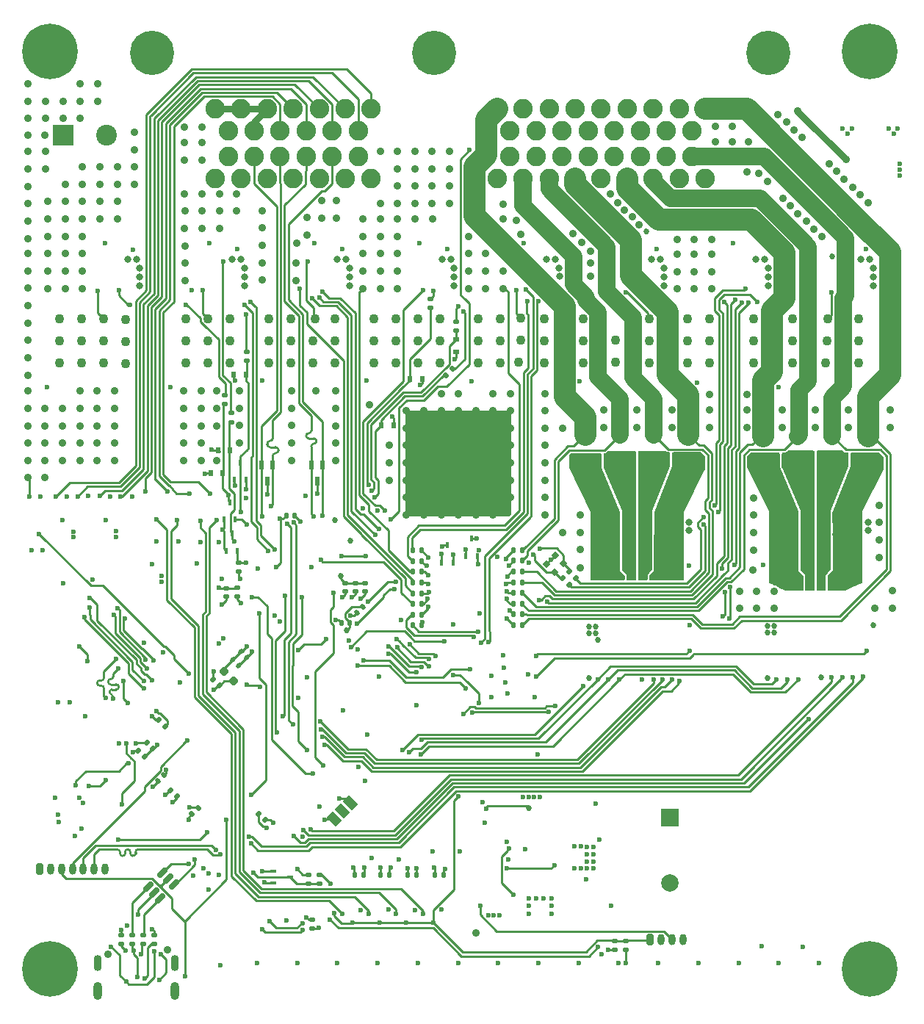
<source format=gbr>
%TF.GenerationSoftware,KiCad,Pcbnew,(6.0.8)*%
%TF.CreationDate,2024-02-14T13:25:33+01:00*%
%TF.ProjectId,pdms,70646d73-2e6b-4696-9361-645f70636258,rev?*%
%TF.SameCoordinates,Original*%
%TF.FileFunction,Copper,L4,Bot*%
%TF.FilePolarity,Positive*%
%FSLAX46Y46*%
G04 Gerber Fmt 4.6, Leading zero omitted, Abs format (unit mm)*
G04 Created by KiCad (PCBNEW (6.0.8)) date 2024-02-14 13:25:33*
%MOMM*%
%LPD*%
G01*
G04 APERTURE LIST*
G04 Aperture macros list*
%AMRoundRect*
0 Rectangle with rounded corners*
0 $1 Rounding radius*
0 $2 $3 $4 $5 $6 $7 $8 $9 X,Y pos of 4 corners*
0 Add a 4 corners polygon primitive as box body*
4,1,4,$2,$3,$4,$5,$6,$7,$8,$9,$2,$3,0*
0 Add four circle primitives for the rounded corners*
1,1,$1+$1,$2,$3*
1,1,$1+$1,$4,$5*
1,1,$1+$1,$6,$7*
1,1,$1+$1,$8,$9*
0 Add four rect primitives between the rounded corners*
20,1,$1+$1,$2,$3,$4,$5,0*
20,1,$1+$1,$4,$5,$6,$7,0*
20,1,$1+$1,$6,$7,$8,$9,0*
20,1,$1+$1,$8,$9,$2,$3,0*%
%AMRotRect*
0 Rectangle, with rotation*
0 The origin of the aperture is its center*
0 $1 length*
0 $2 width*
0 $3 Rotation angle, in degrees counterclockwise*
0 Add horizontal line*
21,1,$1,$2,0,0,$3*%
G04 Aperture macros list end*
%TA.AperFunction,ComponentPad*%
%ADD10RoundRect,0.200000X-0.200000X-0.450000X0.200000X-0.450000X0.200000X0.450000X-0.200000X0.450000X0*%
%TD*%
%TA.AperFunction,ComponentPad*%
%ADD11O,0.800000X1.300000*%
%TD*%
%TA.AperFunction,ComponentPad*%
%ADD12C,0.800000*%
%TD*%
%TA.AperFunction,ComponentPad*%
%ADD13C,6.400000*%
%TD*%
%TA.AperFunction,ComponentPad*%
%ADD14R,2.400000X2.400000*%
%TD*%
%TA.AperFunction,ComponentPad*%
%ADD15C,2.400000*%
%TD*%
%TA.AperFunction,ComponentPad*%
%ADD16O,1.025000X2.050000*%
%TD*%
%TA.AperFunction,ComponentPad*%
%ADD17O,0.925000X1.850000*%
%TD*%
%TA.AperFunction,ComponentPad*%
%ADD18C,2.250000*%
%TD*%
%TA.AperFunction,ComponentPad*%
%ADD19C,5.100000*%
%TD*%
%TA.AperFunction,ComponentPad*%
%ADD20R,2.000000X2.000000*%
%TD*%
%TA.AperFunction,ComponentPad*%
%ADD21C,2.000000*%
%TD*%
%TA.AperFunction,ComponentPad*%
%ADD22C,2.200000*%
%TD*%
%TA.AperFunction,SMDPad,CuDef*%
%ADD23RoundRect,0.135000X0.135000X0.185000X-0.135000X0.185000X-0.135000X-0.185000X0.135000X-0.185000X0*%
%TD*%
%TA.AperFunction,SMDPad,CuDef*%
%ADD24RoundRect,0.135000X0.185000X-0.135000X0.185000X0.135000X-0.185000X0.135000X-0.185000X-0.135000X0*%
%TD*%
%TA.AperFunction,SMDPad,CuDef*%
%ADD25R,0.450000X0.700000*%
%TD*%
%TA.AperFunction,SMDPad,CuDef*%
%ADD26RoundRect,0.135000X-0.135000X-0.185000X0.135000X-0.185000X0.135000X0.185000X-0.135000X0.185000X0*%
%TD*%
%TA.AperFunction,SMDPad,CuDef*%
%ADD27RoundRect,0.140000X0.140000X0.170000X-0.140000X0.170000X-0.140000X-0.170000X0.140000X-0.170000X0*%
%TD*%
%TA.AperFunction,SMDPad,CuDef*%
%ADD28RoundRect,0.135000X-0.226274X-0.035355X-0.035355X-0.226274X0.226274X0.035355X0.035355X0.226274X0*%
%TD*%
%TA.AperFunction,SMDPad,CuDef*%
%ADD29RoundRect,0.135000X0.226274X0.035355X0.035355X0.226274X-0.226274X-0.035355X-0.035355X-0.226274X0*%
%TD*%
%TA.AperFunction,SMDPad,CuDef*%
%ADD30RoundRect,0.250000X0.625000X-0.375000X0.625000X0.375000X-0.625000X0.375000X-0.625000X-0.375000X0*%
%TD*%
%TA.AperFunction,SMDPad,CuDef*%
%ADD31RoundRect,0.135000X-0.185000X0.135000X-0.185000X-0.135000X0.185000X-0.135000X0.185000X0.135000X0*%
%TD*%
%TA.AperFunction,SMDPad,CuDef*%
%ADD32RoundRect,0.140000X-0.170000X0.140000X-0.170000X-0.140000X0.170000X-0.140000X0.170000X0.140000X0*%
%TD*%
%TA.AperFunction,SMDPad,CuDef*%
%ADD33RoundRect,0.135000X0.035355X-0.226274X0.226274X-0.035355X-0.035355X0.226274X-0.226274X0.035355X0*%
%TD*%
%TA.AperFunction,SMDPad,CuDef*%
%ADD34R,0.700000X0.600000*%
%TD*%
%TA.AperFunction,SMDPad,CuDef*%
%ADD35RoundRect,0.140000X0.021213X-0.219203X0.219203X-0.021213X-0.021213X0.219203X-0.219203X0.021213X0*%
%TD*%
%TA.AperFunction,SMDPad,CuDef*%
%ADD36RotRect,0.600000X0.700000X315.000000*%
%TD*%
%TA.AperFunction,SMDPad,CuDef*%
%ADD37R,0.600000X0.700000*%
%TD*%
%TA.AperFunction,SMDPad,CuDef*%
%ADD38R,0.700000X0.450000*%
%TD*%
%TA.AperFunction,SMDPad,CuDef*%
%ADD39R,0.550000X1.000000*%
%TD*%
%TA.AperFunction,SMDPad,CuDef*%
%ADD40RoundRect,0.150000X-0.256326X-0.468458X0.468458X0.256326X0.256326X0.468458X-0.468458X-0.256326X0*%
%TD*%
%TA.AperFunction,SMDPad,CuDef*%
%ADD41RoundRect,0.140000X-0.219203X-0.021213X-0.021213X-0.219203X0.219203X0.021213X0.021213X0.219203X0*%
%TD*%
%TA.AperFunction,SMDPad,CuDef*%
%ADD42RoundRect,0.218750X0.335876X0.026517X0.026517X0.335876X-0.335876X-0.026517X-0.026517X-0.335876X0*%
%TD*%
%TA.AperFunction,SMDPad,CuDef*%
%ADD43RotRect,1.000000X1.500000X45.000000*%
%TD*%
%TA.AperFunction,SMDPad,CuDef*%
%ADD44RoundRect,0.140000X-0.021213X0.219203X-0.219203X0.021213X0.021213X-0.219203X0.219203X-0.021213X0*%
%TD*%
%TA.AperFunction,ViaPad*%
%ADD45C,0.889000*%
%TD*%
%TA.AperFunction,ViaPad*%
%ADD46C,0.685800*%
%TD*%
%TA.AperFunction,ViaPad*%
%ADD47C,0.800000*%
%TD*%
%TA.AperFunction,ViaPad*%
%ADD48C,0.600000*%
%TD*%
%TA.AperFunction,ViaPad*%
%ADD49C,1.100000*%
%TD*%
%TA.AperFunction,Conductor*%
%ADD50C,0.254000*%
%TD*%
%TA.AperFunction,Conductor*%
%ADD51C,0.250000*%
%TD*%
%TA.AperFunction,Conductor*%
%ADD52C,2.000000*%
%TD*%
%TA.AperFunction,Conductor*%
%ADD53C,2.500000*%
%TD*%
%TA.AperFunction,Conductor*%
%ADD54C,0.762000*%
%TD*%
%TA.AperFunction,Conductor*%
%ADD55C,0.508000*%
%TD*%
G04 APERTURE END LIST*
D10*
%TO.P,J5,1,Pin_1*%
%TO.N,SAFETY_IN*%
X89737400Y-155348400D03*
D11*
%TO.P,J5,2,Pin_2*%
%TO.N,GND*%
X90987400Y-155348400D03*
%TO.P,J5,3,Pin_3*%
%TO.N,+12V*%
X92237400Y-155348400D03*
%TO.P,J5,4,Pin_4*%
%TO.N,+5V*%
X93487400Y-155348400D03*
%TD*%
D10*
%TO.P,J1,1,Pin_1*%
%TO.N,+3.3V*%
X19364000Y-147160400D03*
D11*
%TO.P,J1,2,Pin_2*%
%TO.N,GND*%
X20614000Y-147160400D03*
%TO.P,J1,3,Pin_3*%
%TO.N,+5V*%
X21864000Y-147160400D03*
%TO.P,J1,4,Pin_4*%
%TO.N,NRST*%
X23114000Y-147160400D03*
%TO.P,J1,5,Pin_5*%
%TO.N,SWDIO*%
X24364000Y-147160400D03*
%TO.P,J1,6,Pin_6*%
%TO.N,SWCLK*%
X25614000Y-147160400D03*
%TO.P,J1,7,Pin_7*%
%TO.N,SWO*%
X26864000Y-147160400D03*
%TD*%
D12*
%TO.P,H2,1,1*%
%TO.N,GND*%
X116699056Y-51290744D03*
X115002000Y-50587800D03*
X113304944Y-54684856D03*
D13*
X115002000Y-52987800D03*
D12*
X112602000Y-52987800D03*
X113304944Y-51290744D03*
X115002000Y-55387800D03*
X116699056Y-54684856D03*
X117402000Y-52987800D03*
%TD*%
D14*
%TO.P,C88,1*%
%TO.N,+12V*%
X22051000Y-62611000D03*
D15*
%TO.P,C88,2*%
%TO.N,GND*%
X27051000Y-62611000D03*
%TD*%
D16*
%TO.P,J6,S1,SHIELD*%
%TO.N,unconnected-(J6-PadS1)*%
X26030000Y-161213800D03*
%TO.P,J6,S2,SHIELD*%
%TO.N,unconnected-(J6-PadS2)*%
X34930000Y-161213800D03*
D17*
%TO.P,J6,S3,SHIELD*%
%TO.N,unconnected-(J6-PadS3)*%
X26030000Y-158013800D03*
%TO.P,J6,S4,SHIELD*%
%TO.N,unconnected-(J6-PadS4)*%
X34930000Y-158013800D03*
%TD*%
D18*
%TO.P,J2,1,1*%
%TO.N,HP_MOS7*%
X96068000Y-67598000D03*
%TO.P,J2,2,2*%
%TO.N,LP_MOS7*%
X94568000Y-65098000D03*
%TO.P,J2,3,3*%
%TO.N,HP_MOS7*%
X93068000Y-67598000D03*
%TO.P,J2,4,4*%
%TO.N,unconnected-(J2-Pad4)*%
X91568000Y-65098000D03*
%TO.P,J2,5,5*%
%TO.N,LP_MOS6*%
X90068000Y-67598000D03*
%TO.P,J2,6,6*%
%TO.N,unconnected-(J2-Pad6)*%
X88568000Y-65098000D03*
%TO.P,J2,7,7*%
%TO.N,LP_MOS5*%
X87068000Y-67598000D03*
%TO.P,J2,8,8*%
%TO.N,HP_MOS6*%
X85568000Y-65098000D03*
%TO.P,J2,9,9*%
X84068000Y-67598000D03*
%TO.P,J2,10,10*%
%TO.N,GND*%
X82568000Y-65098000D03*
%TO.P,J2,11,11*%
%TO.N,LP_MOS4*%
X81068000Y-67598000D03*
%TO.P,J2,12,12*%
%TO.N,GND*%
X79568000Y-65098000D03*
%TO.P,J2,13,13*%
%TO.N,LP_MOS3*%
X78068000Y-67598000D03*
%TO.P,J2,14,14*%
%TO.N,GND*%
X76568000Y-65098000D03*
%TO.P,J2,15,15*%
%TO.N,LP_MOS2*%
X75068000Y-67598000D03*
%TO.P,J2,16,16*%
%TO.N,HP_MOS5*%
X73568000Y-65098000D03*
%TO.P,J2,17,17*%
X72068000Y-67598000D03*
%TO.P,J2,18,18*%
%TO.N,LP_MOS8*%
X96068000Y-59598000D03*
%TO.P,J2,19,19*%
%TO.N,HP_MOS8*%
X94568000Y-62098000D03*
%TO.P,J2,20,20*%
X93068000Y-59598000D03*
%TO.P,J2,21,21*%
%TO.N,+12VA*%
X91568000Y-62098000D03*
%TO.P,J2,22,22*%
X90068000Y-59598000D03*
%TO.P,J2,23,23*%
%TO.N,+3.3VP*%
X88568000Y-62098000D03*
%TO.P,J2,24,24*%
X87068000Y-59598000D03*
%TO.P,J2,25,25*%
%TO.N,+5VL*%
X85568000Y-62098000D03*
%TO.P,J2,26,26*%
X84068000Y-59598000D03*
%TO.P,J2,27,27*%
%TO.N,GND*%
X82568000Y-62098000D03*
%TO.P,J2,28,28*%
X81068000Y-59598000D03*
%TO.P,J2,29,29*%
X79568000Y-62098000D03*
%TO.P,J2,30,30*%
X78068000Y-59598000D03*
%TO.P,J2,31,31*%
X76568000Y-62098000D03*
%TO.P,J2,32,32*%
X75068000Y-59598000D03*
%TO.P,J2,33,33*%
%TO.N,SAFETY_IN*%
X73568000Y-62098000D03*
%TO.P,J2,34,34*%
%TO.N,LP_MOS1*%
X72068000Y-59598000D03*
%TO.P,J2,35,35*%
%TO.N,HP_MOS4*%
X57568000Y-67598000D03*
%TO.P,J2,36,36*%
X56068000Y-65098000D03*
%TO.P,J2,37,37*%
X54568000Y-67598000D03*
%TO.P,J2,38,38*%
%TO.N,CAN1_L*%
X53068000Y-65098000D03*
%TO.P,J2,39,39*%
%TO.N,HP_MOS3*%
X51568000Y-67598000D03*
%TO.P,J2,40,40*%
%TO.N,CAN1_H*%
X50068000Y-65098000D03*
%TO.P,J2,41,41*%
%TO.N,HP_MOS3*%
X48568000Y-67598000D03*
%TO.P,J2,42,42*%
%TO.N,CAN2_L*%
X47068000Y-65098000D03*
%TO.P,J2,43,43*%
%TO.N,HP_MOS3*%
X45568000Y-67598000D03*
%TO.P,J2,44,44*%
%TO.N,CAN2_H*%
X44068000Y-65098000D03*
%TO.P,J2,45,45*%
%TO.N,HP_MOS2*%
X42568000Y-67598000D03*
%TO.P,J2,46,46*%
%TO.N,HP_MOS1*%
X41068000Y-65098000D03*
%TO.P,J2,47,47*%
%TO.N,HP_MOS2*%
X39568000Y-67598000D03*
%TO.P,J2,48,48*%
%TO.N,ADC_IN1*%
X57568000Y-59598000D03*
%TO.P,J2,49,49*%
%TO.N,ADC_IN2*%
X56068000Y-62098000D03*
%TO.P,J2,50,50*%
%TO.N,ADC_IN3*%
X54568000Y-59598000D03*
%TO.P,J2,51,51*%
%TO.N,ADC_IN4*%
X53068000Y-62098000D03*
%TO.P,J2,52,52*%
%TO.N,CONN_AD_IN5*%
X51568000Y-59598000D03*
%TO.P,J2,53,53*%
%TO.N,CONN_AD_IN6*%
X50068000Y-62098000D03*
%TO.P,J2,54,54*%
%TO.N,CONN_AD_IN7*%
X48568000Y-59598000D03*
%TO.P,J2,55,55*%
%TO.N,CONN_AD_IN8*%
X47068000Y-62098000D03*
%TO.P,J2,56,56*%
%TO.N,GND*%
X45568000Y-59598000D03*
%TO.P,J2,57,57*%
X44068000Y-62098000D03*
%TO.P,J2,58,58*%
X42568000Y-59598000D03*
%TO.P,J2,59,59*%
%TO.N,HP_MOS1*%
X41068000Y-62098000D03*
%TO.P,J2,60,60*%
%TO.N,GND*%
X39568000Y-59598000D03*
D19*
%TO.P,J2,MH1,MH1*%
%TO.N,unconnected-(J2-PadMH1)*%
X103318000Y-53098000D03*
%TO.P,J2,MH2,MH2*%
%TO.N,unconnected-(J2-PadMH2)*%
X64818000Y-53098000D03*
%TO.P,J2,MH3,MH3*%
%TO.N,unconnected-(J2-PadMH3)*%
X32318000Y-53098000D03*
%TD*%
D20*
%TO.P,BZ1,1,-*%
%TO.N,+5V*%
X91948000Y-141234000D03*
D21*
%TO.P,BZ1,2,+*%
%TO.N,Net-(BZ1-Pad2)*%
X91948000Y-148834000D03*
%TD*%
D22*
%TO.P,J3,1,1*%
%TO.N,+12V*%
X63830000Y-104250000D03*
%TO.P,J3,2,2*%
X66370000Y-104250000D03*
%TO.P,J3,3,3*%
X68910000Y-104250000D03*
%TO.P,J3,4,4*%
X71450000Y-104250000D03*
%TO.P,J3,5,5*%
X63830000Y-101710000D03*
%TO.P,J3,6,6*%
X66370000Y-101710000D03*
%TO.P,J3,7,7*%
X68910000Y-101710000D03*
%TO.P,J3,8,8*%
X71450000Y-101710000D03*
%TO.P,J3,9,9*%
X63830000Y-99170000D03*
%TO.P,J3,10,10*%
X66370000Y-99170000D03*
%TO.P,J3,11,11*%
X68910000Y-99170000D03*
%TO.P,J3,12,12*%
X71450000Y-99170000D03*
%TO.P,J3,13,13*%
X63830000Y-96630000D03*
%TO.P,J3,14,14*%
X66370000Y-96630000D03*
%TO.P,J3,15,15*%
X68910000Y-96630000D03*
%TO.P,J3,16,16*%
X71450000Y-96630000D03*
%TD*%
D12*
%TO.P,H1,1,1*%
%TO.N,GND*%
X18812944Y-54684856D03*
D13*
X20510000Y-52987800D03*
D12*
X18812944Y-51290744D03*
X22207056Y-54684856D03*
X20510000Y-55387800D03*
X22207056Y-51290744D03*
X20510000Y-50587800D03*
X22910000Y-52987800D03*
X18110000Y-52987800D03*
%TD*%
%TO.P,H3,1,1*%
%TO.N,GND*%
X22207056Y-160434856D03*
X18812944Y-157040744D03*
X22207056Y-157040744D03*
X22910000Y-158737800D03*
X18812944Y-160434856D03*
D13*
X20510000Y-158737800D03*
D12*
X18110000Y-158737800D03*
X20510000Y-161137800D03*
X20510000Y-156337800D03*
%TD*%
%TO.P,H4,1,1*%
%TO.N,GND*%
X113304944Y-160434856D03*
X116699056Y-157040744D03*
X115002000Y-161137800D03*
X112602000Y-158737800D03*
D13*
X115002000Y-158737800D03*
D12*
X117402000Y-158737800D03*
X116699056Y-160434856D03*
X113304944Y-157040744D03*
X115002000Y-156337800D03*
%TD*%
D23*
%TO.P,R3,1*%
%TO.N,SIG_UP_7*%
X62779000Y-147894300D03*
%TO.P,R3,2*%
%TO.N,Net-(R118-Pad2)*%
X61759000Y-147894300D03*
%TD*%
D24*
%TO.P,R106,1*%
%TO.N,Net-(D43-Pad1)*%
X64370000Y-82470000D03*
%TO.P,R106,2*%
%TO.N,Net-(C109-Pad2)*%
X64370000Y-81450000D03*
%TD*%
D25*
%TO.P,D8,1*%
%TO.N,GND*%
X69775000Y-111125000D03*
%TO.P,D8,2*%
%TO.N,+3.3V*%
X68475000Y-111125000D03*
%TO.P,D8,3*%
%TO.N,Net-(D47-Pad1)*%
X69125000Y-109125000D03*
%TD*%
D26*
%TO.P,R91,1*%
%TO.N,/VMUX/LP_MOS_DIV4*%
X73983333Y-114147167D03*
%TO.P,R91,2*%
%TO.N,LP_MOS4*%
X75003333Y-114147167D03*
%TD*%
D27*
%TO.P,C87,1*%
%TO.N,GND*%
X48740000Y-106426000D03*
%TO.P,C87,2*%
%TO.N,+5V*%
X47780000Y-106426000D03*
%TD*%
D28*
%TO.P,C44,1*%
%TO.N,+3.3V*%
X33062873Y-130014631D03*
%TO.P,C44,2*%
%TO.N,GND*%
X33784121Y-130735879D03*
%TD*%
D29*
%TO.P,C52,1*%
%TO.N,+3.3V*%
X40049480Y-126041584D03*
%TO.P,C52,2*%
%TO.N,GND*%
X39328232Y-125320336D03*
%TD*%
D30*
%TO.P,F12,1*%
%TO.N,/POWER_SWITCHES/BTS722204-1/OUT2*%
X90156345Y-99935773D03*
%TO.P,F12,2*%
%TO.N,LP_MOS3*%
X90156345Y-97135773D03*
%TD*%
D31*
%TO.P,R170,1*%
%TO.N,SAFETY_IN*%
X85618000Y-155454000D03*
%TO.P,R170,2*%
%TO.N,GND*%
X85618000Y-156474000D03*
%TD*%
D23*
%TO.P,R12,1*%
%TO.N,/VMUX/HP_MOS_DIV5*%
X63343333Y-114157167D03*
%TO.P,R12,2*%
%TO.N,HP_MOS2*%
X62323333Y-114157167D03*
%TD*%
D29*
%TO.P,R73,1*%
%TO.N,+3.3V*%
X31410624Y-134260624D03*
%TO.P,R73,2*%
%TO.N,/IMU/IMU_I2C_SDA*%
X30689376Y-133539376D03*
%TD*%
D26*
%TO.P,R65,1*%
%TO.N,/VMUX/LP_MOS_DIV6*%
X73983333Y-116627167D03*
%TO.P,R65,2*%
%TO.N,LP_MOS6*%
X75003333Y-116627167D03*
%TD*%
D23*
%TO.P,R36,1*%
%TO.N,/VMUX/HP_MOS_DIV8*%
X63343333Y-110467167D03*
%TO.P,R36,2*%
%TO.N,HP_MOS6*%
X62323333Y-110467167D03*
%TD*%
D24*
%TO.P,R168,1*%
%TO.N,Net-(D4-Pad3)*%
X51579400Y-148869400D03*
%TO.P,R168,2*%
%TO.N,SAFETY_IN*%
X51579400Y-147849400D03*
%TD*%
D25*
%TO.P,D9,1*%
%TO.N,GND*%
X67000000Y-111875000D03*
%TO.P,D9,2*%
%TO.N,+3.3V*%
X65700000Y-111875000D03*
%TO.P,D9,3*%
%TO.N,Net-(D48-Pad1)*%
X66350000Y-109875000D03*
%TD*%
D32*
%TO.P,C108,1*%
%TO.N,GND*%
X54559200Y-114223200D03*
%TO.P,C108,2*%
%TO.N,SENS_OUT4*%
X54559200Y-115183200D03*
%TD*%
%TO.P,C98,1*%
%TO.N,GND*%
X42090000Y-114800000D03*
%TO.P,C98,2*%
%TO.N,SENS_OUT2*%
X42090000Y-115760000D03*
%TD*%
D30*
%TO.P,F11,1*%
%TO.N,/POWER_SWITCHES/BTS722204-1/OUT1*%
X86193945Y-99977373D03*
%TO.P,F11,2*%
%TO.N,LP_MOS2*%
X86193945Y-97177373D03*
%TD*%
D24*
%TO.P,R107,1*%
%TO.N,Net-(D44-Pad1)*%
X40680000Y-93570000D03*
%TO.P,R107,2*%
%TO.N,Net-(C113-Pad2)*%
X40680000Y-92550000D03*
%TD*%
%TO.P,R110,1*%
%TO.N,Net-(D45-Pad1)*%
X67310000Y-85090000D03*
%TO.P,R110,2*%
%TO.N,Net-(C115-Pad2)*%
X67310000Y-84070000D03*
%TD*%
D23*
%TO.P,R19,1*%
%TO.N,/VMUX/HP_MOS_DIV2*%
X63343333Y-117877167D03*
%TO.P,R19,2*%
%TO.N,HP_MOS8*%
X62323333Y-117877167D03*
%TD*%
D31*
%TO.P,R174,1*%
%TO.N,Net-(R174-Pad1)*%
X31242000Y-154836400D03*
%TO.P,R174,2*%
%TO.N,USB_CONN_D-*%
X31242000Y-155856400D03*
%TD*%
D33*
%TO.P,R111,1*%
%TO.N,Net-(D46-Pad1)*%
X66187376Y-90276624D03*
%TO.P,R111,2*%
%TO.N,Net-(C120-Pad2)*%
X66908624Y-89555376D03*
%TD*%
D34*
%TO.P,D45,1,K*%
%TO.N,Net-(D45-Pad1)*%
X67310000Y-86168000D03*
%TO.P,D45,2,A*%
%TO.N,GND*%
X67310000Y-87568000D03*
%TD*%
D30*
%TO.P,F14,1*%
%TO.N,/POWER_SWITCHES/BTS722204-2/OUT0*%
X102743000Y-100079000D03*
%TO.P,F14,2*%
%TO.N,LP_MOS5*%
X102743000Y-97279000D03*
%TD*%
D26*
%TO.P,R50,1*%
%TO.N,/VMUX/LP_MOS_DIV7*%
X73983333Y-117827167D03*
%TO.P,R50,2*%
%TO.N,LP_MOS7*%
X75003333Y-117827167D03*
%TD*%
D35*
%TO.P,C77,1*%
%TO.N,+3.3V*%
X32985389Y-137050000D03*
%TO.P,C77,2*%
%TO.N,GND*%
X33664211Y-136371178D03*
%TD*%
D36*
%TO.P,D48,1,K*%
%TO.N,Net-(D48-Pad1)*%
X78726975Y-113016975D03*
%TO.P,D48,2,A*%
%TO.N,GND*%
X77737025Y-112027025D03*
%TD*%
D30*
%TO.P,F15,1*%
%TO.N,/POWER_SWITCHES/BTS722204-2/OUT1*%
X106760000Y-100079000D03*
%TO.P,F15,2*%
%TO.N,LP_MOS6*%
X106760000Y-97279000D03*
%TD*%
%TO.P,F13,1*%
%TO.N,/POWER_SWITCHES/BTS722204-1/OUT3*%
X94132400Y-99923600D03*
%TO.P,F13,2*%
%TO.N,LP_MOS4*%
X94132400Y-97123600D03*
%TD*%
D23*
%TO.P,R11,1*%
%TO.N,/VMUX/HP_MOS_DIV4*%
X63343333Y-115397167D03*
%TO.P,R11,2*%
%TO.N,HP_MOS3*%
X62323333Y-115397167D03*
%TD*%
D30*
%TO.P,F17,1*%
%TO.N,/POWER_SWITCHES/BTS722204-2/OUT3*%
X114808000Y-100076000D03*
%TO.P,F17,2*%
%TO.N,LP_MOS8*%
X114808000Y-97276000D03*
%TD*%
D36*
%TO.P,D47,1,K*%
%TO.N,Net-(D47-Pad1)*%
X79742975Y-112000975D03*
%TO.P,D47,2,A*%
%TO.N,GND*%
X78753025Y-111011025D03*
%TD*%
D37*
%TO.P,D41,1,K*%
%TO.N,Net-(D41-Pad1)*%
X41310000Y-98890000D03*
%TO.P,D41,2,A*%
%TO.N,GND*%
X39910000Y-98890000D03*
%TD*%
D26*
%TO.P,R46,1*%
%TO.N,/VMUX/LP_MOS_DIV8*%
X73983333Y-119077167D03*
%TO.P,R46,2*%
%TO.N,LP_MOS8*%
X75003333Y-119077167D03*
%TD*%
D25*
%TO.P,D2,1*%
%TO.N,GND*%
X43100000Y-102350000D03*
%TO.P,D2,2*%
%TO.N,+3.3V*%
X41800000Y-102350000D03*
%TO.P,D2,3*%
%TO.N,Net-(D42-Pad1)*%
X42450000Y-100350000D03*
%TD*%
D38*
%TO.P,D4,1*%
%TO.N,GND*%
X46257400Y-148757400D03*
%TO.P,D4,2*%
%TO.N,+3.3V*%
X46257400Y-147457400D03*
%TO.P,D4,3*%
%TO.N,Net-(D4-Pad3)*%
X48257400Y-148107400D03*
%TD*%
D37*
%TO.P,D44,1,K*%
%TO.N,Net-(D44-Pad1)*%
X40450000Y-101580000D03*
%TO.P,D44,2,A*%
%TO.N,GND*%
X39050000Y-101580000D03*
%TD*%
D23*
%TO.P,R16,1*%
%TO.N,/VMUX/HP_MOS_DIV6*%
X63343333Y-112917167D03*
%TO.P,R16,2*%
%TO.N,HP_MOS4*%
X62323333Y-112917167D03*
%TD*%
D32*
%TO.P,C86,1*%
%TO.N,+3.3V*%
X50724809Y-153052000D03*
%TO.P,C86,2*%
%TO.N,GND*%
X50724809Y-154012000D03*
%TD*%
D39*
%TO.P,D28,1,K1*%
%TO.N,CAN2_H*%
X44917600Y-100594400D03*
%TO.P,D28,2,K2*%
%TO.N,CAN2_L*%
X46217600Y-100594400D03*
%TO.P,D28,3,CC*%
%TO.N,GND*%
X45567600Y-102494400D03*
%TD*%
D26*
%TO.P,R87,1*%
%TO.N,/VMUX/LP_MOS_DIV3*%
X73983333Y-112907167D03*
%TO.P,R87,2*%
%TO.N,LP_MOS3*%
X75003333Y-112907167D03*
%TD*%
D23*
%TO.P,R1,1*%
%TO.N,SIG_UP_5*%
X56683000Y-147894300D03*
%TO.P,R1,2*%
%TO.N,Net-(R1-Pad2)*%
X55663000Y-147894300D03*
%TD*%
D40*
%TO.P,U12,1,I/O1*%
%TO.N,Net-(R174-Pad1)*%
X33189332Y-150579668D03*
%TO.P,U12,2,GND*%
%TO.N,GND*%
X32517581Y-149907917D03*
%TO.P,U12,3,I/O2*%
%TO.N,Net-(R176-Pad2)*%
X31845830Y-149236166D03*
%TO.P,U12,4,I/O2*%
%TO.N,/USB-C/USB_D+*%
X33454498Y-147627498D03*
%TO.P,U12,5,VBUS*%
%TO.N,+5V*%
X34126249Y-148299249D03*
%TO.P,U12,6,I/O1*%
%TO.N,/USB-C/USB_D-*%
X34798000Y-148971000D03*
%TD*%
D31*
%TO.P,R167,1*%
%TO.N,GND*%
X50329400Y-147849400D03*
%TO.P,R167,2*%
%TO.N,Net-(D4-Pad3)*%
X50329400Y-148869400D03*
%TD*%
D24*
%TO.P,R177,1*%
%TO.N,Net-(J6-PadA5)*%
X28702000Y-155856400D03*
%TO.P,R177,2*%
%TO.N,GND*%
X28702000Y-154836400D03*
%TD*%
D23*
%TO.P,R2,1*%
%TO.N,SIG_UP_6*%
X59654800Y-147894300D03*
%TO.P,R2,2*%
%TO.N,Net-(R117-Pad2)*%
X58634800Y-147894300D03*
%TD*%
D25*
%TO.P,D5,1*%
%TO.N,GND*%
X41900000Y-106900000D03*
%TO.P,D5,2*%
%TO.N,+3.3V*%
X40600000Y-106900000D03*
%TO.P,D5,3*%
%TO.N,Net-(D44-Pad1)*%
X41250000Y-104900000D03*
%TD*%
D27*
%TO.P,C129,1*%
%TO.N,GND*%
X55065200Y-118821200D03*
%TO.P,C129,2*%
%TO.N,SENS_OUT8*%
X54105200Y-118821200D03*
%TD*%
D32*
%TO.P,C93,1*%
%TO.N,GND*%
X40850000Y-114810000D03*
%TO.P,C93,2*%
%TO.N,SENS_OUT1*%
X40850000Y-115770000D03*
%TD*%
D37*
%TO.P,D43,1,K*%
%TO.N,Net-(D43-Pad1)*%
X62038000Y-90678000D03*
%TO.P,D43,2,A*%
%TO.N,GND*%
X63438000Y-90678000D03*
%TD*%
D29*
%TO.P,R74,1*%
%TO.N,+3.3V*%
X32410624Y-133310624D03*
%TO.P,R74,2*%
%TO.N,/IMU/IMU_I2C_SCL*%
X31689376Y-132589376D03*
%TD*%
D24*
%TO.P,R9,1*%
%TO.N,Net-(D41-Pad1)*%
X41420000Y-95670000D03*
%TO.P,R9,2*%
%TO.N,Net-(C99-Pad2)*%
X41420000Y-94650000D03*
%TD*%
D39*
%TO.P,D27,1,K1*%
%TO.N,CAN1_H*%
X50658000Y-100599200D03*
%TO.P,D27,2,K2*%
%TO.N,CAN1_L*%
X51958000Y-100599200D03*
%TO.P,D27,3,CC*%
%TO.N,GND*%
X51308000Y-102499200D03*
%TD*%
D24*
%TO.P,R38,1*%
%TO.N,Net-(D42-Pad1)*%
X43190000Y-88580000D03*
%TO.P,R38,2*%
%TO.N,Net-(C104-Pad2)*%
X43190000Y-87560000D03*
%TD*%
D37*
%TO.P,D46,1,K*%
%TO.N,Net-(D46-Pad1)*%
X58736000Y-96012000D03*
%TO.P,D46,2,A*%
%TO.N,GND*%
X60136000Y-96012000D03*
%TD*%
D23*
%TO.P,R4,1*%
%TO.N,SIG_UP_8*%
X65903200Y-147894300D03*
%TO.P,R4,2*%
%TO.N,Net-(R119-Pad2)*%
X64883200Y-147894300D03*
%TD*%
D26*
%TO.P,R51,1*%
%TO.N,/VMUX/LP_MOS_DIV2*%
X73983333Y-111667167D03*
%TO.P,R51,2*%
%TO.N,LP_MOS2*%
X75003333Y-111667167D03*
%TD*%
D24*
%TO.P,R176,1*%
%TO.N,USB_CONN_D+*%
X30022800Y-155856400D03*
%TO.P,R176,2*%
%TO.N,Net-(R176-Pad2)*%
X30022800Y-154836400D03*
%TD*%
D32*
%TO.P,C103,1*%
%TO.N,GND*%
X42330000Y-111910000D03*
%TO.P,C103,2*%
%TO.N,SENS_OUT3*%
X42330000Y-112870000D03*
%TD*%
D26*
%TO.P,R90,1*%
%TO.N,/VMUX/LP_MOS_DIV5*%
X73983333Y-115387167D03*
%TO.P,R90,2*%
%TO.N,LP_MOS5*%
X75003333Y-115387167D03*
%TD*%
D23*
%TO.P,R15,1*%
%TO.N,/VMUX/HP_MOS_DIV3*%
X63343333Y-116637167D03*
%TO.P,R15,2*%
%TO.N,HP_MOS1*%
X62323333Y-116637167D03*
%TD*%
D32*
%TO.P,C114,1*%
%TO.N,GND*%
X55727600Y-114247200D03*
%TO.P,C114,2*%
%TO.N,SENS_OUT5*%
X55727600Y-115207200D03*
%TD*%
D23*
%TO.P,R32,1*%
%TO.N,/VMUX/HP_MOS_DIV7*%
X63343333Y-111717167D03*
%TO.P,R32,2*%
%TO.N,HP_MOS5*%
X62323333Y-111717167D03*
%TD*%
D41*
%TO.P,C80,1*%
%TO.N,VDDA*%
X42568195Y-122094515D03*
%TO.P,C80,2*%
%TO.N,GND*%
X43247017Y-122773337D03*
%TD*%
D30*
%TO.P,F10,1*%
%TO.N,/POWER_SWITCHES/BTS722204-1/OUT0*%
X82245200Y-99974400D03*
%TO.P,F10,2*%
%TO.N,LP_MOS1*%
X82245200Y-97174400D03*
%TD*%
D25*
%TO.P,D1,1*%
%TO.N,GND*%
X42150000Y-110500000D03*
%TO.P,D1,2*%
%TO.N,+3.3V*%
X40850000Y-110500000D03*
%TO.P,D1,3*%
%TO.N,Net-(D41-Pad1)*%
X41500000Y-108500000D03*
%TD*%
D42*
%TO.P,L1,1*%
%TO.N,+3.3V*%
X41712243Y-125549084D03*
%TO.P,L1,2*%
%TO.N,VDDA*%
X40598549Y-124435390D03*
%TD*%
D37*
%TO.P,D42,1,K*%
%TO.N,Net-(D42-Pad1)*%
X43110000Y-90170000D03*
%TO.P,D42,2,A*%
%TO.N,GND*%
X41710000Y-90170000D03*
%TD*%
D43*
%TO.P,JP1,1,A*%
%TO.N,GND*%
X53279522Y-141411478D03*
%TO.P,JP1,2,C*%
%TO.N,Net-(JP1-Pad2)*%
X54198761Y-140492239D03*
%TO.P,JP1,3,B*%
%TO.N,+3.3V*%
X55118000Y-139573000D03*
%TD*%
D30*
%TO.P,F16,1*%
%TO.N,/POWER_SWITCHES/BTS722204-2/OUT2*%
X110697000Y-100082000D03*
%TO.P,F16,2*%
%TO.N,LP_MOS7*%
X110697000Y-97282000D03*
%TD*%
D28*
%TO.P,R112,1*%
%TO.N,Net-(D47-Pad1)*%
X80411376Y-112923376D03*
%TO.P,R112,2*%
%TO.N,Net-(C125-Pad2)*%
X81132624Y-113644624D03*
%TD*%
D26*
%TO.P,R47,1*%
%TO.N,/VMUX/LP_MOS_DIV1*%
X73980000Y-110457167D03*
%TO.P,R47,2*%
%TO.N,LP_MOS1*%
X75000000Y-110457167D03*
%TD*%
D28*
%TO.P,R113,1*%
%TO.N,Net-(D48-Pad1)*%
X79649376Y-113685376D03*
%TO.P,R113,2*%
%TO.N,Net-(C130-Pad2)*%
X80370624Y-114406624D03*
%TD*%
D24*
%TO.P,R178,1*%
%TO.N,Net-(J6-PadB5)*%
X32512000Y-155831000D03*
%TO.P,R178,2*%
%TO.N,GND*%
X32512000Y-154811000D03*
%TD*%
D23*
%TO.P,R35,1*%
%TO.N,/VMUX/HP_MOS_DIV1*%
X63346666Y-119087167D03*
%TO.P,R35,2*%
%TO.N,HP_MOS7*%
X62326666Y-119087167D03*
%TD*%
D31*
%TO.P,R169,1*%
%TO.N,SAFETY_IN*%
X86868000Y-155444000D03*
%TO.P,R169,2*%
%TO.N,+5V*%
X86868000Y-156464000D03*
%TD*%
D32*
%TO.P,C119,1*%
%TO.N,GND*%
X56845200Y-114249200D03*
%TO.P,C119,2*%
%TO.N,SENS_OUT6*%
X56845200Y-115209200D03*
%TD*%
D28*
%TO.P,R56,1*%
%TO.N,SPI1_MISO*%
X34439376Y-138089376D03*
%TO.P,R56,2*%
%TO.N,SPI1_MOSI*%
X35160624Y-138810624D03*
%TD*%
D41*
%TO.P,C83,1*%
%TO.N,VDDA*%
X41634249Y-123028463D03*
%TO.P,C83,2*%
%TO.N,GND*%
X42313071Y-123707285D03*
%TD*%
D33*
%TO.P,C51,1*%
%TO.N,+3.3V*%
X36889376Y-140860624D03*
%TO.P,C51,2*%
%TO.N,GND*%
X37610624Y-140139376D03*
%TD*%
D29*
%TO.P,C45,1*%
%TO.N,+3.3V*%
X45300000Y-141550000D03*
%TO.P,C45,2*%
%TO.N,GND*%
X44578752Y-140828752D03*
%TD*%
D44*
%TO.P,C124,1*%
%TO.N,GND*%
X56625811Y-116932389D03*
%TO.P,C124,2*%
%TO.N,SENS_OUT7*%
X55946989Y-117611211D03*
%TD*%
D45*
%TO.N,HP_MOS3*%
X48920400Y-79349600D03*
X48920400Y-77317600D03*
X48971200Y-75031600D03*
%TO.N,HP_MOS1*%
X36030400Y-61633600D03*
X38030400Y-63481200D03*
X38030400Y-61633600D03*
X36030400Y-65481200D03*
X36030400Y-63481200D03*
X38030400Y-65481200D03*
X30295600Y-66275200D03*
X30295600Y-62275200D03*
X24295600Y-66275200D03*
X30295600Y-64275200D03*
X28295600Y-66275200D03*
X26295600Y-66275200D03*
X30295600Y-68275200D03*
X24295600Y-78264000D03*
X28295600Y-68264000D03*
X24295600Y-76264000D03*
X22295600Y-70264000D03*
X26295600Y-72264000D03*
X24295600Y-70264000D03*
X26295600Y-68264000D03*
X28295600Y-70264000D03*
X28295600Y-72264000D03*
X22295600Y-68264000D03*
X22295600Y-78264000D03*
X20295600Y-72264000D03*
X22295600Y-80264000D03*
X22295600Y-76264000D03*
X20295600Y-76264000D03*
X26295600Y-70264000D03*
X24295600Y-74264000D03*
X20295600Y-74264000D03*
X20295600Y-70264000D03*
X24295600Y-72264000D03*
X22295600Y-72264000D03*
X22295600Y-74264000D03*
X24295600Y-80264000D03*
X20295600Y-78264000D03*
X24295600Y-68264000D03*
X20295600Y-80264000D03*
%TO.N,HP_MOS2*%
X36062400Y-69355200D03*
X42062400Y-71355200D03*
X38062400Y-71355200D03*
X40062400Y-69355200D03*
X40062400Y-71355200D03*
X40062400Y-73355200D03*
X38062400Y-73355200D03*
X36062400Y-73355200D03*
X42062400Y-69355200D03*
X38062400Y-69355200D03*
X36068000Y-71349600D03*
X36068000Y-79349600D03*
X36068000Y-77349600D03*
X36068000Y-75349600D03*
%TO.N,HP_MOS3*%
X53543200Y-72136000D03*
X53543200Y-70136000D03*
X51866800Y-72136000D03*
X51866800Y-70136000D03*
X50139600Y-72117200D03*
X50139600Y-74117200D03*
X45008800Y-79298800D03*
X45008800Y-77298800D03*
X45008800Y-75298800D03*
X45008800Y-73298800D03*
X45008800Y-71298800D03*
%TO.N,HP_MOS4*%
X64598800Y-66459600D03*
X64598800Y-68459600D03*
X66598800Y-66459600D03*
X58598800Y-70459600D03*
X62598800Y-66459600D03*
X60598800Y-68459600D03*
X66598800Y-70459600D03*
X58598800Y-64459600D03*
X66598800Y-64459600D03*
X60598800Y-66459600D03*
X64598800Y-70459600D03*
X62598800Y-70459600D03*
X60598800Y-70459600D03*
X62598800Y-68459600D03*
X66598800Y-68459600D03*
X64598800Y-64459600D03*
X60598800Y-64459600D03*
X62598800Y-64459600D03*
X56617600Y-80264000D03*
X56617600Y-76264000D03*
X56617600Y-74264000D03*
X56617600Y-78264000D03*
X60617600Y-74264000D03*
X58617600Y-76264000D03*
X58617600Y-80264000D03*
X56617600Y-72264000D03*
X64617600Y-72264000D03*
X58617600Y-74264000D03*
X60617600Y-80264000D03*
X60617600Y-78264000D03*
X58617600Y-78264000D03*
X60617600Y-76264000D03*
X62617600Y-72264000D03*
X58617600Y-72264000D03*
X60617600Y-72264000D03*
%TO.N,HP_MOS5*%
X74777600Y-74015600D03*
X72777600Y-72264000D03*
X72745600Y-70561200D03*
X72777600Y-80264000D03*
X70777600Y-80264000D03*
X68777600Y-80264000D03*
X72777600Y-78264000D03*
X70777600Y-78264000D03*
X68777600Y-78264000D03*
X70777600Y-76264000D03*
X68777600Y-76264000D03*
X68777600Y-74264000D03*
X74269600Y-72440800D03*
%TO.N,HP_MOS8*%
X100888800Y-66852800D03*
X102260400Y-67005200D03*
X103225600Y-67970400D03*
X104444800Y-60198000D03*
X106273600Y-61976000D03*
X107188000Y-62890400D03*
X105410000Y-61112400D03*
X112064800Y-67665600D03*
X111201200Y-66751200D03*
X110337600Y-65887600D03*
X113893600Y-69443600D03*
X114808000Y-70358000D03*
X113030000Y-68580000D03*
X109474000Y-74320400D03*
X108559600Y-73406000D03*
X107696000Y-72542400D03*
X106730800Y-71628000D03*
X105867200Y-70713600D03*
X105003600Y-69850000D03*
X101041200Y-63347600D03*
X99212400Y-63347600D03*
X97212400Y-63347600D03*
X99212400Y-61550800D03*
%TO.N,HP_MOS7*%
X96824800Y-80314800D03*
%TO.N,HP_MOS8*%
X97212400Y-61550800D03*
%TO.N,HP_MOS7*%
X92824800Y-74599800D03*
X94824800Y-74599800D03*
X94824800Y-80314800D03*
X94824800Y-78314800D03*
X96824800Y-78314800D03*
X92824800Y-78314800D03*
X94824800Y-76314800D03*
X92824800Y-76314800D03*
X96824800Y-76314800D03*
X92824800Y-80314800D03*
X96824800Y-74599800D03*
%TO.N,HP_MOS6*%
X88392000Y-72898000D03*
X87630000Y-72009000D03*
X86741000Y-71247000D03*
X85979000Y-70358000D03*
X85090000Y-69342000D03*
X82804000Y-78867000D03*
X82804000Y-77343000D03*
X82804000Y-75946000D03*
X81788000Y-74930000D03*
X80772000Y-73914000D03*
D46*
%TO.N,/POWER_SWITCHES/BTS722204-1/OUT0*%
X84080000Y-110607000D03*
X84980000Y-110607000D03*
X83230000Y-110597000D03*
X84980000Y-111507000D03*
X83230000Y-111497000D03*
X84080000Y-112407000D03*
X83230000Y-112397000D03*
X85880000Y-110607000D03*
X84980000Y-112407000D03*
X85880000Y-112407000D03*
X84080000Y-111507000D03*
X85880000Y-111507000D03*
D47*
%TO.N,GND*%
X90867800Y-76931200D03*
X54650000Y-76950000D03*
D48*
X90452400Y-75748400D03*
X62738000Y-128270000D03*
D47*
X30886400Y-77918000D03*
X115417600Y-78934800D03*
D48*
X21150000Y-138950000D03*
X78376900Y-150535400D03*
X22856600Y-127929600D03*
X63228230Y-91422230D03*
X83462700Y-139613400D03*
X67196102Y-88392000D03*
D47*
X30886400Y-79950000D03*
D48*
X40020500Y-114770000D03*
X32337497Y-154098503D03*
D47*
X67132200Y-79950800D03*
D48*
X118450000Y-67250000D03*
X104557000Y-158013400D03*
D47*
X29489400Y-76952800D03*
D48*
X33573968Y-122170104D03*
X99927000Y-158013400D03*
X75287700Y-144913400D03*
X78376900Y-151449800D03*
X76548100Y-150535400D03*
X45500000Y-142450000D03*
X24957000Y-104172000D03*
X36611209Y-140048147D03*
X72730000Y-122550000D03*
X40197866Y-158241568D03*
D47*
X103352600Y-78934000D03*
D48*
X117772417Y-62410400D03*
D47*
X115417600Y-79950800D03*
D48*
X56632600Y-105650000D03*
D47*
X79205000Y-77910000D03*
D45*
X27178000Y-156972000D03*
D48*
X24300000Y-139600000D03*
D47*
X66725000Y-76950000D03*
D48*
X71046100Y-152516800D03*
X59525800Y-151856700D03*
X24598504Y-129575227D03*
X51004600Y-75077200D03*
X54234600Y-75767200D03*
X69963333Y-110417167D03*
D47*
X91287600Y-77918800D03*
X65709000Y-76950000D03*
D48*
X26860000Y-75080000D03*
X24130000Y-142494000D03*
D46*
X89312065Y-73695317D03*
D48*
X28702000Y-154178000D03*
X50673000Y-112395000D03*
X40350000Y-113730000D03*
D47*
X30505400Y-76952800D03*
D48*
X64600000Y-145150000D03*
X75720900Y-150535400D03*
X70662700Y-141823200D03*
D47*
X115415000Y-77920000D03*
D48*
X38354000Y-101600000D03*
X83837700Y-143788400D03*
D47*
X89851800Y-76931200D03*
D48*
X67050000Y-110975000D03*
X29981000Y-104252000D03*
X69160000Y-90970000D03*
D47*
X94206000Y-107261000D03*
D48*
X99292400Y-75068400D03*
X71430000Y-127350000D03*
X65698000Y-151856700D03*
X63079600Y-75077200D03*
X53677200Y-158047600D03*
X49112159Y-127453924D03*
X51310000Y-103960000D03*
D45*
X69647100Y-154524700D03*
D47*
X77781800Y-76941200D03*
D48*
X54341112Y-128928649D03*
D47*
X67132200Y-78934800D03*
D48*
X25443003Y-113796997D03*
X47800000Y-153150000D03*
X62937200Y-158047600D03*
X51544309Y-153989200D03*
X60000080Y-95052080D03*
D47*
X102937800Y-76941200D03*
D48*
X102615000Y-156102400D03*
X41863678Y-90852651D03*
D47*
X103352600Y-79950000D03*
D48*
X57650000Y-145875000D03*
X118450000Y-65929200D03*
X43159500Y-111910000D03*
X76336200Y-138927600D03*
X43800000Y-122100000D03*
D46*
X54767675Y-119656431D03*
D48*
X44980000Y-90880000D03*
X23227000Y-108283000D03*
X114592400Y-75768400D03*
X73240000Y-126990000D03*
X75772833Y-111850000D03*
X32766000Y-109411000D03*
X33405500Y-114046000D03*
X50031500Y-104216200D03*
X43225000Y-107500000D03*
X55983904Y-121835912D03*
D46*
X54082600Y-113390000D03*
D48*
X76971200Y-138927600D03*
D47*
X78797800Y-76941200D03*
D48*
X62573800Y-151907500D03*
D46*
X103210889Y-119203455D03*
D47*
X115007800Y-76951200D03*
D48*
X56990000Y-90910000D03*
X27441000Y-104243000D03*
X75660000Y-124710000D03*
X56376200Y-151932900D03*
X95102084Y-91097916D03*
X45591100Y-104000000D03*
X28180000Y-108918000D03*
D46*
X103972889Y-119203455D03*
D47*
X42951400Y-77918000D03*
D48*
X71430000Y-124960000D03*
X75720900Y-152335400D03*
X37846000Y-109474000D03*
D46*
X115430000Y-119110000D03*
D48*
X35306000Y-109421000D03*
X29396300Y-153670000D03*
D47*
X42951400Y-78934000D03*
D48*
X40537687Y-120603438D03*
X33906500Y-135760000D03*
X19417000Y-104219000D03*
X22465000Y-104219000D03*
X71706500Y-152516800D03*
X95297000Y-158013400D03*
X40000000Y-109500000D03*
D47*
X103345000Y-77910000D03*
D48*
X84074000Y-156972000D03*
X20208800Y-91617800D03*
X72197200Y-158047600D03*
X46410000Y-117970000D03*
X56816374Y-136991682D03*
X70358000Y-139446000D03*
X85202000Y-151384000D03*
X32820000Y-128970000D03*
X28180000Y-108230000D03*
X67750000Y-145150000D03*
D47*
X114825000Y-108150000D03*
D48*
X78232000Y-111506000D03*
D47*
X55041800Y-77918800D03*
X114825000Y-107261000D03*
D48*
X34400000Y-91610000D03*
X23950000Y-139000000D03*
X39410000Y-124420000D03*
X45225400Y-148733900D03*
X49168485Y-121924050D03*
D46*
X110687600Y-76567927D03*
D48*
X37070738Y-147957395D03*
X31360000Y-121140000D03*
D46*
X82644000Y-119225000D03*
D48*
X58307200Y-158047600D03*
X23368000Y-143342000D03*
X112458011Y-62410400D03*
D47*
X30886400Y-78934000D03*
D46*
X103972889Y-119965455D03*
D48*
X43104168Y-103400000D03*
D47*
X42951400Y-79950000D03*
D48*
X67567200Y-158047600D03*
X72366900Y-152516800D03*
X86087200Y-158047600D03*
X112958011Y-61810400D03*
X60750000Y-146050000D03*
X57080000Y-131700000D03*
X52401377Y-120666813D03*
X75701200Y-138927600D03*
X66309600Y-75767200D03*
X60970500Y-118520000D03*
D46*
X83406000Y-119987000D03*
D48*
X44398200Y-158058800D03*
X23227000Y-108918000D03*
D46*
X53400000Y-106950000D03*
D47*
X91287600Y-79950800D03*
D48*
X73398500Y-146065000D03*
D47*
X79270000Y-78900000D03*
D48*
X82337700Y-148413400D03*
D47*
X55041800Y-78934800D03*
D48*
X44520000Y-112580000D03*
X33405500Y-113411000D03*
X42159600Y-75767200D03*
X107314000Y-156141200D03*
X76403246Y-127403246D03*
D46*
X83660000Y-120749000D03*
D47*
X42575000Y-76950000D03*
D48*
X109187000Y-158013400D03*
X75066200Y-138927600D03*
X78376900Y-152364200D03*
X102775000Y-112150000D03*
X38802031Y-147714218D03*
X118450000Y-66589600D03*
X88730000Y-125348786D03*
D47*
X41559000Y-76950000D03*
D48*
X70041500Y-117710000D03*
X104490000Y-91620000D03*
D47*
X55041800Y-79950800D03*
D48*
X111908011Y-61860400D03*
X73152000Y-144018000D03*
X49424783Y-107177104D03*
D47*
X91287600Y-78934800D03*
D48*
X81607100Y-90931387D03*
D46*
X109420000Y-125120000D03*
D48*
X18401000Y-110442000D03*
X94211205Y-112239502D03*
D46*
X83406000Y-119225000D03*
D48*
X47000500Y-118650000D03*
X38929600Y-75077200D03*
X117222417Y-61860400D03*
X76827200Y-158047600D03*
X75720900Y-151435400D03*
D47*
X94206000Y-108150000D03*
D48*
X81457200Y-158047600D03*
D47*
X67132200Y-77918800D03*
D48*
X94296997Y-119083003D03*
X39116000Y-98806000D03*
X58436592Y-125029441D03*
X67030000Y-118990000D03*
D47*
X101921800Y-76941200D03*
D48*
X30686497Y-152447503D03*
X52193402Y-141547256D03*
X49047200Y-158047600D03*
X30090000Y-75770000D03*
X69875000Y-112025000D03*
X49047603Y-147217603D03*
X75152400Y-75068400D03*
X77448100Y-150535400D03*
D46*
X103210889Y-119965455D03*
D48*
X84836000Y-156464000D03*
X90667000Y-158013400D03*
X38784797Y-149567923D03*
D46*
X82644000Y-119987000D03*
D45*
X34114729Y-156538863D03*
D47*
X113991800Y-76951200D03*
D48*
X118272417Y-61810400D03*
D47*
X53634000Y-76950000D03*
D48*
%TO.N,/POWER_SWITCHES/BTS722204-1/OUT1*%
X87652400Y-112374600D03*
X86852400Y-111507000D03*
X87652400Y-110574600D03*
X86852400Y-110607000D03*
X86852400Y-112407000D03*
X87652400Y-111474600D03*
%TO.N,/POWER_SWITCHES/BTS722204-1/OUT2*%
X89481200Y-111507400D03*
X89481200Y-112407400D03*
X88681200Y-111500000D03*
X88681200Y-112400000D03*
X88681200Y-110600000D03*
X89481200Y-110607400D03*
D46*
%TO.N,/POWER_SWITCHES/BTS722204-1/OUT3*%
X90540000Y-110587000D03*
X93190000Y-111497000D03*
X93190000Y-110597000D03*
X90540000Y-112387000D03*
X91390000Y-112397000D03*
X91390000Y-110597000D03*
X92290000Y-112397000D03*
X91390000Y-111497000D03*
X92290000Y-110597000D03*
X93190000Y-112397000D03*
X92290000Y-111497000D03*
X90540000Y-111487000D03*
D48*
%TO.N,SENS_OUT_LP1*%
X56683479Y-123149700D03*
X68946500Y-124140000D03*
%TO.N,SENS_OUT_LP2*%
X55981600Y-123774200D03*
X68486997Y-126350000D03*
D45*
%TO.N,+12V*%
X100010000Y-115140000D03*
D49*
X51075000Y-83750000D03*
D45*
X101600000Y-108400000D03*
D49*
X96590000Y-86300000D03*
D45*
X27960000Y-96090000D03*
X18030000Y-58690000D03*
X92202000Y-96266000D03*
X67620000Y-92370000D03*
D49*
X74770000Y-86260000D03*
D45*
X17960000Y-100090000D03*
X96520000Y-94266000D03*
X18000000Y-86250000D03*
X53450000Y-94090000D03*
X18000000Y-64500000D03*
X37960000Y-98090000D03*
D49*
X21605800Y-88823800D03*
D45*
X19971000Y-62611000D03*
X77620000Y-98370000D03*
D49*
X29210000Y-88900000D03*
D45*
X71620000Y-92370000D03*
X69620000Y-106370000D03*
X65620000Y-106370000D03*
X26030000Y-58690000D03*
X73620000Y-98370000D03*
D49*
X29210000Y-83820000D03*
D45*
X61620000Y-106370000D03*
X48360000Y-94070000D03*
X101600000Y-106400000D03*
D49*
X53381200Y-88824600D03*
X57851600Y-88824600D03*
X81965800Y-86309200D03*
X81965800Y-88849200D03*
D45*
X42360000Y-94070000D03*
X21960000Y-98090000D03*
X39750000Y-100110000D03*
X27960000Y-100090000D03*
X101600000Y-110400000D03*
D49*
X96560000Y-88840000D03*
X62931600Y-88824600D03*
D45*
X19960000Y-102090000D03*
X19960000Y-96090000D03*
D49*
X77539400Y-83744600D03*
D45*
X39750000Y-96110000D03*
D48*
X50275000Y-77150000D03*
D45*
X18000000Y-66500000D03*
X18000000Y-78250000D03*
X48360000Y-92070000D03*
X116078000Y-105252000D03*
X20030000Y-60690000D03*
X63620000Y-94370000D03*
X21960000Y-96090000D03*
X37960000Y-94090000D03*
X18000000Y-76250000D03*
D49*
X48301200Y-86284600D03*
D45*
X18000000Y-70500000D03*
X20030000Y-58690000D03*
X100010000Y-117140000D03*
X35960000Y-96090000D03*
X24030000Y-58690000D03*
X18000000Y-74500000D03*
X112522000Y-94266000D03*
X59620000Y-102370000D03*
X101560000Y-112730000D03*
X17960000Y-94090000D03*
X71620000Y-94370000D03*
X18030000Y-60690000D03*
X81620000Y-110370000D03*
X112522000Y-96266000D03*
X84328000Y-94266000D03*
D49*
X106105000Y-88860000D03*
D45*
X39720000Y-92070000D03*
D49*
X113725000Y-86320000D03*
X45761200Y-83744600D03*
D45*
X20000000Y-66500000D03*
D49*
X85699600Y-88798400D03*
X36210800Y-86283800D03*
D45*
X65620000Y-92370000D03*
X101600000Y-104400000D03*
X42360000Y-92070000D03*
X23960000Y-100090000D03*
X104902000Y-94266000D03*
X104010000Y-117140000D03*
D49*
X45761200Y-86284600D03*
X69919400Y-88824600D03*
D45*
X116078000Y-111252000D03*
D48*
X18147000Y-104219000D03*
D49*
X48301200Y-83744600D03*
D45*
X18000000Y-72500000D03*
D49*
X74530000Y-88780000D03*
X72459400Y-86284600D03*
D45*
X27960000Y-92090000D03*
D49*
X26685800Y-88823800D03*
X110140000Y-86340000D03*
D45*
X117602000Y-117094000D03*
D49*
X77539400Y-86284600D03*
X101670000Y-83760000D03*
D45*
X22030000Y-60690000D03*
X23960000Y-94090000D03*
D49*
X48301200Y-88824600D03*
D45*
X59620000Y-100370000D03*
X27960000Y-98090000D03*
D49*
X65471600Y-88824600D03*
X45761200Y-88824600D03*
D45*
X23960000Y-96090000D03*
X53450000Y-98090000D03*
D49*
X60391600Y-83744600D03*
D45*
X37960000Y-100090000D03*
D49*
X72459400Y-88824600D03*
D45*
X102010000Y-115140000D03*
X73620000Y-92370000D03*
X19960000Y-94090000D03*
X77620000Y-100370000D03*
X81620000Y-106370000D03*
X104010000Y-115140000D03*
X23960000Y-92090000D03*
X77620000Y-102370000D03*
X73620000Y-96370000D03*
X117348000Y-96266000D03*
D49*
X38750800Y-88823800D03*
D45*
X79620000Y-108370000D03*
D49*
X77539400Y-88824600D03*
D45*
X61620000Y-102370000D03*
D49*
X41290800Y-83743800D03*
X50841200Y-86284600D03*
D45*
X24030000Y-56690000D03*
D49*
X29210000Y-86360000D03*
D45*
X73620000Y-100370000D03*
X77620000Y-106370000D03*
D49*
X94050000Y-88840000D03*
D45*
X73620000Y-102370000D03*
X77620000Y-94370000D03*
D49*
X110170000Y-83790000D03*
X72459400Y-83744600D03*
D45*
X73620000Y-94370000D03*
D49*
X21605800Y-83743800D03*
D45*
X57320000Y-93650000D03*
X17960000Y-98090000D03*
X100838000Y-92456000D03*
X96520000Y-92456000D03*
X104902000Y-96266000D03*
X53450000Y-92090000D03*
X42360000Y-98070000D03*
D49*
X65471600Y-86284600D03*
D45*
X19960000Y-100090000D03*
D48*
X38160000Y-80430000D03*
D49*
X101670000Y-88840000D03*
D45*
X23960000Y-98090000D03*
D49*
X60391600Y-88824600D03*
D45*
X71620000Y-106370000D03*
D49*
X26685800Y-86283800D03*
D45*
X51220000Y-92090000D03*
D49*
X24145800Y-86283800D03*
D45*
X48360000Y-96070000D03*
X18000000Y-80250000D03*
X42360000Y-96070000D03*
X79620000Y-96370000D03*
D49*
X106105000Y-86320000D03*
D48*
X70104000Y-151384000D03*
D45*
X35960000Y-98090000D03*
X77620000Y-104370000D03*
X88138000Y-94266000D03*
X59620000Y-98370000D03*
X53450000Y-96090000D03*
D49*
X60391600Y-86284600D03*
X94050000Y-83760000D03*
D45*
X35960000Y-92090000D03*
X18000000Y-90250000D03*
D49*
X69919400Y-83744600D03*
D45*
X84328000Y-96266000D03*
X117602000Y-115094000D03*
X92202000Y-94266000D03*
X17960000Y-92090000D03*
X77620000Y-92370000D03*
X17971000Y-62611000D03*
D49*
X62931600Y-86284600D03*
D45*
X21960000Y-94090000D03*
X88138000Y-96266000D03*
D49*
X113725000Y-88860000D03*
D45*
X21960000Y-100090000D03*
D49*
X41290800Y-88823800D03*
D45*
X18030000Y-56690000D03*
D49*
X57851600Y-83744600D03*
D45*
X18000000Y-84250000D03*
D49*
X94050000Y-86300000D03*
D45*
X61620000Y-100370000D03*
D49*
X113725000Y-83780000D03*
D45*
X37960000Y-96090000D03*
X17960000Y-96090000D03*
D49*
X21605800Y-86283800D03*
D45*
X27960000Y-94090000D03*
D49*
X65471600Y-83744600D03*
D45*
X115602000Y-117094000D03*
D49*
X89585800Y-88849200D03*
D45*
X20000000Y-64500000D03*
X61620000Y-96370000D03*
X65620000Y-94370000D03*
X18000000Y-82250000D03*
D49*
X36210800Y-83743800D03*
X36210800Y-88823800D03*
D45*
X108712000Y-94266000D03*
D49*
X24145800Y-88823800D03*
X41290800Y-86283800D03*
D45*
X117348000Y-94266000D03*
D48*
X86930165Y-80683829D03*
D45*
X108712000Y-96266000D03*
X35960000Y-94090000D03*
X69620000Y-94370000D03*
X81620000Y-108370000D03*
X102010000Y-117140000D03*
D49*
X81965800Y-83769200D03*
X96590000Y-83760000D03*
X69919400Y-86284600D03*
D45*
X25960000Y-96090000D03*
D49*
X38750800Y-83743800D03*
X89585800Y-83769200D03*
X24145800Y-83743800D03*
D45*
X96520000Y-96266000D03*
X25960000Y-92090000D03*
D48*
X110580000Y-80710000D03*
D49*
X85699600Y-86258400D03*
D45*
X18000000Y-68500000D03*
X17960000Y-102090000D03*
X35960000Y-100090000D03*
X25960000Y-94090000D03*
X73620000Y-104370000D03*
D49*
X74800000Y-83710000D03*
D45*
X48360000Y-98070000D03*
D49*
X53381200Y-86284600D03*
X38750800Y-86283800D03*
D45*
X26030000Y-56690000D03*
X116078000Y-107252000D03*
X100838000Y-94266000D03*
D49*
X57851600Y-86284600D03*
X106105000Y-83780000D03*
D45*
X61620000Y-98370000D03*
X63620000Y-106370000D03*
D49*
X53381200Y-83744600D03*
D45*
X25960000Y-98090000D03*
X61620000Y-104370000D03*
X22030000Y-58690000D03*
X67620000Y-94370000D03*
X18000000Y-88250000D03*
X81640000Y-112460000D03*
X25960000Y-100090000D03*
X100838000Y-96266000D03*
X116078000Y-109252000D03*
D49*
X109900000Y-88860000D03*
D45*
X39750000Y-94110000D03*
D48*
X74270000Y-80500000D03*
D49*
X50841200Y-88824600D03*
X26685800Y-83743800D03*
X89585800Y-86309200D03*
D45*
X61620000Y-94370000D03*
X19960000Y-98090000D03*
X24030000Y-60690000D03*
D49*
X62931600Y-83744600D03*
D45*
X48360000Y-100070000D03*
X77620000Y-96370000D03*
D49*
X101670000Y-86300000D03*
D45*
X53450000Y-100090000D03*
X37930000Y-92050000D03*
D48*
X26020000Y-80540000D03*
D45*
X67620000Y-106370000D03*
D46*
%TO.N,/POWER_SWITCHES/BTS722204-2/OUT0*%
X104646889Y-111485455D03*
X105546889Y-110585455D03*
X103796889Y-111475455D03*
X106446889Y-110585455D03*
X105546889Y-111485455D03*
X104646889Y-110585455D03*
X105546889Y-112385455D03*
X103796889Y-112375455D03*
X106446889Y-112385455D03*
X106446889Y-111485455D03*
X104646889Y-112385455D03*
X103796889Y-110575455D03*
D48*
%TO.N,/POWER_SWITCHES/BTS722204-2/OUT1*%
X108219289Y-112353055D03*
X107419289Y-111485455D03*
X107419289Y-112385455D03*
X108219289Y-111453055D03*
X107419289Y-110585455D03*
X108219289Y-110553055D03*
%TO.N,/POWER_SWITCHES/BTS722204-2/OUT2*%
X109248089Y-111478455D03*
X110048089Y-111485855D03*
X109248089Y-110578455D03*
X110048089Y-112385855D03*
X110048089Y-110585855D03*
X109248089Y-112378455D03*
D46*
%TO.N,/POWER_SWITCHES/BTS722204-2/OUT3*%
X112856889Y-110575455D03*
X111956889Y-112375455D03*
X113756889Y-111475455D03*
X112856889Y-112375455D03*
X111106889Y-112365455D03*
X112856889Y-111475455D03*
X111956889Y-110575455D03*
X111956889Y-111475455D03*
X111106889Y-111465455D03*
X111106889Y-110565455D03*
X113756889Y-112375455D03*
X113756889Y-110575455D03*
D48*
%TO.N,LP_SIG_IN1*%
X51706560Y-130149931D03*
X90110000Y-125348786D03*
%TO.N,+5V*%
X44650000Y-117750000D03*
X43727411Y-138627411D03*
X36068000Y-159512000D03*
X46625000Y-112425000D03*
X46990000Y-106807000D03*
X40821500Y-141496315D03*
X86884383Y-157986749D03*
%TO.N,Net-(JP1-Pad2)*%
X54198761Y-140492239D03*
%TO.N,/ARGB_LEDS/LED_DATA_IN*%
X28834174Y-139750000D03*
X29319411Y-132697411D03*
%TO.N,/POWER1/PG3V3*%
X73406000Y-144780000D03*
X73914000Y-150114000D03*
%TO.N,/PERIPHERAL/BUZZ_IN*%
X83697022Y-156202983D03*
X52790920Y-152988977D03*
D46*
%TO.N,12V_LOGIC_ONLY*%
X75765376Y-140137158D03*
D48*
X70812700Y-140238400D03*
%TO.N,ADC_IN1*%
X21195000Y-104219000D03*
%TO.N,ADC_IN2*%
X23735000Y-104219000D03*
%TO.N,LP_SIG_IN2*%
X51733661Y-131102839D03*
X91140000Y-125348786D03*
%TO.N,LP_SIG_IN3*%
X51973264Y-131978838D03*
X92270000Y-125348786D03*
%TO.N,LP_SIG_IN4*%
X52220387Y-132862357D03*
X93100000Y-125500000D03*
%TO.N,LP_SIG_IN5*%
X110630000Y-125130000D03*
X50560273Y-142611652D03*
%TO.N,LP_SIG_IN6*%
X49745530Y-142686450D03*
X111900000Y-125090000D03*
%TO.N,LP_SIG_IN7*%
X113110000Y-125070000D03*
X43494850Y-143469991D03*
%TO.N,LP_SIG_IN8*%
X43710000Y-144240000D03*
X114240000Y-125020000D03*
%TO.N,VDDA*%
X43200000Y-121500000D03*
%TO.N,NCS*%
X28956000Y-125476000D03*
X29464000Y-128016000D03*
%TO.N,AUX1*%
X32478537Y-123102298D03*
X29166500Y-118294552D03*
%TO.N,SENS_OUT1*%
X40370000Y-116710000D03*
%TO.N,SENS_OUT2*%
X42520000Y-116530000D03*
%TO.N,SENS_OUT3*%
X42430000Y-113740000D03*
%TO.N,SENS_OUT4*%
X54188342Y-115859542D03*
%TO.N,SENS_OUT5*%
X55346600Y-115874800D03*
%TO.N,SENS_OUT6*%
X56311800Y-116027200D03*
%TO.N,SENS_OUT7*%
X55177960Y-117985927D03*
%TO.N,SENS_OUT8*%
X53492400Y-118492300D03*
%TO.N,BK1_IO0*%
X23950000Y-121525000D03*
X24875000Y-123244500D03*
%TO.N,BK1_IO1*%
X27778945Y-127567306D03*
X28375000Y-124100000D03*
%TO.N,BK1_IO2*%
X26972094Y-127469171D03*
X28175000Y-122975000D03*
%TO.N,LP_CSN1*%
X81993564Y-126096859D03*
X49675390Y-143499487D03*
X61150000Y-133500000D03*
%TO.N,LP_CSN2*%
X107978003Y-129908003D03*
X48624500Y-143353981D03*
%TO.N,NRST*%
X36370000Y-132360000D03*
%TO.N,ADC_IN3*%
X26300000Y-104180000D03*
%TO.N,ADC_IN4*%
X28688000Y-104219000D03*
%TO.N,/PERIPHERAL/TEMP1_ALERT*%
X49636147Y-153425005D03*
X45855725Y-153226841D03*
%TO.N,HP_MOS3*%
X49341785Y-80325500D03*
%TO.N,/IMU/IMU_I2C_SA0*%
X29625675Y-135001783D03*
X23525212Y-137547894D03*
%TO.N,/IMU/IMU_I2C_SDA*%
X30099000Y-133731000D03*
X26968324Y-136915549D03*
X24983411Y-137633411D03*
%TO.N,/IMU/IMU_I2C_SCL*%
X30446512Y-132742851D03*
%TO.N,/CAN_BUS/CAN2_RX*%
X47625000Y-115697000D03*
X46700000Y-131480000D03*
%TO.N,/CAN_BUS/CAN2_TX*%
X50850000Y-136200000D03*
X43790000Y-115830000D03*
%TO.N,/CAN_BUS/CAN1_RX*%
X52052338Y-135272662D03*
X53213000Y-115366800D03*
%TO.N,/CAN_BUS/CAN1_TX*%
X50162971Y-133479029D03*
X49530000Y-115824000D03*
%TO.N,CAN1_H*%
X50952400Y-106527600D03*
%TO.N,CAN1_L*%
X51917600Y-106426000D03*
%TO.N,CAN2_L*%
X45991690Y-105395936D03*
%TO.N,CAN2_H*%
X45008800Y-106578400D03*
%TO.N,SWDIO*%
X39630991Y-144969217D03*
%TO.N,SWCLK*%
X40207216Y-145523446D03*
%TO.N,CONN_AD_IN5*%
X31496000Y-103632000D03*
%TO.N,CONN_AD_IN6*%
X34036000Y-103632000D03*
%TO.N,CONN_AD_IN7*%
X36576000Y-103886000D03*
%TO.N,CONN_AD_IN8*%
X38989000Y-103886000D03*
%TO.N,Net-(R1-Pad2)*%
X32780000Y-106860000D03*
X55520000Y-147040100D03*
X54217200Y-152337300D03*
%TO.N,SIG_IN5*%
X70190027Y-121083643D03*
X75380000Y-80370000D03*
%TO.N,SIG_IN6*%
X71111895Y-121047778D03*
X76838900Y-81718100D03*
%TO.N,SIG_IN7*%
X98313003Y-115298541D03*
X68160000Y-129310000D03*
X98021500Y-112552844D03*
X98086997Y-118086997D03*
X78778623Y-128428623D03*
X99531873Y-81596500D03*
%TO.N,SIG_IN8*%
X78020000Y-129096500D03*
X99419500Y-112170000D03*
X98892500Y-114714344D03*
X101060904Y-81923595D03*
X69233003Y-129123003D03*
X98880000Y-118339500D03*
%TO.N,HP_MOS1*%
X51765200Y-111556800D03*
X45675161Y-110499839D03*
X42967348Y-82199500D03*
%TO.N,HP_MOS2*%
X50726500Y-81425500D03*
X36900000Y-80475000D03*
%TO.N,HP_MOS6*%
X75585900Y-81718100D03*
%TO.N,HP_MOS7*%
X69930000Y-119830143D03*
X76890000Y-116210000D03*
X98263500Y-81840000D03*
%TO.N,HP_MOS8*%
X100261401Y-81923595D03*
X77860000Y-116350500D03*
X69349589Y-120454643D03*
%TO.N,+3.3V*%
X22030000Y-114210000D03*
X76708000Y-133950500D03*
X53848000Y-139065000D03*
X39979600Y-147828000D03*
X41855168Y-102980000D03*
X36500000Y-141500000D03*
D46*
X82680000Y-125170000D03*
D48*
X50106709Y-152778649D03*
D46*
X103265200Y-125169200D03*
D48*
X81712700Y-147138400D03*
X32319000Y-112058000D03*
X58300000Y-105900000D03*
X72130000Y-111230000D03*
X32333554Y-129604488D03*
X37450000Y-111958000D03*
X83212700Y-144663400D03*
X51622007Y-139967768D03*
X44971400Y-147480900D03*
X19671000Y-110442000D03*
X83212700Y-147138400D03*
X73060000Y-125680000D03*
X82462700Y-146338400D03*
X56093091Y-135422909D03*
X35493179Y-125649230D03*
X21450000Y-140900000D03*
X32900000Y-132850000D03*
X80962700Y-144588400D03*
X72850000Y-123970000D03*
X28488581Y-132725671D03*
X82462700Y-145463400D03*
X32386011Y-137700733D03*
X40416500Y-108100000D03*
X43104168Y-104450000D03*
X21573988Y-141800325D03*
X81712700Y-144588400D03*
X83212700Y-145463400D03*
X83212700Y-146338400D03*
X22007000Y-106980000D03*
X38252400Y-147066000D03*
X39998617Y-121201350D03*
X82462700Y-144663400D03*
X54967175Y-120841526D03*
X39450000Y-126550000D03*
X80962700Y-147138400D03*
X27003000Y-106980000D03*
D46*
X55167400Y-109303255D03*
D48*
X65700000Y-110900000D03*
X68475000Y-110376500D03*
X46250000Y-141850000D03*
X82462700Y-147138400D03*
X21485000Y-127955000D03*
X50190000Y-125100000D03*
%TO.N,SAFETY_IN*%
X52832000Y-148839900D03*
X61634000Y-153357300D03*
X61984118Y-121237558D03*
X55450000Y-153350000D03*
X58535200Y-153357300D03*
X64957886Y-122599500D03*
X70016359Y-128016000D03*
X53262314Y-152265592D03*
X59817500Y-106920866D03*
X67002800Y-124797152D03*
X64732800Y-153357300D03*
X67640000Y-138819500D03*
X68912916Y-64332916D03*
%TO.N,MAIN_12V_DIV*%
X43256997Y-125906997D03*
X19300000Y-108540000D03*
X44758003Y-126178003D03*
X36571500Y-124680000D03*
%TO.N,AUX2*%
X31568782Y-123054788D03*
X28339502Y-117110000D03*
%TO.N,AUX3*%
X27890000Y-117930000D03*
X31678644Y-124091356D03*
%TO.N,AUX4*%
X25100000Y-115920000D03*
X32330341Y-125450159D03*
%TO.N,AUX5*%
X31358516Y-125543945D03*
X25140000Y-117020000D03*
%TO.N,AUX6*%
X24520000Y-118120000D03*
X31336953Y-126343156D03*
%TO.N,Net-(R117-Pad2)*%
X58636800Y-147030700D03*
X35179000Y-106934000D03*
X57316000Y-152337300D03*
%TO.N,Net-(R118-Pad2)*%
X37846000Y-107061000D03*
X60414800Y-152337300D03*
X61761000Y-147106900D03*
%TO.N,Net-(R119-Pad2)*%
X64850000Y-147050000D03*
X39750500Y-107000000D03*
X63539000Y-152337300D03*
%TO.N,Net-(D4-Pad3)*%
X44018200Y-147599400D03*
%TO.N,SPI2_MISO*%
X104235200Y-125322800D03*
X63350000Y-132298100D03*
X83650000Y-125323600D03*
%TO.N,SPI2_MOSI*%
X105501200Y-125322800D03*
X61911408Y-133743846D03*
X84916000Y-125323600D03*
%TO.N,SPI1_MISO*%
X33850000Y-138600000D03*
%TO.N,SPI1_SCK*%
X45005566Y-154143743D03*
X49632609Y-154224500D03*
%TO.N,SPI1_MOSI*%
X34650000Y-139500000D03*
%TO.N,Net-(J6-PadA5)*%
X29210000Y-156591000D03*
%TO.N,USB_CONN_D+*%
X30606162Y-159639000D03*
X30175200Y-156591000D03*
%TO.N,USB_CONN_D-*%
X31013118Y-156972808D03*
%TO.N,Net-(J6-PadB5)*%
X31433624Y-159839975D03*
%TO.N,/USB-C/USB_D+*%
X36519000Y-146558000D03*
%TO.N,/USB-C/USB_D-*%
X37243285Y-146050500D03*
%TO.N,USBC_SWCLK*%
X29305603Y-160178397D03*
X27600171Y-156127658D03*
X32539691Y-156678756D03*
%TO.N,USBC_SWDIO*%
X33126947Y-159962819D03*
X33280213Y-156980137D03*
%TO.N,SPI2_SCK*%
X63300000Y-133950500D03*
X106771200Y-125322800D03*
X86186000Y-125323600D03*
D45*
%TO.N,12V_EXTERNAL*%
X112309200Y-65420800D03*
X106760000Y-59780000D03*
D48*
%TO.N,/POWER1/PREFUSE_3V3*%
X73187700Y-147138400D03*
X78662700Y-146738400D03*
%TO.N,Net-(C99-Pad2)*%
X40500000Y-77150000D03*
%TO.N,Net-(C104-Pad2)*%
X43114700Y-83290000D03*
%TO.N,SWO*%
X38610000Y-142925500D03*
X28380174Y-143764000D03*
%TO.N,/CAN_BUS/CAN_TERMINATOR_2*%
X48627416Y-107235500D03*
X48525993Y-130544008D03*
%TO.N,/CAN_BUS/CAN_TERMINATOR_1*%
X47404659Y-129591508D03*
X47845997Y-107404581D03*
%TO.N,Net-(C109-Pad2)*%
X64700000Y-80530000D03*
%TO.N,Net-(C113-Pad2)*%
X36223807Y-82170798D03*
X29775500Y-82171298D03*
X28450000Y-80450000D03*
%TO.N,Net-(C115-Pad2)*%
X67600000Y-82360000D03*
%TO.N,Net-(C120-Pad2)*%
X68182342Y-82907797D03*
%TO.N,Net-(C125-Pad2)*%
X95860000Y-106612210D03*
X97149500Y-105309151D03*
X100690000Y-80320000D03*
%TO.N,Net-(C130-Pad2)*%
X102040000Y-81810500D03*
X97603500Y-105996776D03*
X95860000Y-107500000D03*
%TO.N,SIG_IN1*%
X54125500Y-111145500D03*
X43650532Y-81782609D03*
X62777713Y-124458292D03*
X56925000Y-111150900D03*
X59566360Y-122392365D03*
X46467656Y-110394222D03*
%TO.N,SIG_UP_5*%
X56740000Y-147030100D03*
%TO.N,SIG_UP_6*%
X59779800Y-147005300D03*
%TO.N,SIG_UP_7*%
X62802400Y-147106900D03*
%TO.N,SIG_UP_8*%
X66050000Y-147150000D03*
%TO.N,SIG_IN4*%
X60526214Y-120693496D03*
X63510000Y-80490000D03*
X59142343Y-105889972D03*
X64254189Y-122978989D03*
%TO.N,SIG_IN3*%
X51981700Y-80641102D03*
X64198847Y-123776574D03*
X60567766Y-121589708D03*
X58437472Y-108010735D03*
%TO.N,SIG_IN2*%
X51567112Y-81324710D03*
X59593557Y-121533557D03*
X58012231Y-108687769D03*
X63362505Y-123913111D03*
%TO.N,/VMUX/VMUX_ADC*%
X55220000Y-121600000D03*
X65990000Y-120900500D03*
%TO.N,/VMUX/HP_MOS_DIV4*%
X64179999Y-115247167D03*
%TO.N,/VMUX/HP_MOS_DIV8*%
X64149999Y-111257167D03*
%TO.N,/VMUX/HP_MOS_DIV1*%
X63494108Y-118696546D03*
%TO.N,/VMUX/HP_MOS_DIV5*%
X64169999Y-114337167D03*
%TO.N,/VMUX/HP_MOS_DIV2*%
X64114250Y-116994250D03*
%TO.N,/VMUX/HP_MOS_DIV7*%
X63975317Y-112180000D03*
%TO.N,/VMUX/HP_MOS_DIV3*%
X64072571Y-116039419D03*
%TO.N,/VMUX/HP_MOS_DIV6*%
X64139999Y-113337167D03*
%TO.N,/VMUX/LP_MOS_DIV1*%
X73123534Y-111496953D03*
%TO.N,/VMUX/LP_MOS_DIV2*%
X73454360Y-112224798D03*
%TO.N,/VMUX/LP_MOS_DIV3*%
X73254095Y-113504915D03*
%TO.N,/VMUX/LP_MOS_DIV4*%
X73146667Y-114297167D03*
%TO.N,/VMUX/LP_MOS_DIV5*%
X73156667Y-115207167D03*
%TO.N,/VMUX/LP_MOS_DIV6*%
X73220000Y-116050000D03*
%TO.N,/VMUX/LP_MOS_DIV7*%
X73500000Y-117360000D03*
%TO.N,/VMUX/LP_MOS_DIV8*%
X73176667Y-118287167D03*
%TO.N,Net-(D41-Pad1)*%
X41778500Y-109450000D03*
%TO.N,Net-(D42-Pad1)*%
X42554370Y-106050000D03*
%TO.N,Net-(D43-Pad1)*%
X57266500Y-102870932D03*
%TO.N,Net-(D44-Pad1)*%
X41100000Y-104070000D03*
%TO.N,Net-(D45-Pad1)*%
X57631997Y-103581997D03*
%TO.N,Net-(D46-Pad1)*%
X57940974Y-104319383D03*
%TO.N,Net-(D47-Pad1)*%
X69750000Y-109123500D03*
X60374990Y-114095332D03*
X76962000Y-110236000D03*
X57200800Y-116357400D03*
%TO.N,Net-(D48-Pad1)*%
X65725000Y-110000000D03*
X60272300Y-114888212D03*
X55956200Y-118872000D03*
X76232295Y-110965705D03*
%TO.N,Net-(D49-Pad1)*%
X94260000Y-122000000D03*
X76540000Y-122630000D03*
%TO.N,Net-(D50-Pad1)*%
X114670000Y-122070000D03*
X76620000Y-124970000D03*
%TD*%
D50*
%TO.N,CAN1_L*%
X48031000Y-72880734D02*
X48031000Y-81576451D01*
X52169439Y-69050000D02*
X51861734Y-69050000D01*
X48031000Y-81576451D02*
X49679000Y-83224451D01*
X53068000Y-68151439D02*
X52169439Y-69050000D01*
X53068000Y-65098000D02*
X53068000Y-68151439D01*
X51861734Y-69050000D02*
X48031000Y-72880734D01*
%TO.N,CAN1_H*%
X47577000Y-81764504D02*
X49225000Y-83412504D01*
X47577000Y-70642439D02*
X47577000Y-81764504D01*
X49964200Y-68255239D02*
X47577000Y-70642439D01*
%TO.N,HP_MOS4*%
X56227600Y-80654000D02*
X56617600Y-80264000D01*
X56186000Y-80654000D02*
X56227600Y-80654000D01*
%TO.N,CAN1_H*%
X50658000Y-97562000D02*
X50358000Y-97562000D01*
X50658000Y-96662000D02*
X50658000Y-96634965D01*
X50958000Y-97562000D02*
X50658000Y-97562000D01*
X50958000Y-97562000D02*
G75*
G02*
X51258000Y-97862000I0J-300000D01*
G01*
X50358000Y-96962000D02*
G75*
G03*
X50058000Y-97262000I0J-300000D01*
G01*
X51258000Y-97862000D02*
G75*
G02*
X50958000Y-98162000I-300000J0D01*
G01*
X50058000Y-97262000D02*
G75*
G03*
X50358000Y-97562000I300000J0D01*
G01*
X50958000Y-98162000D02*
G75*
G03*
X50658000Y-98462000I0J-300000D01*
G01*
X50658000Y-96662000D02*
G75*
G02*
X50358000Y-96962000I-300000J0D01*
G01*
X50658000Y-100599200D02*
X50658000Y-98462000D01*
D51*
%TO.N,CAN2_L*%
X46867600Y-98932400D02*
X46867600Y-98882400D01*
X46217600Y-98557400D02*
X45892600Y-98557400D01*
X46542600Y-98557400D02*
X46217600Y-98557400D01*
X45567600Y-98232400D02*
X45567600Y-98182400D01*
X46542600Y-99257400D02*
G75*
G03*
X46217600Y-99582400I0J-325000D01*
G01*
X46542600Y-98557400D02*
G75*
G02*
X46867600Y-98882400I0J-325000D01*
G01*
X45567600Y-98232400D02*
G75*
G03*
X45892600Y-98557400I325000J0D01*
G01*
X46867600Y-98932400D02*
G75*
G02*
X46542600Y-99257400I-325000J0D01*
G01*
X46217600Y-97532400D02*
G75*
G02*
X45892600Y-97857400I-325000J0D01*
G01*
X45892600Y-97857400D02*
G75*
G03*
X45567600Y-98182400I0J-325000D01*
G01*
%TO.N,CAN2_H*%
X44068000Y-68218000D02*
X46675000Y-70825000D01*
X46675000Y-94378604D02*
X44917600Y-96136004D01*
X46675000Y-70825000D02*
X46675000Y-94378604D01*
%TO.N,CAN2_L*%
X47125000Y-94565000D02*
X47125000Y-68205610D01*
D50*
%TO.N,CAN1_H*%
X50658000Y-96634965D02*
X50658000Y-94962652D01*
D51*
%TO.N,CAN2_L*%
X47125000Y-68205610D02*
X47068000Y-68148610D01*
D50*
%TO.N,HP_MOS5*%
X72974000Y-80264000D02*
X73336400Y-80626400D01*
X72777600Y-80264000D02*
X72974000Y-80264000D01*
X73336400Y-80626400D02*
X73336400Y-90006400D01*
D52*
%TO.N,LP_MOS6*%
X102417823Y-69923000D02*
X92104953Y-69923000D01*
X107940000Y-75445176D02*
X102417823Y-69923000D01*
X107940000Y-90930000D02*
X107940000Y-75445176D01*
%TO.N,LP_MOS7*%
X102913176Y-65098000D02*
X94568000Y-65098000D01*
X112230500Y-74415324D02*
X102913176Y-65098000D01*
X112230500Y-81180821D02*
X112230500Y-74415324D01*
D53*
%TO.N,LP_MOS5*%
X101403000Y-72373000D02*
X90756000Y-72373000D01*
X90756000Y-72373000D02*
X87068000Y-68685000D01*
X102250000Y-73220000D02*
X101403000Y-72373000D01*
D52*
%TO.N,LP_MOS3*%
X78068000Y-68782120D02*
X78068000Y-67598000D01*
X84734400Y-75448520D02*
X78068000Y-68782120D01*
X84734400Y-80609384D02*
X84734400Y-75448520D01*
D53*
%TO.N,LP_MOS4*%
X81068000Y-68317296D02*
X81068000Y-67598000D01*
X87480000Y-74729296D02*
X81068000Y-68317296D01*
X87480000Y-78759496D02*
X87480000Y-74729296D01*
D52*
%TO.N,LP_MOS2*%
X80870000Y-79796050D02*
X80870000Y-76571270D01*
X82350000Y-81276050D02*
X80870000Y-79796050D01*
X82350000Y-81650000D02*
X82350000Y-81276050D01*
X83715800Y-83015800D02*
X82350000Y-81650000D01*
X80870000Y-76571270D02*
X75068000Y-70769270D01*
D50*
%TO.N,GND*%
X67000000Y-111025000D02*
X67050000Y-110975000D01*
X32512000Y-154811000D02*
X32512000Y-154273006D01*
X40088000Y-99016000D02*
X40088000Y-99060000D01*
D54*
X44068000Y-62098000D02*
X44068000Y-61098000D01*
D50*
X49424783Y-107110783D02*
X48740000Y-106426000D01*
D51*
X51544309Y-153989200D02*
X51521509Y-154012000D01*
D50*
X49679400Y-147849400D02*
X49047603Y-147217603D01*
D51*
X63438000Y-90678000D02*
X63438000Y-91212460D01*
D50*
X37519395Y-140048147D02*
X36611209Y-140048147D01*
D51*
X49168485Y-121924050D02*
X49797101Y-121295431D01*
X49797101Y-121295431D02*
X51772758Y-121295432D01*
D50*
X42080000Y-114810000D02*
X42090000Y-114800000D01*
X30686497Y-151812503D02*
X30686497Y-152447503D01*
X46257400Y-148757400D02*
X45248900Y-148757400D01*
X55729600Y-114249200D02*
X55727600Y-114247200D01*
D51*
X33906500Y-136171900D02*
X33664211Y-136414189D01*
D50*
X45567600Y-103976500D02*
X45567600Y-102494400D01*
X85618000Y-156474000D02*
X84846000Y-156474000D01*
X56618430Y-116925008D02*
X55352167Y-116925008D01*
X39050000Y-101580000D02*
X38374000Y-101580000D01*
D51*
X67196102Y-88392000D02*
X67310000Y-88278102D01*
D50*
X40060500Y-114810000D02*
X40020500Y-114770000D01*
X41900000Y-106900000D02*
X42625000Y-106900000D01*
X54537219Y-118247219D02*
X55065200Y-118775200D01*
X40850000Y-114810000D02*
X40060500Y-114810000D01*
X69775000Y-111125000D02*
X69775000Y-111925000D01*
X45591100Y-104000000D02*
X45567600Y-103976500D01*
D51*
X41863678Y-90852651D02*
X41710000Y-90698973D01*
X41710000Y-90698973D02*
X41710000Y-90170000D01*
D50*
X53279522Y-141411478D02*
X52329180Y-141411478D01*
X45248900Y-148757400D02*
X45225400Y-148733900D01*
D51*
X39410000Y-124420000D02*
X39328232Y-124501768D01*
D50*
X84846000Y-156474000D02*
X84836000Y-156464000D01*
X51308000Y-103958000D02*
X51308000Y-102499200D01*
X55065200Y-119358906D02*
X54767675Y-119656431D01*
D51*
X43800000Y-122220354D02*
X43247017Y-122773337D01*
D50*
X60136000Y-95188000D02*
X60000080Y-95052080D01*
D51*
X43236976Y-122799218D02*
X43272898Y-122799216D01*
D50*
X49424783Y-107177104D02*
X49424783Y-107110783D01*
X42625000Y-106900000D02*
X43225000Y-107500000D01*
X43100000Y-103395832D02*
X43104168Y-103400000D01*
D51*
X45087833Y-142250000D02*
X45300000Y-142250000D01*
D50*
X52329180Y-141411478D02*
X52193402Y-141547256D01*
X67000000Y-111875000D02*
X67000000Y-111025000D01*
X37610624Y-140139376D02*
X37519395Y-140048147D01*
X78258050Y-111506000D02*
X78753025Y-111011025D01*
X54559200Y-114223200D02*
X54082600Y-113746600D01*
X42150000Y-111730000D02*
X42330000Y-111910000D01*
X39200000Y-98890000D02*
X39910000Y-98890000D01*
X32517581Y-149981419D02*
X30686497Y-151812503D01*
D51*
X33906500Y-135760000D02*
X33906500Y-136171900D01*
D50*
X51310000Y-103960000D02*
X51308000Y-103958000D01*
X55352167Y-116925008D02*
X54537219Y-117739956D01*
D51*
X45300000Y-142250000D02*
X45500000Y-142450000D01*
D50*
X39910000Y-98890000D02*
X39962000Y-98890000D01*
D51*
X43800000Y-122100000D02*
X43800000Y-122220354D01*
X42313071Y-123707285D02*
X43247017Y-122773337D01*
D50*
X60136000Y-96012000D02*
X60136000Y-95188000D01*
D51*
X32820000Y-128970000D02*
X33046718Y-129196718D01*
D50*
X42150000Y-110500000D02*
X42150000Y-111730000D01*
D51*
X34115879Y-130404121D02*
X34115879Y-130142982D01*
D50*
X54082600Y-113746600D02*
X54082600Y-113390000D01*
X78232000Y-111506000D02*
X78258050Y-111506000D01*
X77737025Y-112000975D02*
X77737025Y-112027025D01*
X28702000Y-154836400D02*
X28702000Y-154178000D01*
X54537219Y-117739956D02*
X54537219Y-118247219D01*
D51*
X33784121Y-130735878D02*
X34115879Y-130404121D01*
D50*
X32512000Y-154273006D02*
X32337497Y-154098503D01*
X78232000Y-111506000D02*
X77737025Y-112000975D01*
X55065200Y-118821200D02*
X55065200Y-119358906D01*
X55703600Y-114223200D02*
X55727600Y-114247200D01*
D51*
X51521509Y-154012000D02*
X50724809Y-154012000D01*
D50*
X56625811Y-116932389D02*
X56618430Y-116925008D01*
D51*
X34115879Y-130062981D02*
X34115879Y-130142982D01*
D50*
X39116000Y-98806000D02*
X39200000Y-98890000D01*
X43159500Y-111910000D02*
X42330000Y-111910000D01*
X54559200Y-114223200D02*
X55703600Y-114223200D01*
D51*
X33249614Y-129196718D02*
X34115879Y-130062981D01*
D50*
X77525916Y-112090200D02*
X77546200Y-112090200D01*
D54*
X45568000Y-59598000D02*
X39568000Y-59598000D01*
D50*
X55065200Y-118775200D02*
X55065200Y-118821200D01*
D51*
X63438000Y-91212460D02*
X63228230Y-91422230D01*
X51772758Y-121295432D02*
X52401377Y-120666813D01*
D50*
X40850000Y-114810000D02*
X42080000Y-114810000D01*
X69775000Y-111925000D02*
X69875000Y-112025000D01*
X39962000Y-98890000D02*
X40088000Y-99016000D01*
D54*
X44068000Y-61098000D02*
X45568000Y-59598000D01*
D51*
X67310000Y-88278102D02*
X67310000Y-87568000D01*
X44578752Y-141740919D02*
X45087833Y-142250000D01*
D50*
X38374000Y-101580000D02*
X38354000Y-101600000D01*
D51*
X33046718Y-129196718D02*
X33249614Y-129196718D01*
D50*
X56845200Y-114249200D02*
X55729600Y-114249200D01*
X43100000Y-102350000D02*
X43100000Y-103395832D01*
X50329400Y-147849400D02*
X49679400Y-147849400D01*
D51*
X44578752Y-140828752D02*
X44578752Y-141740919D01*
X39328232Y-124501768D02*
X39328232Y-125320336D01*
D50*
X32517581Y-149907917D02*
X32517581Y-149981419D01*
D51*
%TO.N,SENS_OUT_LP1*%
X59651096Y-123149700D02*
X61621796Y-125120400D01*
D50*
X61622624Y-125118400D02*
X61527112Y-125022888D01*
D51*
X56683479Y-123149700D02*
X59651096Y-123149700D01*
D50*
X65581600Y-125118400D02*
X65794840Y-125118400D01*
X65794840Y-125118400D02*
X66773240Y-124140000D01*
X65581600Y-125118400D02*
X61622624Y-125118400D01*
X66773240Y-124140000D02*
X68946500Y-124140000D01*
D51*
%TO.N,SENS_OUT_LP2*%
X55981600Y-123774200D02*
X59639200Y-123774200D01*
D50*
X68486997Y-126350000D02*
X68486997Y-126493791D01*
X61535000Y-125670000D02*
X67189788Y-125670000D01*
X67189788Y-125670000D02*
X67806997Y-125670000D01*
X67806997Y-125670000D02*
X68486997Y-126350000D01*
D51*
X59639200Y-123774200D02*
X61435400Y-125570400D01*
D50*
X61435400Y-125570400D02*
X61535000Y-125670000D01*
%TO.N,+12V*%
X50099500Y-77325500D02*
X50275000Y-77150000D01*
D51*
X110593600Y-82893600D02*
X110593600Y-83366400D01*
D50*
X110593600Y-82893600D02*
X110593600Y-82933600D01*
X26020000Y-80540000D02*
X26020000Y-83078000D01*
X74270000Y-83180000D02*
X74800000Y-83710000D01*
D51*
X17960000Y-102090000D02*
X18147000Y-102277000D01*
X89452781Y-83052781D02*
X89452781Y-83636181D01*
D50*
X38160000Y-80430000D02*
X38158626Y-80431374D01*
X38158626Y-80431374D02*
X38158626Y-83151626D01*
X86930165Y-80683829D02*
X87083829Y-80683829D01*
X74270000Y-80500000D02*
X74270000Y-83180000D01*
X51075000Y-83750000D02*
X50900000Y-83575000D01*
X92237400Y-155348400D02*
X92237400Y-155320267D01*
X70104000Y-152461412D02*
X70104000Y-151384000D01*
X38158626Y-83151626D02*
X38750800Y-83743800D01*
D51*
X110593600Y-83366400D02*
X110170000Y-83790000D01*
D50*
X26020000Y-83078000D02*
X26685800Y-83743800D01*
X110580000Y-80710000D02*
X110593600Y-80723600D01*
D51*
X18147000Y-102277000D02*
X18147000Y-104219000D01*
D50*
X91288533Y-154371400D02*
X72013988Y-154371400D01*
X87083829Y-80683829D02*
X89452781Y-83052781D01*
X50900000Y-82485712D02*
X50099500Y-81685212D01*
X50099500Y-81685212D02*
X50099500Y-77325500D01*
X92237400Y-155320267D02*
X91288533Y-154371400D01*
X72013988Y-154371400D02*
X70104000Y-152461412D01*
D51*
X89452781Y-83636181D02*
X89585800Y-83769200D01*
D50*
X50900000Y-83575000D02*
X50900000Y-82485712D01*
X110593600Y-80723600D02*
X110593600Y-82893600D01*
D51*
%TO.N,LP_SIG_IN1*%
X90110000Y-125348786D02*
X90110000Y-125790000D01*
X90110000Y-125790000D02*
X81325000Y-134575000D01*
X51706560Y-130192560D02*
X51706560Y-130149931D01*
X58174188Y-134575000D02*
X56949188Y-133350000D01*
X81325000Y-134575000D02*
X58174188Y-134575000D01*
X56949188Y-133350000D02*
X54864000Y-133350000D01*
X54864000Y-133350000D02*
X51706560Y-130192560D01*
D50*
%TO.N,+5V*%
X44650000Y-125183288D02*
X44650000Y-117750000D01*
D51*
X46625000Y-112425000D02*
X46625000Y-112375000D01*
D50*
X34544000Y-150534972D02*
X34544000Y-151764000D01*
X45420000Y-136910000D02*
X45420000Y-125953288D01*
D51*
X47150000Y-106967000D02*
X46990000Y-106807000D01*
D50*
X22433708Y-148290708D02*
X21879400Y-147736400D01*
X33381014Y-149078014D02*
X33127014Y-149078014D01*
D51*
X47150000Y-111850000D02*
X47150000Y-106967000D01*
D50*
X33364249Y-149061249D02*
X33381014Y-149078014D01*
X43727411Y-138627411D02*
X43727411Y-138602589D01*
X33127014Y-149117986D02*
X33643238Y-149634210D01*
X36068000Y-153171432D02*
X36068000Y-159512000D01*
X33643238Y-149634210D02*
X34544000Y-150534972D01*
X46990000Y-106807000D02*
X47399000Y-106807000D01*
X36068000Y-153288000D02*
X36068000Y-159512000D01*
X32299736Y-148290708D02*
X22433708Y-148290708D01*
X21879400Y-147736400D02*
X21879400Y-146906400D01*
X40821500Y-141496315D02*
X40850000Y-141524815D01*
X33381014Y-149371986D02*
X33643238Y-149634210D01*
X33107028Y-149098000D02*
X33127014Y-149117986D01*
X43727411Y-138602589D02*
X45420000Y-136910000D01*
X33381014Y-149078014D02*
X33381014Y-149371986D01*
X86868000Y-157970366D02*
X86868000Y-156464000D01*
X40850000Y-148389432D02*
X36068000Y-153171432D01*
X34544000Y-151764000D02*
X36068000Y-153288000D01*
X47399000Y-106807000D02*
X47780000Y-106426000D01*
X33127014Y-149117986D02*
X32299736Y-148290708D01*
X33127014Y-149078014D02*
X33107028Y-149098000D01*
D51*
X46625000Y-112375000D02*
X47150000Y-111850000D01*
D50*
X86884383Y-157986749D02*
X86868000Y-157970366D01*
X40850000Y-141524815D02*
X40850000Y-148389432D01*
X45420000Y-125953288D02*
X44650000Y-125183288D01*
X34126249Y-148299249D02*
X33364249Y-149061249D01*
%TO.N,/ARGB_LEDS/LED_DATA_IN*%
X29885387Y-134374783D02*
X29856071Y-134374783D01*
X28834174Y-139750000D02*
X28834174Y-138465826D01*
X29856071Y-134374783D02*
X29319411Y-133838123D01*
X29319411Y-133838123D02*
X29319411Y-132697411D01*
X30276800Y-137023200D02*
X30276800Y-134766196D01*
X28834174Y-138465826D02*
X30276800Y-137023200D01*
X30276800Y-134766196D02*
X29885387Y-134374783D01*
%TO.N,/POWER1/PG3V3*%
X73406000Y-144780000D02*
X73276712Y-144909288D01*
X72560700Y-145750012D02*
X72560700Y-148760700D01*
X72560700Y-148760700D02*
X73914000Y-150114000D01*
X73276712Y-145034000D02*
X72560700Y-145750012D01*
X73276712Y-144909288D02*
X73276712Y-145034000D01*
%TO.N,/PERIPHERAL/BUZZ_IN*%
X53786243Y-153984300D02*
X64717748Y-153984300D01*
X64717748Y-153984300D02*
X67959448Y-157226000D01*
X52790920Y-152988977D02*
X53786243Y-153984300D01*
X82674005Y-157226000D02*
X83697022Y-156202983D01*
X67959448Y-157226000D02*
X82674005Y-157226000D01*
D51*
%TO.N,12V_LOGIC_ONLY*%
X70812700Y-140032700D02*
X70916800Y-139928600D01*
X70812700Y-140238400D02*
X70812700Y-140032700D01*
X75556818Y-139928600D02*
X75765376Y-140137158D01*
X70916800Y-139928600D02*
X75556818Y-139928600D01*
D50*
%TO.N,ADC_IN1*%
X54718000Y-54968000D02*
X36889947Y-54968000D01*
X28491948Y-102611896D02*
X30398000Y-100705844D01*
D51*
X30400000Y-81705776D02*
X30400000Y-93500000D01*
D50*
X30398000Y-100705844D02*
X30398000Y-93500000D01*
X31626000Y-60231948D02*
X31626000Y-64628000D01*
X22802104Y-102611896D02*
X28491948Y-102611896D01*
X22192000Y-103222000D02*
X22802104Y-102611896D01*
D51*
X31628000Y-77601095D02*
X31611400Y-77617695D01*
D50*
X36889947Y-54968000D02*
X31626000Y-60231948D01*
D51*
X31628000Y-64628000D02*
X31628000Y-77601095D01*
X31611400Y-77617695D02*
X31611400Y-80494376D01*
D50*
X57568000Y-57818000D02*
X54718000Y-54968000D01*
D51*
X22192000Y-103222000D02*
X21195000Y-104219000D01*
D50*
X57568000Y-59598000D02*
X57568000Y-57818000D01*
D51*
X31611400Y-80494376D02*
X30400000Y-81705776D01*
%TO.N,ADC_IN2*%
X32200000Y-60300000D02*
X32078000Y-60422000D01*
D50*
X32200000Y-60300000D02*
X37078000Y-55422000D01*
X53022000Y-55422000D02*
X56068000Y-58468000D01*
X28680000Y-103065896D02*
X30702948Y-101042948D01*
X37078000Y-55422000D02*
X53022000Y-55422000D01*
X56068000Y-58468000D02*
X56068000Y-62098000D01*
D51*
X30850000Y-100895896D02*
X30702948Y-101042948D01*
D50*
X24888104Y-103065896D02*
X28680000Y-103065896D01*
D51*
X30850000Y-81892172D02*
X30850000Y-100895896D01*
X32078000Y-60422000D02*
X32078000Y-80664172D01*
X32078000Y-80664172D02*
X30850000Y-81892172D01*
D50*
X23735000Y-104219000D02*
X24888104Y-103065896D01*
D51*
%TO.N,LP_SIG_IN2*%
X91140000Y-125396396D02*
X81511396Y-135025000D01*
X57987792Y-135025000D02*
X56762792Y-133800000D01*
X51980443Y-131102839D02*
X51733661Y-131102839D01*
X54677604Y-133800000D02*
X51980443Y-131102839D01*
X91140000Y-125348786D02*
X91140000Y-125396396D01*
X81511396Y-135025000D02*
X57987792Y-135025000D01*
X56762792Y-133800000D02*
X54677604Y-133800000D01*
%TO.N,LP_SIG_IN3*%
X90953794Y-126218998D02*
X81697792Y-135475000D01*
X92270000Y-125348786D02*
X91399788Y-126218998D01*
X91399788Y-126218998D02*
X90953794Y-126218998D01*
X54491208Y-134250000D02*
X52220046Y-131978838D01*
X81697792Y-135475000D02*
X57801396Y-135475000D01*
X56576396Y-134250000D02*
X54491208Y-134250000D01*
X57801396Y-135475000D02*
X56576396Y-134250000D01*
X52220046Y-131978838D02*
X51973264Y-131978838D01*
%TO.N,LP_SIG_IN4*%
X81884188Y-135925000D02*
X91140190Y-126668998D01*
X54304812Y-134700000D02*
X56390000Y-134700000D01*
X92126602Y-126668998D02*
X93014800Y-125780800D01*
X52220387Y-132862357D02*
X52467169Y-132862357D01*
X57615000Y-135925000D02*
X81884188Y-135925000D01*
X91140190Y-126668998D02*
X92126602Y-126668998D01*
X52467169Y-132862357D02*
X54304812Y-134700000D01*
X56390000Y-134700000D02*
X57615000Y-135925000D01*
D50*
%TO.N,LP_SIG_IN5*%
X50750621Y-142802000D02*
X50560273Y-142611652D01*
X66569000Y-136377000D02*
X60144000Y-142802000D01*
X110630000Y-125637948D02*
X99890948Y-136377000D01*
X99890948Y-136377000D02*
X66569000Y-136377000D01*
X60144000Y-142802000D02*
X50750621Y-142802000D01*
X110630000Y-125130000D02*
X110630000Y-125637948D01*
%TO.N,LP_SIG_IN6*%
X111900000Y-125090000D02*
X111900000Y-125100000D01*
X66757052Y-136831000D02*
X60332052Y-143256000D01*
X111900000Y-125100000D02*
X100169000Y-136831000D01*
D51*
X111512693Y-125477307D02*
X111900000Y-125090000D01*
D50*
X49748359Y-142686450D02*
X49745530Y-142686450D01*
X60332052Y-143256000D02*
X50317909Y-143256000D01*
X100169000Y-136831000D02*
X66757052Y-136831000D01*
X50317909Y-143256000D02*
X49748359Y-142686450D01*
%TO.N,LP_SIG_IN7*%
X44933199Y-144576487D02*
X43826703Y-143469991D01*
X50121498Y-144576487D02*
X44933199Y-144576487D01*
X59735203Y-144160000D02*
X50537985Y-144160000D01*
X50537985Y-144160000D02*
X50121498Y-144576487D01*
X60708157Y-144164000D02*
X59739203Y-144164000D01*
X101034424Y-137739000D02*
X67133156Y-137739000D01*
X113110000Y-125070000D02*
X113110000Y-125663424D01*
X113110000Y-125663424D02*
X101034424Y-137739000D01*
X43826703Y-143469991D02*
X43494850Y-143469991D01*
X67133156Y-137739000D02*
X60708157Y-144164000D01*
X59739203Y-144164000D02*
X59735203Y-144160000D01*
%TO.N,LP_SIG_IN8*%
X67321209Y-138193000D02*
X60896210Y-144618000D01*
X101222476Y-138193000D02*
X67321209Y-138193000D01*
X44500487Y-145030487D02*
X43710000Y-144240000D01*
X50726037Y-144614000D02*
X50309550Y-145030487D01*
X50309550Y-145030487D02*
X44500487Y-145030487D01*
X59551151Y-144618000D02*
X59547150Y-144614000D01*
X114240000Y-125020000D02*
X114240000Y-125175476D01*
X114240000Y-125175476D02*
X101222476Y-138193000D01*
X60896210Y-144618000D02*
X59551151Y-144618000D01*
X59547150Y-144614000D02*
X50726037Y-144614000D01*
D51*
%TO.N,VDDA*%
X41642166Y-123036381D02*
X42558154Y-122120395D01*
X40598549Y-124080000D02*
X40598550Y-124435392D01*
X42800692Y-122094516D02*
X42568194Y-122094514D01*
X42568195Y-122094515D02*
X42605485Y-122094515D01*
X42605485Y-122094515D02*
X43200000Y-121500000D01*
X41642166Y-123036381D02*
X40598549Y-124080000D01*
%TO.N,NCS*%
X28956000Y-125476000D02*
X28956000Y-127508000D01*
X28956000Y-127508000D02*
X29464000Y-128016000D01*
D50*
%TO.N,AUX1*%
X29010000Y-118940000D02*
X29010000Y-118451052D01*
X31167000Y-121767000D02*
X31100288Y-121767000D01*
X31100288Y-121767000D02*
X29010000Y-119676712D01*
X29010000Y-119676712D02*
X29010000Y-118940000D01*
X32478537Y-123078537D02*
X31167000Y-121767000D01*
X29010000Y-118451052D02*
X29166500Y-118294552D01*
X32478537Y-123102298D02*
X32478537Y-123078537D01*
%TO.N,SENS_OUT1*%
X40850000Y-116230000D02*
X40850000Y-115770000D01*
X40370000Y-116710000D02*
X40850000Y-116230000D01*
%TO.N,SENS_OUT2*%
X42090000Y-116100000D02*
X42520000Y-116530000D01*
X42090000Y-115760000D02*
X42090000Y-116100000D01*
%TO.N,SENS_OUT3*%
X42330000Y-112870000D02*
X42330000Y-113640000D01*
X42330000Y-113640000D02*
X42430000Y-113740000D01*
%TO.N,SENS_OUT4*%
X54559200Y-115488684D02*
X54188342Y-115859542D01*
X54559200Y-115183200D02*
X54559200Y-115488684D01*
%TO.N,SENS_OUT5*%
X55727600Y-115493800D02*
X55727600Y-115207200D01*
X55346600Y-115874800D02*
X55727600Y-115493800D01*
%TO.N,SENS_OUT6*%
X56845200Y-115493800D02*
X56845200Y-115209200D01*
X56311800Y-116027200D02*
X56845200Y-115493800D01*
%TO.N,SENS_OUT7*%
X55572273Y-117985927D02*
X55946989Y-117611211D01*
X55177960Y-117985927D02*
X55572273Y-117985927D01*
D51*
%TO.N,SENS_OUT8*%
X53776300Y-118492300D02*
X54105200Y-118821200D01*
X53492400Y-118492300D02*
X53776300Y-118492300D01*
%TO.N,BK1_IO0*%
X23950000Y-121525000D02*
X24875000Y-122450000D01*
X24875000Y-122450000D02*
X24875000Y-123244500D01*
%TO.N,BK1_IO1*%
X28375000Y-124100000D02*
X27825000Y-124650000D01*
X27825000Y-126500000D02*
X27625000Y-126500000D01*
X27525000Y-125900000D02*
X27825000Y-125900000D01*
X27825000Y-125900000D02*
X28175000Y-125900000D01*
X27825000Y-127300000D02*
X27825000Y-127521251D01*
X27825000Y-127521251D02*
X27778945Y-127567306D01*
X27425000Y-126700000D02*
X27425000Y-126900000D01*
X27825000Y-124650000D02*
X27825000Y-125000000D01*
X28175000Y-126500000D02*
X27825000Y-126500000D01*
X28175000Y-126500000D02*
G75*
G03*
X28475000Y-126200000I0J300000D01*
G01*
X27425000Y-126700000D02*
G75*
G02*
X27625000Y-126500000I200000J0D01*
G01*
X27225000Y-125600000D02*
G75*
G02*
X27525000Y-125300000I300000J0D01*
G01*
X27525000Y-125900000D02*
G75*
G02*
X27225000Y-125600000I0J300000D01*
G01*
X27625000Y-127100000D02*
G75*
G02*
X27425000Y-126900000I0J200000D01*
G01*
X28475000Y-126200000D02*
G75*
G03*
X28175000Y-125900000I-300000J0D01*
G01*
X27525000Y-125300000D02*
G75*
G03*
X27825000Y-125000000I0J300000D01*
G01*
X27825000Y-127300000D02*
G75*
G03*
X27625000Y-127100000I-200000J0D01*
G01*
%TO.N,BK1_IO2*%
X26972094Y-127469171D02*
X26750000Y-127247077D01*
X26450000Y-126050000D02*
X26263584Y-126050000D01*
X26750000Y-125150000D02*
X26750000Y-125100000D01*
X26750000Y-127247077D02*
X26750000Y-126350000D01*
X26263584Y-125450000D02*
X26450000Y-125450000D01*
X26750000Y-125100000D02*
X26750000Y-124400000D01*
X26750000Y-124400000D02*
X28175000Y-122975000D01*
X25963600Y-125750000D02*
G75*
G03*
X26263584Y-126050000I300000J0D01*
G01*
X26450000Y-126050000D02*
G75*
G02*
X26750000Y-126350000I0J-300000D01*
G01*
X26263584Y-125449984D02*
G75*
G03*
X25963584Y-125750000I16J-300016D01*
G01*
X26750000Y-125150000D02*
G75*
G02*
X26450000Y-125450000I-300000J0D01*
G01*
%TO.N,LP_CSN1*%
X62976400Y-131673600D02*
X76416823Y-131673600D01*
X49675390Y-143499487D02*
X49725903Y-143550000D01*
X76416823Y-131673600D02*
X81993564Y-126096859D01*
X61150000Y-133500000D02*
X62976400Y-131673600D01*
D50*
%TO.N,LP_CSN2*%
X107978003Y-129908003D02*
X107921997Y-129908003D01*
D51*
X50350761Y-143708000D02*
X49934274Y-144124487D01*
D50*
X107921997Y-129908003D02*
X100545000Y-137285000D01*
X60520104Y-143710000D02*
X59927256Y-143710000D01*
X100545000Y-137285000D02*
X66945104Y-137285000D01*
D51*
X49934274Y-144124487D02*
X49395006Y-144124487D01*
D50*
X66945104Y-137285000D02*
X60520104Y-143710000D01*
D51*
X49395006Y-144124487D02*
X48624500Y-143353981D01*
X59927256Y-143708000D02*
X50350761Y-143708000D01*
D50*
%TO.N,NRST*%
X23129400Y-146491800D02*
X23129400Y-146906400D01*
X33280000Y-135390000D02*
X33280000Y-135854535D01*
X31427800Y-138193400D02*
X23129400Y-146491800D01*
X31427800Y-137706735D02*
X31427800Y-138193400D01*
X36310000Y-132360000D02*
X33280000Y-135390000D01*
X33280000Y-135854535D02*
X31427800Y-137706735D01*
X36370000Y-132360000D02*
X36310000Y-132360000D01*
%TO.N,ADC_IN3*%
X26888000Y-103592000D02*
X28795948Y-103592000D01*
X32530000Y-80851396D02*
X32530000Y-60685895D01*
X31302000Y-101085948D02*
X31302000Y-82079396D01*
X26300000Y-104180000D02*
X26888000Y-103592000D01*
X28795948Y-103592000D02*
X31302000Y-101085948D01*
X31302000Y-82079396D02*
X32530000Y-80851396D01*
X32530000Y-60685895D02*
X37339895Y-55876000D01*
X50846000Y-55876000D02*
X54568000Y-59598000D01*
X37339895Y-55876000D02*
X50846000Y-55876000D01*
%TO.N,ADC_IN4*%
X53068000Y-59044561D02*
X53068000Y-62098000D01*
X28688000Y-104219000D02*
X28811000Y-104219000D01*
X32984000Y-60873947D02*
X37527947Y-56330000D01*
X50353439Y-56330000D02*
X53068000Y-59044561D01*
X31756000Y-101274000D02*
X31756000Y-82267448D01*
X32986000Y-62164000D02*
X32984000Y-62162000D01*
X32984000Y-62162000D02*
X32984000Y-60873947D01*
X28811000Y-104219000D02*
X31756000Y-101274000D01*
X32986000Y-81037448D02*
X32986000Y-62164000D01*
X31756000Y-82267448D02*
X32986000Y-81037448D01*
X37527947Y-56330000D02*
X50353439Y-56330000D01*
D51*
%TO.N,/PERIPHERAL/TEMP1_ALERT*%
X45855725Y-153226841D02*
X46625284Y-153996400D01*
X48976825Y-153996400D02*
X49466625Y-153506600D01*
X46625284Y-153996400D02*
X48976825Y-153996400D01*
%TO.N,HP_MOS3*%
X61468000Y-113668768D02*
X61468000Y-114541834D01*
D50*
X54380000Y-106544224D02*
X54380000Y-88583134D01*
D51*
X49341785Y-80325500D02*
X49341785Y-82248012D01*
X49341785Y-82248012D02*
X50131000Y-83037227D01*
X61468000Y-114541834D02*
X62323333Y-115397167D01*
D50*
X50133000Y-84336134D02*
X50133000Y-84161000D01*
X56445566Y-108609790D02*
X54380000Y-106544224D01*
X54380000Y-88583134D02*
X50133000Y-84336134D01*
D51*
X50131000Y-83037227D02*
X50131000Y-84336963D01*
D50*
X56445566Y-108646334D02*
X56445566Y-108609790D01*
D51*
X56445566Y-108646334D02*
X61468000Y-113668768D01*
%TO.N,/IMU/IMU_I2C_SA0*%
X29336217Y-135001783D02*
X28448000Y-135890000D01*
X28448000Y-135890000D02*
X24638000Y-135890000D01*
X24638000Y-135890000D02*
X23525212Y-137002788D01*
X29625675Y-135001783D02*
X29336217Y-135001783D01*
X23525212Y-137002788D02*
X23525212Y-137547894D01*
%TO.N,/IMU/IMU_I2C_SDA*%
X30290624Y-133539376D02*
X30689376Y-133539376D01*
X30099000Y-133731000D02*
X30290624Y-133539376D01*
X26968324Y-136915549D02*
X26250462Y-137633411D01*
X26250462Y-137633411D02*
X24983411Y-137633411D01*
%TO.N,/IMU/IMU_I2C_SCL*%
X31689376Y-132589376D02*
X30599987Y-132589376D01*
X30599987Y-132589376D02*
X30446512Y-132742851D01*
%TO.N,/CAN_BUS/CAN2_RX*%
X46700000Y-131480000D02*
X46520000Y-131300000D01*
X46520000Y-131300000D02*
X46520000Y-120866000D01*
X46520000Y-120866000D02*
X47625000Y-119761000D01*
X47625000Y-119761000D02*
X47625000Y-115697000D01*
%TO.N,/CAN_BUS/CAN2_TX*%
X45570000Y-120080000D02*
X46070000Y-120580000D01*
X46070000Y-132299200D02*
X49970800Y-136200000D01*
X45570000Y-116870000D02*
X45570000Y-120080000D01*
X49970800Y-136200000D02*
X50850000Y-136200000D01*
X44530000Y-115830000D02*
X45570000Y-116870000D01*
X46070000Y-120580000D02*
X46070000Y-132299200D01*
X43790000Y-115830000D02*
X44530000Y-115830000D01*
%TO.N,/CAN_BUS/CAN1_RX*%
X53233516Y-119117300D02*
X53213000Y-119137816D01*
X53213000Y-122260288D02*
X53028377Y-122444911D01*
D50*
X53028377Y-122444911D02*
X51079560Y-124393728D01*
X53213000Y-115366800D02*
X53187600Y-115392200D01*
D51*
X53187600Y-116967000D02*
X52867400Y-117287200D01*
D50*
X51079560Y-124393728D02*
X51079560Y-134299884D01*
D51*
X52867400Y-117287200D02*
X52867400Y-118751184D01*
X52867400Y-118751184D02*
X53233516Y-119117300D01*
X53213000Y-119137816D02*
X53213000Y-122260288D01*
D50*
X51079560Y-134299884D02*
X52052338Y-135272662D01*
X53187600Y-115392200D02*
X53187600Y-116967000D01*
%TO.N,/CAN_BUS/CAN1_TX*%
X48514000Y-123698000D02*
X48514000Y-121158000D01*
X48514000Y-121158000D02*
X49530000Y-120142000D01*
X49530000Y-120142000D02*
X49530000Y-115824000D01*
X49152993Y-132469051D02*
X49152993Y-129064834D01*
X48485159Y-128397000D02*
X48485159Y-128270000D01*
X49152993Y-129064834D02*
X48485159Y-128397000D01*
X48485159Y-123726841D02*
X48514000Y-123698000D01*
X50162971Y-133479029D02*
X49152993Y-132469051D01*
X48485159Y-128241159D02*
X48485159Y-123726841D01*
%TO.N,CAN1_H*%
X50020000Y-66996561D02*
X50000000Y-66976561D01*
X50020000Y-68199439D02*
X50020000Y-66996561D01*
X50658000Y-106233200D02*
X50658000Y-100599200D01*
X50068000Y-66688990D02*
X50068000Y-65098000D01*
X49225000Y-93529653D02*
X49225000Y-83412504D01*
X49964200Y-68255239D02*
X50020000Y-68199439D01*
X50000000Y-66976561D02*
X50000000Y-66756990D01*
X50000000Y-66756990D02*
X50068000Y-66688990D01*
X50952400Y-106527600D02*
X50658000Y-106233200D01*
X50658000Y-94962652D02*
X49225000Y-93529653D01*
%TO.N,CAN1_L*%
X51917600Y-106426000D02*
X51958000Y-106385600D01*
X49679000Y-93341600D02*
X49679000Y-83224451D01*
X51958000Y-100599200D02*
X51958000Y-95620600D01*
X51958000Y-106385600D02*
X51958000Y-100599200D01*
X51958000Y-95620600D02*
X49679000Y-93341600D01*
D51*
%TO.N,CAN2_L*%
X46217600Y-97532400D02*
X46217600Y-96594549D01*
D50*
X46217600Y-105170026D02*
X46217600Y-100594400D01*
D51*
X46217600Y-100594400D02*
X46217600Y-99582400D01*
X46217600Y-96594549D02*
X46217600Y-95472400D01*
D50*
X45991690Y-105395936D02*
X46217600Y-105170026D01*
D51*
X46217600Y-95472400D02*
X47125000Y-94565000D01*
X47068000Y-68148610D02*
X47068000Y-65098000D01*
%TO.N,CAN2_H*%
X44068000Y-65098000D02*
X44068000Y-68218000D01*
D50*
X45008800Y-106578400D02*
X44907200Y-106476800D01*
X44907200Y-105765600D02*
X44917600Y-105755200D01*
D51*
X44917600Y-96136004D02*
X44917600Y-100594400D01*
D50*
X44907200Y-106476800D02*
X44907200Y-105765600D01*
X44917600Y-105755200D02*
X44917600Y-100594400D01*
D51*
%TO.N,SWDIO*%
X39136974Y-144475200D02*
X25806400Y-144475200D01*
X39630991Y-144969217D02*
X39136974Y-144475200D01*
X25806400Y-144475200D02*
X24379400Y-145902200D01*
X24379400Y-145902200D02*
X24379400Y-146906400D01*
D50*
%TO.N,SWCLK*%
X30400800Y-145227200D02*
X30400800Y-145376954D01*
X29200800Y-145227200D02*
X29200800Y-145376954D01*
X29800800Y-145376954D02*
X29800800Y-145227200D01*
X28300800Y-144927200D02*
X26167200Y-144927200D01*
X26167200Y-144927200D02*
X25629400Y-145465000D01*
X28600800Y-145376954D02*
X28600800Y-145227200D01*
X40207216Y-145523446D02*
X40134445Y-145596217D01*
X25629400Y-145465000D02*
X25629400Y-146906400D01*
X40134445Y-145596217D02*
X39322617Y-145596217D01*
X38653600Y-144927200D02*
X30700800Y-144927200D01*
X39322617Y-145596217D02*
X38653600Y-144927200D01*
X29200800Y-145227200D02*
G75*
G02*
X29500800Y-144927200I300000J0D01*
G01*
X29800846Y-145376954D02*
G75*
G03*
X30100800Y-145676954I299954J-46D01*
G01*
X29500800Y-144927200D02*
G75*
G02*
X29800800Y-145227200I0J-300000D01*
G01*
X28900800Y-145677000D02*
G75*
G03*
X29200800Y-145376954I0J300000D01*
G01*
X30400800Y-145227200D02*
G75*
G02*
X30700800Y-144927200I300000J0D01*
G01*
X30100800Y-145677000D02*
G75*
G03*
X30400800Y-145376954I0J300000D01*
G01*
X28300800Y-144927200D02*
G75*
G02*
X28600800Y-145227200I0J-300000D01*
G01*
X28600846Y-145376954D02*
G75*
G03*
X28900800Y-145676954I299954J-46D01*
G01*
D51*
%TO.N,CONN_AD_IN5*%
X32208000Y-101461224D02*
X31496000Y-102173224D01*
D50*
X33438000Y-61066896D02*
X33438000Y-61062000D01*
X48754000Y-56784000D02*
X51568000Y-59598000D01*
D51*
X32208000Y-82454672D02*
X32208000Y-101461224D01*
D50*
X33438000Y-61062000D02*
X37716000Y-56784000D01*
D51*
X33438000Y-81224672D02*
X32208000Y-82454672D01*
X31496000Y-102173224D02*
X31496000Y-103632000D01*
D50*
X37716000Y-56784000D02*
X48754000Y-56784000D01*
D51*
X33438000Y-61066896D02*
X33438000Y-81224672D01*
D50*
%TO.N,CONN_AD_IN6*%
X48261439Y-57238000D02*
X50068000Y-59044561D01*
X50068000Y-59044561D02*
X50068000Y-62098000D01*
X32660000Y-102300000D02*
X32704000Y-102300000D01*
X32704000Y-102300000D02*
X34036000Y-103632000D01*
X33890000Y-81411896D02*
X32660000Y-82641896D01*
X37906120Y-57238000D02*
X48261439Y-57238000D01*
X32660000Y-82641896D02*
X32660000Y-102300000D01*
X33890000Y-61254120D02*
X33890000Y-81411896D01*
X33890000Y-61254120D02*
X37906120Y-57238000D01*
%TO.N,CONN_AD_IN7*%
X36576000Y-103886000D02*
X35126000Y-103886000D01*
X38094172Y-57692000D02*
X46662000Y-57692000D01*
X34245000Y-103005000D02*
X33114000Y-101874000D01*
X46662000Y-57692000D02*
X48568000Y-59598000D01*
X34663000Y-103372288D02*
X34295712Y-103005000D01*
X34344000Y-81599948D02*
X34344000Y-61442172D01*
X34295712Y-103005000D02*
X34245000Y-103005000D01*
X35126000Y-103886000D02*
X34663000Y-103423000D01*
X33114000Y-82829948D02*
X34344000Y-81599948D01*
X34663000Y-103423000D02*
X34663000Y-103372288D01*
X34344000Y-61442172D02*
X38094172Y-57692000D01*
X33114000Y-101874000D02*
X33114000Y-82829948D01*
%TO.N,CONN_AD_IN8*%
X33568000Y-83018000D02*
X33568000Y-101685948D01*
X38282224Y-58146000D02*
X34798000Y-61630224D01*
X47068000Y-59044561D02*
X46169439Y-58146000D01*
X46169439Y-58146000D02*
X38282224Y-58146000D01*
X34798000Y-81788000D02*
X33568000Y-83018000D01*
X34798000Y-61630224D02*
X34798000Y-81788000D01*
X33568000Y-101685948D02*
X34433052Y-102551000D01*
X37654000Y-102551000D02*
X38989000Y-103886000D01*
X34433052Y-102551000D02*
X37654000Y-102551000D01*
X47068000Y-62098000D02*
X47068000Y-59044561D01*
D51*
%TO.N,Net-(R1-Pad2)*%
X37196000Y-119369224D02*
X37196000Y-127375844D01*
X32780000Y-106860000D02*
X34030500Y-108110500D01*
X52729900Y-150850000D02*
X54217200Y-152337300D01*
X41446000Y-131897225D02*
X41450000Y-131901225D01*
X41446000Y-131625844D02*
X41446000Y-131897225D01*
X41446000Y-148003225D02*
X44292775Y-150850000D01*
X44292775Y-150850000D02*
X52729900Y-150850000D01*
X41446000Y-138485000D02*
X41446000Y-148003225D01*
X34030500Y-108110500D02*
X34030500Y-116203724D01*
X34030500Y-116203724D02*
X37196000Y-119369224D01*
X41450000Y-131901225D02*
X41450000Y-138481000D01*
X41450000Y-138481000D02*
X41446000Y-138485000D01*
D50*
X55620000Y-147140100D02*
X55520000Y-147040100D01*
D51*
X37196000Y-127375844D02*
X41446000Y-131625844D01*
D50*
X55620000Y-147730100D02*
X55620000Y-147140100D01*
%TO.N,SIG_IN5*%
X75324000Y-106486776D02*
X75568000Y-106242776D01*
X70190027Y-121083643D02*
X70668000Y-120605670D01*
X75568000Y-106242776D02*
X75568000Y-90525224D01*
X70668000Y-111142776D02*
X75324000Y-106486776D01*
X70190027Y-121083643D02*
X70321084Y-121214700D01*
X76212400Y-89007600D02*
X76212400Y-81202400D01*
D51*
X76212400Y-89509204D02*
X76212400Y-89007600D01*
D50*
X76212400Y-89018376D02*
X76212400Y-89007600D01*
D51*
X75568000Y-90153604D02*
X76212400Y-89509204D01*
D50*
X76212400Y-81202400D02*
X75380000Y-80370000D01*
X70668000Y-120605670D02*
X70668000Y-111142776D01*
D51*
X75568000Y-90525224D02*
X75568000Y-90153604D01*
%TO.N,SIG_IN6*%
X76664400Y-89693600D02*
X76664400Y-89205600D01*
X71120000Y-111330000D02*
X75776000Y-106674000D01*
X76664400Y-81892600D02*
X76838900Y-81718100D01*
D50*
X71111895Y-121047778D02*
X71240000Y-120919673D01*
D51*
X71120000Y-119710000D02*
X71120000Y-111330000D01*
X76664400Y-89205600D02*
X76664400Y-81892600D01*
X76020000Y-106430000D02*
X76020000Y-90338000D01*
D50*
X71240000Y-119830000D02*
X71150000Y-119740000D01*
X71240000Y-120919673D02*
X71240000Y-119830000D01*
D51*
X76020000Y-90338000D02*
X76664400Y-89693600D01*
X71150000Y-119740000D02*
X71120000Y-119710000D01*
X75776000Y-106674000D02*
X76020000Y-106430000D01*
D50*
%TO.N,SIG_IN7*%
X98021500Y-111956448D02*
X98021500Y-112552844D01*
X99531873Y-81596500D02*
X99034000Y-82094373D01*
D51*
X98313003Y-117860991D02*
X98086997Y-118086997D01*
D50*
X98684000Y-111293948D02*
X98021500Y-111956448D01*
X69492715Y-128496003D02*
X68973997Y-128496003D01*
D51*
X98313003Y-115298541D02*
X98313003Y-117860991D01*
D50*
X69639212Y-128642500D02*
X69492715Y-128496003D01*
X77587288Y-128642500D02*
X69639212Y-128642500D01*
X99034000Y-82094373D02*
X99034000Y-98295792D01*
X68973997Y-128496003D02*
X68160000Y-129310000D01*
X78778623Y-128428623D02*
X77801165Y-128428623D01*
X98684000Y-98645792D02*
X98684000Y-111293948D01*
X99034000Y-98295792D02*
X98684000Y-98645792D01*
X77801165Y-128428623D02*
X77587288Y-128642500D01*
%TO.N,SIG_IN8*%
X98940003Y-114761847D02*
X98940003Y-118279497D01*
X99592000Y-99021896D02*
X99942000Y-98671896D01*
X78020000Y-129096500D02*
X69259506Y-129096500D01*
X99942000Y-98671896D02*
X99942000Y-83129708D01*
X98940003Y-118279497D02*
X98880000Y-118339500D01*
X69259506Y-129096500D02*
X69233003Y-129123003D01*
X99592000Y-111997500D02*
X99592000Y-99021896D01*
X98892500Y-114714344D02*
X98940003Y-114761847D01*
X99942000Y-83129708D02*
X101060904Y-82010804D01*
X99419500Y-112170000D02*
X99592000Y-111997500D01*
X101060904Y-82010804D02*
X101060904Y-81923595D01*
D51*
%TO.N,HP_MOS1*%
X43850000Y-107261396D02*
X43850000Y-107241116D01*
X44375000Y-109199678D02*
X44375000Y-107786396D01*
X61018000Y-115331834D02*
X62323333Y-116637167D01*
X43870000Y-83102152D02*
X42967348Y-82199500D01*
X55945916Y-111770000D02*
X55951316Y-111775400D01*
X45675161Y-110499839D02*
X44375000Y-109199678D01*
X43739200Y-99713804D02*
X43870000Y-99583004D01*
X55951316Y-111775400D02*
X58938236Y-111775400D01*
X51765200Y-111556800D02*
X51978400Y-111770000D01*
X43850000Y-107241116D02*
X43739200Y-107130316D01*
X43870000Y-99583004D02*
X43870000Y-83102152D01*
X61018000Y-113855164D02*
X61018000Y-115331834D01*
X58938236Y-111775400D02*
X61018000Y-113855164D01*
X44375000Y-107786396D02*
X43850000Y-107261396D01*
X51978400Y-111770000D02*
X55945916Y-111770000D01*
X43739200Y-107130316D02*
X43739200Y-99713804D01*
D50*
%TO.N,HP_MOS2*%
X54832000Y-83562000D02*
X53547000Y-82277000D01*
X53547000Y-82277000D02*
X53545000Y-82277000D01*
D51*
X62323333Y-113887705D02*
X62323333Y-114157167D01*
X51576000Y-82275000D02*
X53545000Y-82275000D01*
X50726500Y-81425500D02*
X51576000Y-82275000D01*
D50*
X57385231Y-108925231D02*
X57385231Y-108946775D01*
D51*
X54832000Y-106357000D02*
X57025000Y-108550000D01*
D50*
X54832000Y-83718000D02*
X54832000Y-83562000D01*
X57025000Y-108550000D02*
X57025000Y-108565000D01*
X57385231Y-108946775D02*
X59101414Y-110662958D01*
D51*
X54832000Y-83718000D02*
X54832000Y-106357000D01*
X59100000Y-110664372D02*
X62323333Y-113887705D01*
D50*
X57025000Y-108565000D02*
X57385231Y-108925231D01*
%TO.N,HP_MOS4*%
X56186000Y-88410000D02*
X56186000Y-80654000D01*
X56186000Y-101490000D02*
X56186000Y-96760000D01*
X59555414Y-110480562D02*
X59555414Y-108175414D01*
X62323333Y-112917167D02*
X61992019Y-112917167D01*
X56186000Y-96760000D02*
X56186000Y-88410000D01*
X57310000Y-105217173D02*
X56186000Y-104093173D01*
X56186000Y-104093173D02*
X56186000Y-101490000D01*
X59555414Y-108175414D02*
X57310000Y-105930000D01*
X60904852Y-111830000D02*
X59555414Y-110480562D01*
X61992019Y-112917167D02*
X60904852Y-111830000D01*
X57310000Y-105930000D02*
X57310000Y-105217173D01*
%TO.N,HP_MOS5*%
X63019277Y-107598670D02*
X61726333Y-108891614D01*
X74410000Y-106116672D02*
X72928002Y-107598670D01*
X74660000Y-91330000D02*
X74660000Y-105866672D01*
X74410000Y-91080000D02*
X74660000Y-91330000D01*
X72928002Y-107598670D02*
X63019277Y-107598670D01*
X61726333Y-108891614D02*
X61726333Y-111120167D01*
X74660000Y-105866672D02*
X74410000Y-106116672D01*
X61726333Y-111120167D02*
X62323333Y-111717167D01*
X73336400Y-90006400D02*
X74410000Y-91080000D01*
%TO.N,HP_MOS6*%
X73116054Y-108052670D02*
X63207330Y-108052670D01*
X62260000Y-110403834D02*
X62323333Y-110467167D01*
X75114000Y-106054724D02*
X74870000Y-106298724D01*
D51*
X75114000Y-90713276D02*
X75114000Y-89971208D01*
D50*
X75460000Y-81844000D02*
X75460000Y-83129734D01*
X74870000Y-106298724D02*
X73116054Y-108052670D01*
D51*
X75677000Y-89408208D02*
X75677000Y-88911724D01*
D50*
X75114000Y-90713276D02*
X75114000Y-106054724D01*
X62260000Y-109000000D02*
X62260000Y-110403834D01*
D51*
X75114000Y-89971208D02*
X75677000Y-89408208D01*
D50*
X75585900Y-81718100D02*
X75460000Y-81844000D01*
X75460000Y-83129734D02*
X75677000Y-83346734D01*
X75677000Y-83346734D02*
X75677000Y-88911724D01*
X63207330Y-108052670D02*
X62260000Y-109000000D01*
D51*
%TO.N,HP_MOS7*%
X66335868Y-119830143D02*
X66327225Y-119821500D01*
D50*
X78119712Y-115723500D02*
X77600288Y-115723500D01*
X98580000Y-82156500D02*
X98580000Y-98107740D01*
X77233000Y-116090788D02*
X77233000Y-116210000D01*
D51*
X66327225Y-119821500D02*
X65543063Y-119821500D01*
X63069642Y-119830143D02*
X62326666Y-119087167D01*
D50*
X98580000Y-98107740D02*
X98230000Y-98457740D01*
X94728305Y-116055000D02*
X78451212Y-116055000D01*
D51*
X65543063Y-119821500D02*
X65534420Y-119830143D01*
X65534420Y-119830143D02*
X63069642Y-119830143D01*
D50*
X98263500Y-81840000D02*
X98580000Y-82156500D01*
X98230000Y-111105896D02*
X97394500Y-111941396D01*
X78451212Y-116055000D02*
X78119712Y-115723500D01*
X77233000Y-116210000D02*
X76890000Y-116210000D01*
X98230000Y-98457740D02*
X98230000Y-111105896D01*
X77600288Y-115723500D02*
X77233000Y-116090788D01*
X97394500Y-113388805D02*
X94728305Y-116055000D01*
D51*
X69930000Y-119830143D02*
X66335868Y-119830143D01*
D50*
X97394500Y-111941396D02*
X97394500Y-113388805D01*
D53*
%TO.N,LP_MOS1*%
X79900000Y-89725126D02*
X79900000Y-82290874D01*
D51*
X78692400Y-106764767D02*
X75000000Y-110457167D01*
D53*
X82245200Y-97174400D02*
X82245200Y-95148400D01*
X79857600Y-92760800D02*
X79857600Y-89767526D01*
D50*
X80234348Y-98453600D02*
X78692400Y-99995548D01*
D53*
X79857600Y-89767526D02*
X79900000Y-89725126D01*
X69493000Y-66227000D02*
X70810000Y-64910000D01*
D50*
X82245200Y-97174400D02*
X82195600Y-97174400D01*
X80916400Y-98453600D02*
X80234348Y-98453600D01*
D53*
X69493000Y-71883874D02*
X69493000Y-66227000D01*
D50*
X78692400Y-99995548D02*
X78692400Y-105430000D01*
D53*
X70810000Y-64910000D02*
X70810000Y-60856000D01*
X79900000Y-82290874D02*
X69493000Y-71883874D01*
X82245200Y-95148400D02*
X79857600Y-92760800D01*
X70810000Y-60856000D02*
X72068000Y-59598000D01*
D50*
X82195600Y-97174400D02*
X80916400Y-98453600D01*
D51*
X78692400Y-105430000D02*
X78692400Y-106764767D01*
D50*
%TO.N,LP_MOS2*%
X84463718Y-98907600D02*
X80422400Y-98907600D01*
D52*
X83667600Y-90467600D02*
X83667600Y-89622274D01*
X83667600Y-89622274D02*
X83715800Y-89574074D01*
D50*
X79146400Y-100183600D02*
X79146400Y-105511600D01*
D51*
X75595000Y-110498563D02*
X75595000Y-111075500D01*
X79146400Y-106947163D02*
X75595000Y-110498563D01*
X79146400Y-105511600D02*
X79146400Y-106947163D01*
D52*
X86193945Y-97177373D02*
X86193945Y-92993945D01*
X75068000Y-70769270D02*
X75068000Y-67598000D01*
D51*
X75595000Y-111075500D02*
X75003333Y-111667167D01*
D50*
X80422400Y-98907600D02*
X79146400Y-100183600D01*
D52*
X83715800Y-89574074D02*
X83715800Y-83015800D01*
D50*
X86193945Y-97177373D02*
X84463718Y-98907600D01*
D52*
X86193945Y-92993945D02*
X83667600Y-90467600D01*
D50*
%TO.N,LP_MOS3*%
X82038947Y-115147000D02*
X94352201Y-115147000D01*
X96068000Y-105756415D02*
X96068000Y-104731999D01*
X94352201Y-115147000D02*
X96486500Y-113012701D01*
X96486500Y-113012701D02*
X96486500Y-106174915D01*
D52*
X87731600Y-90578858D02*
X87731600Y-83606584D01*
X87731600Y-83606584D02*
X84734400Y-80609384D01*
D50*
X76646391Y-112907167D02*
X78890224Y-115151000D01*
X75003333Y-112907167D02*
X76646391Y-112907167D01*
X78890224Y-115151000D02*
X82034947Y-115151000D01*
X82034947Y-115151000D02*
X82038947Y-115147000D01*
D52*
X90156345Y-93003603D02*
X87731600Y-90578858D01*
D50*
X96486500Y-106174915D02*
X96068000Y-105756415D01*
X96068000Y-104731999D02*
X96375000Y-104425000D01*
X96375000Y-99445000D02*
X95730000Y-98800000D01*
X96375000Y-104425000D02*
X96375000Y-99445000D01*
X91820572Y-98800000D02*
X90156345Y-97135773D01*
X95730000Y-98800000D02*
X91820572Y-98800000D01*
D52*
X90156345Y-97135773D02*
X90156345Y-93003603D01*
D50*
%TO.N,LP_MOS4*%
X96829000Y-99256948D02*
X96829000Y-104613052D01*
X96940500Y-113200753D02*
X94540253Y-115601000D01*
X96829000Y-104613052D02*
X96522000Y-104920052D01*
D53*
X91740000Y-83019496D02*
X87480000Y-78759496D01*
X94132400Y-92602400D02*
X91740000Y-90210000D01*
X94132400Y-97123600D02*
X94132400Y-92602400D01*
D51*
X82227000Y-115603000D02*
X78703000Y-115603000D01*
X77247167Y-114147167D02*
X75003333Y-114147167D01*
D50*
X94540253Y-115601000D02*
X82227000Y-115601000D01*
X96522000Y-105568363D02*
X96940500Y-105986863D01*
X95912052Y-98340000D02*
X96829000Y-99256948D01*
X96940500Y-105986863D02*
X96940500Y-113200753D01*
D53*
X91740000Y-90210000D02*
X91740000Y-83019496D01*
D51*
X78703000Y-115603000D02*
X77247167Y-114147167D01*
D50*
X95348800Y-98340000D02*
X95912052Y-98340000D01*
X96522000Y-104920052D02*
X96522000Y-105568363D01*
X94132400Y-97123600D02*
X95348800Y-98340000D01*
%TO.N,LP_MOS5*%
X98433565Y-113633844D02*
X95104409Y-116963000D01*
D51*
X75003333Y-115387167D02*
X76591166Y-116975000D01*
D53*
X102743000Y-97279000D02*
X102740000Y-97276000D01*
D51*
X82316983Y-116971000D02*
X82619675Y-116971000D01*
D50*
X98842368Y-113633844D02*
X98433565Y-113633844D01*
X102492800Y-97279000D02*
X101512800Y-98259000D01*
D51*
X82619675Y-116971000D02*
X82625675Y-116965000D01*
D50*
X100046000Y-99209948D02*
X100046000Y-112430212D01*
X101512800Y-98259000D02*
X100996948Y-98259000D01*
X95104409Y-116963000D02*
X86763000Y-116963000D01*
D51*
X76591166Y-116975000D02*
X82312983Y-116975000D01*
D53*
X105202600Y-81367400D02*
X105202600Y-76172600D01*
X105202600Y-76172600D02*
X102250000Y-73220000D01*
D50*
X100996948Y-98259000D02*
X100046000Y-99209948D01*
D53*
X103760000Y-89875126D02*
X103760000Y-82810000D01*
X103760000Y-82810000D02*
X105202600Y-81367400D01*
D51*
X82312983Y-116975000D02*
X82316983Y-116971000D01*
D53*
X102740000Y-97276000D02*
X102740000Y-90895126D01*
D51*
X82625675Y-116965000D02*
X86763000Y-116965000D01*
D53*
X102740000Y-90895126D02*
X103760000Y-89875126D01*
D50*
X100046000Y-112430212D02*
X98842368Y-113633844D01*
D53*
X87068000Y-68685000D02*
X87068000Y-67598000D01*
D52*
%TO.N,LP_MOS6*%
X90068000Y-67886047D02*
X90068000Y-67598000D01*
D51*
X75003333Y-116627167D02*
X75003333Y-116733333D01*
D50*
X98621617Y-114087844D02*
X95292461Y-117417000D01*
D52*
X92104953Y-69923000D02*
X90068000Y-67886047D01*
X106900000Y-97139000D02*
X106900000Y-91970000D01*
X106900000Y-91970000D02*
X107940000Y-90930000D01*
D50*
X105183000Y-98856000D02*
X101154000Y-98856000D01*
X100500000Y-99510000D02*
X100500000Y-112618264D01*
X82812900Y-117417000D02*
X82810900Y-117419000D01*
D51*
X82503379Y-117421000D02*
X82810900Y-117421000D01*
D52*
X106760000Y-97279000D02*
X106900000Y-97139000D01*
D50*
X95292461Y-117417000D02*
X82812900Y-117417000D01*
X99030420Y-114087844D02*
X98621617Y-114087844D01*
D51*
X75003333Y-116733333D02*
X75695000Y-117425000D01*
X75695000Y-117425000D02*
X82499379Y-117425000D01*
D50*
X100500000Y-112618264D02*
X99030420Y-114087844D01*
D51*
X82499379Y-117425000D02*
X82503379Y-117421000D01*
D50*
X101154000Y-98856000D02*
X100500000Y-99510000D01*
X106760000Y-97279000D02*
X105183000Y-98856000D01*
%TO.N,LP_MOS7*%
X116967000Y-99568000D02*
X116967000Y-112640948D01*
D52*
X111975000Y-91595000D02*
X111975000Y-81436321D01*
D50*
X116252000Y-98853000D02*
X116967000Y-99568000D01*
X110697000Y-97282000D02*
X112268000Y-98853000D01*
X116967000Y-112640948D02*
X111528393Y-118079555D01*
X99174000Y-118966000D02*
X95708052Y-118966000D01*
X111528393Y-118079555D02*
X100060445Y-118079555D01*
D52*
X110697000Y-97282000D02*
X110697000Y-92873000D01*
X111975000Y-81436321D02*
X112230500Y-81180821D01*
D50*
X95708052Y-118966000D02*
X94613052Y-117871000D01*
D51*
X75505000Y-117875000D02*
X82685775Y-117875000D01*
X75003333Y-117827167D02*
X75457167Y-117827167D01*
D50*
X94613052Y-117871000D02*
X83125000Y-117871000D01*
D51*
X75457167Y-117827167D02*
X75505000Y-117875000D01*
D50*
X112268000Y-98853000D02*
X116252000Y-98853000D01*
D51*
X82685775Y-117875000D02*
X82689775Y-117871000D01*
D52*
X110697000Y-92873000D02*
X111975000Y-91595000D01*
D50*
X100060445Y-118079555D02*
X99174000Y-118966000D01*
D51*
X82689775Y-117871000D02*
X83125000Y-117871000D01*
%TO.N,LP_MOS8*%
X75003333Y-119077167D02*
X75755500Y-118325000D01*
D53*
X117400000Y-90168800D02*
X117400000Y-76101126D01*
D50*
X94425000Y-118325000D02*
X82875000Y-118325000D01*
X95520000Y-119420000D02*
X94425000Y-118325000D01*
X99362052Y-119420000D02*
X95520000Y-119420000D01*
D53*
X114808000Y-97276000D02*
X114808000Y-92760800D01*
X100878000Y-59598000D02*
X96068000Y-59598000D01*
D50*
X111716445Y-118533555D02*
X100248497Y-118533555D01*
D53*
X115317274Y-74018400D02*
X115298400Y-74018400D01*
D50*
X115142000Y-97276000D02*
X115317052Y-97276000D01*
D53*
X117400000Y-76101126D02*
X115317274Y-74018400D01*
D50*
X117421000Y-99379948D02*
X117421000Y-112829000D01*
X100248497Y-118533555D02*
X99362052Y-119420000D01*
X115317052Y-97276000D02*
X117421000Y-99379948D01*
D53*
X115298400Y-74018400D02*
X100878000Y-59598000D01*
D50*
X117421000Y-112829000D02*
X111716445Y-118533555D01*
D53*
X114808000Y-92760800D02*
X117400000Y-90168800D01*
D51*
X75755500Y-118325000D02*
X82875000Y-118325000D01*
D50*
%TO.N,HP_MOS8*%
X98647500Y-111972500D02*
X98647500Y-112450000D01*
X62544461Y-120275500D02*
X62551104Y-120282143D01*
X78661000Y-116509000D02*
X78548000Y-116509000D01*
D51*
X61595000Y-119326039D02*
X61595000Y-118491000D01*
D50*
X98281212Y-113179844D02*
X98245513Y-113179844D01*
D51*
X69175089Y-120280143D02*
X66140000Y-120280143D01*
D50*
X98648500Y-112812556D02*
X98281212Y-113179844D01*
D51*
X61595000Y-118491000D02*
X62208833Y-117877167D01*
X69349589Y-120454643D02*
X69175089Y-120280143D01*
D50*
X99488000Y-82696996D02*
X99488000Y-98483844D01*
X94916357Y-116509000D02*
X78661000Y-116509000D01*
X98245513Y-113179844D02*
X94916357Y-116509000D01*
D51*
X62544461Y-120275500D02*
X61595000Y-119326039D01*
X62208833Y-117877167D02*
X62323333Y-117877167D01*
D50*
X78018500Y-116509000D02*
X77860000Y-116350500D01*
X99138000Y-98833844D02*
X99138000Y-111482000D01*
X100261401Y-81923595D02*
X99488000Y-82696996D01*
X65730288Y-120273500D02*
X66140000Y-120273500D01*
X62551104Y-120282143D02*
X65721645Y-120282143D01*
X78661000Y-116509000D02*
X78018500Y-116509000D01*
X65721645Y-120282143D02*
X65730288Y-120273500D01*
X99488000Y-98483844D02*
X99138000Y-98833844D01*
X99138000Y-111482000D02*
X98647500Y-111972500D01*
X98648500Y-112450000D02*
X98648500Y-112812556D01*
%TO.N,+3.3V*%
X36500000Y-141250000D02*
X36889376Y-140860624D01*
D51*
X39958416Y-126041584D02*
X39450000Y-126550000D01*
D50*
X41855168Y-102980000D02*
X41855168Y-103053280D01*
X44994900Y-147457400D02*
X44971400Y-147480900D01*
X40627000Y-110277000D02*
X40850000Y-110500000D01*
D51*
X40637298Y-125549085D02*
X40007337Y-126179046D01*
X33062873Y-130014631D02*
X32743697Y-130014631D01*
D50*
X65700000Y-111875000D02*
X65700000Y-110900000D01*
X40600000Y-107916500D02*
X40600000Y-106900000D01*
X40416500Y-108100000D02*
X40627000Y-108310500D01*
X36500000Y-141500000D02*
X36500000Y-141250000D01*
D51*
X41712242Y-125549085D02*
X40637298Y-125549085D01*
X31410624Y-134260624D02*
X31460624Y-134260624D01*
X45950000Y-141550000D02*
X45300000Y-141550000D01*
D50*
X40627000Y-108310500D02*
X40627000Y-110277000D01*
D51*
X32985389Y-137101355D02*
X32386011Y-137700733D01*
D50*
X40416500Y-108100000D02*
X40600000Y-107916500D01*
D51*
X50380060Y-153052000D02*
X50106709Y-152778649D01*
X32743697Y-130014631D02*
X32333554Y-129604488D01*
D50*
X53848000Y-139065000D02*
X54610000Y-139065000D01*
X54610000Y-139065000D02*
X55118000Y-139573000D01*
X68475000Y-111125000D02*
X68475000Y-110376500D01*
D51*
X46250000Y-141850000D02*
X45950000Y-141550000D01*
X32410624Y-133310624D02*
X32439376Y-133310624D01*
X31460624Y-134260624D02*
X32410624Y-133310624D01*
D50*
X41855168Y-103053280D02*
X41800000Y-103108448D01*
X41800000Y-102350000D02*
X41800000Y-103108448D01*
X46257400Y-147457400D02*
X44994900Y-147457400D01*
D51*
X32439376Y-133310624D02*
X32900000Y-132850000D01*
X40049480Y-126041584D02*
X39958416Y-126041584D01*
X50724809Y-153052000D02*
X50380060Y-153052000D01*
D50*
%TO.N,SAFETY_IN*%
X62264756Y-93153452D02*
X61654756Y-93153452D01*
X86868000Y-155444000D02*
X85628000Y-155444000D01*
X54102000Y-153416000D02*
X55384000Y-153416000D01*
X63061989Y-122351989D02*
X61984118Y-121274118D01*
D51*
X61634000Y-153357300D02*
X64732800Y-153357300D01*
D50*
X63667118Y-93153452D02*
X65222070Y-91598500D01*
X67859200Y-65386632D02*
X67859200Y-81049200D01*
X64732800Y-151935188D02*
X67123000Y-149544988D01*
X60763000Y-105975366D02*
X59817500Y-106920866D01*
X68093500Y-156718000D02*
X82296000Y-156718000D01*
X61654756Y-93153452D02*
X60763000Y-94045208D01*
X64732800Y-153357300D02*
X68093500Y-156718000D01*
X67123000Y-149544988D02*
X67123000Y-139336500D01*
D51*
X58535200Y-153357300D02*
X61634000Y-153357300D01*
D50*
X55384000Y-153416000D02*
X55450000Y-153350000D01*
X68746709Y-125723000D02*
X68723000Y-125723000D01*
X70016359Y-128016000D02*
X70016359Y-126992650D01*
X67797152Y-124797152D02*
X67002800Y-124797152D01*
X89687400Y-155398400D02*
X89737400Y-155348400D01*
D51*
X58527900Y-153350000D02*
X58535200Y-153357300D01*
D50*
X86862400Y-155398400D02*
X89687400Y-155398400D01*
X68912916Y-64332916D02*
X67859200Y-65386632D01*
X60763000Y-94045208D02*
X60763000Y-105975366D01*
X51579400Y-147849400D02*
X51841500Y-147849400D01*
X64957886Y-122599500D02*
X64710375Y-122351989D01*
X68723000Y-125723000D02*
X67797152Y-124797152D01*
X61984118Y-121274118D02*
X61984118Y-121237558D01*
X83605600Y-155408400D02*
X85612400Y-155408400D01*
D51*
X55450000Y-153350000D02*
X58527900Y-153350000D01*
D50*
X68834000Y-82024000D02*
X68332906Y-81522906D01*
X67123000Y-139336500D02*
X67640000Y-138819500D01*
X64732800Y-153357300D02*
X64732800Y-151935188D01*
X66214966Y-91598500D02*
X68834000Y-88979466D01*
X68834000Y-88979466D02*
X68834000Y-82024000D01*
X51841500Y-147849400D02*
X52832000Y-148839900D01*
X53262314Y-152265592D02*
X53262314Y-152576314D01*
X70016359Y-126992650D02*
X68746709Y-125723000D01*
X67860000Y-81050000D02*
X67859200Y-81049200D01*
X68332906Y-81522906D02*
X67859200Y-81049200D01*
X82296000Y-156718000D02*
X83605600Y-155408400D01*
X67067152Y-124797152D02*
X67002800Y-124797152D01*
X53262314Y-152576314D02*
X54102000Y-153416000D01*
X64710375Y-122351989D02*
X63061989Y-122351989D01*
X62264756Y-93153452D02*
X63667118Y-93153452D01*
X65222070Y-91598500D02*
X66214966Y-91598500D01*
X85628000Y-155444000D02*
X85618000Y-155454000D01*
%TO.N,MAIN_12V_DIV*%
X25250000Y-114490000D02*
X26606214Y-114490000D01*
X28966502Y-116886502D02*
X33623104Y-121543104D01*
X33623104Y-121543104D02*
X33833680Y-121543104D01*
X33833680Y-121543104D02*
X34824932Y-122534356D01*
X19300000Y-108540000D02*
X25250000Y-114490000D01*
X26606214Y-114490000D02*
X28966502Y-116850288D01*
D51*
X44630000Y-126050000D02*
X43400000Y-126050000D01*
D50*
X28966502Y-116850288D02*
X28966502Y-116886502D01*
D51*
X34824932Y-122933432D02*
X36571500Y-124680000D01*
D50*
X34824932Y-122534356D02*
X34824932Y-122933432D01*
D51*
X43400000Y-126050000D02*
X43256997Y-125906997D01*
X44758003Y-126178003D02*
X44630000Y-126050000D01*
D50*
%TO.N,AUX2*%
X28540000Y-119848764D02*
X28540000Y-118720000D01*
X31568782Y-123054788D02*
X31568782Y-122877546D01*
X28540000Y-117310498D02*
X28339502Y-117110000D01*
X28540000Y-118720000D02*
X28540000Y-117310498D01*
X31568782Y-122877546D02*
X28540000Y-119848764D01*
%TO.N,AUX3*%
X30941782Y-123314500D02*
X30941782Y-122892598D01*
X28086000Y-118126000D02*
X27890000Y-117930000D01*
X31678644Y-124051362D02*
X30941782Y-123314500D01*
X28086000Y-120036816D02*
X28086000Y-118670000D01*
X28086000Y-118670000D02*
X28086000Y-118126000D01*
X30941782Y-122892598D02*
X28086000Y-120036816D01*
X31678644Y-124091356D02*
X31678644Y-124051362D01*
%TO.N,AUX4*%
X25130000Y-115950000D02*
X25100000Y-115920000D01*
X31598538Y-124718356D02*
X31418932Y-124718356D01*
X30487782Y-123080650D02*
X25953657Y-118546525D01*
X31051644Y-124351068D02*
X31051644Y-124066415D01*
X31051644Y-124066415D02*
X30487782Y-123502553D01*
X25953657Y-116713657D02*
X25190000Y-115950000D01*
X30487782Y-123502553D02*
X30487782Y-123080650D01*
X32330341Y-125450159D02*
X31598538Y-124718356D01*
X25953657Y-118546525D02*
X25953657Y-116713657D01*
X25190000Y-115950000D02*
X25130000Y-115950000D01*
X31418932Y-124718356D02*
X31051644Y-124351068D01*
%TO.N,AUX5*%
X30033782Y-123268701D02*
X30033782Y-124099160D01*
X30048641Y-124234070D02*
X31358516Y-125543945D01*
X30048641Y-124114019D02*
X30048641Y-124234070D01*
X30033782Y-124099160D02*
X30048641Y-124114019D01*
X25140000Y-117853288D02*
X25147000Y-117860288D01*
X25147000Y-117860288D02*
X25147000Y-118379712D01*
X25140000Y-117020000D02*
X25140000Y-117853288D01*
X25145896Y-118380816D02*
X30033782Y-123268701D01*
X25147000Y-118379712D02*
X25145896Y-118380816D01*
%TO.N,AUX6*%
X24520000Y-118396972D02*
X24520000Y-118120000D01*
X29579782Y-124651923D02*
X29579782Y-123456754D01*
X31271015Y-126343156D02*
X29579782Y-124651923D01*
X26724000Y-120600972D02*
X24520000Y-118396972D01*
X31336953Y-126343156D02*
X31271015Y-126343156D01*
X29579782Y-123456754D02*
X26724000Y-120600972D01*
D51*
%TO.N,Net-(R117-Pad2)*%
X34482500Y-108217500D02*
X35179000Y-107521000D01*
D50*
X41898000Y-147694620D02*
X41898000Y-138672225D01*
X58634800Y-147894300D02*
X58634800Y-147032700D01*
X58634800Y-147032700D02*
X58636800Y-147030700D01*
X41898000Y-131438620D02*
X41898000Y-131710000D01*
D51*
X46355000Y-150366400D02*
X55693584Y-150366400D01*
D50*
X37648000Y-119182000D02*
X37648000Y-127188620D01*
X46355000Y-150366400D02*
X44569780Y-150366400D01*
D51*
X41900000Y-138672225D02*
X41900000Y-131710000D01*
D50*
X37648000Y-127188620D02*
X41898000Y-131438620D01*
D51*
X57316000Y-151988816D02*
X57316000Y-152337300D01*
X34482500Y-116016500D02*
X34482500Y-108217500D01*
D50*
X34482500Y-116016500D02*
X37648000Y-119182000D01*
D51*
X55693584Y-150366400D02*
X57316000Y-151988816D01*
D50*
X44569780Y-150366400D02*
X41898000Y-147694620D01*
D51*
X35179000Y-107521000D02*
X35179000Y-106934000D01*
%TO.N,Net-(R118-Pad2)*%
X60414800Y-151861816D02*
X58467384Y-149914400D01*
D50*
X37846000Y-107061000D02*
X37846000Y-107826000D01*
D51*
X42350000Y-131251396D02*
X38100000Y-127001396D01*
D50*
X61759000Y-147108900D02*
X61761000Y-147106900D01*
D51*
X42350000Y-147507396D02*
X42350000Y-131251396D01*
X44757004Y-149914400D02*
X42350000Y-147507396D01*
X58467384Y-149914400D02*
X44757004Y-149914400D01*
X38100000Y-117875091D02*
X38490000Y-117485091D01*
X38100000Y-127001396D02*
X38100000Y-117875091D01*
D50*
X37846000Y-107826000D02*
X38490000Y-108470000D01*
D51*
X60414800Y-152337300D02*
X60414800Y-151861816D01*
D50*
X38490000Y-108470000D02*
X38490000Y-117485091D01*
X61759000Y-147894300D02*
X61759000Y-147108900D01*
D51*
%TO.N,Net-(R119-Pad2)*%
X38942000Y-117672315D02*
X38550000Y-118064315D01*
X42800000Y-131065000D02*
X42800000Y-147321000D01*
X64883200Y-147083200D02*
X64850000Y-147050000D01*
X64883200Y-147894300D02*
X64883200Y-147083200D01*
X38550000Y-118064315D02*
X38550000Y-126815000D01*
X61014584Y-149464400D02*
X63539000Y-151988816D01*
X39750500Y-107000000D02*
X38942000Y-107808500D01*
X42800000Y-147321000D02*
X44943400Y-149464400D01*
X38550000Y-126815000D02*
X42800000Y-131065000D01*
X38942000Y-107808500D02*
X38942000Y-117672315D01*
X44943400Y-149464400D02*
X61014584Y-149464400D01*
X63539000Y-151988816D02*
X63539000Y-152337300D01*
D50*
%TO.N,Net-(D4-Pad3)*%
X50329400Y-148869400D02*
X49019400Y-148869400D01*
D51*
X44018200Y-147599400D02*
X44526200Y-148107400D01*
D50*
X49019400Y-148869400D02*
X48257400Y-148107400D01*
D51*
X44526200Y-148107400D02*
X48257400Y-148107400D01*
D50*
X50300200Y-148898600D02*
X50329400Y-148869400D01*
D51*
X50329400Y-148869400D02*
X51579400Y-148869400D01*
%TO.N,SPI2_MISO*%
X94920282Y-123820286D02*
X94932196Y-123832200D01*
X94932196Y-123832200D02*
X99272976Y-123832200D01*
X85153314Y-123820286D02*
X94920282Y-123820286D01*
X76850000Y-132123600D02*
X83650000Y-125323600D01*
X103720900Y-125837100D02*
X104235200Y-125322800D01*
X99272976Y-123832200D02*
X99274976Y-123830200D01*
X63350000Y-132298100D02*
X63524500Y-132123600D01*
X99649424Y-123830200D02*
X101656324Y-125837100D01*
X101656324Y-125837100D02*
X103720900Y-125837100D01*
X63524500Y-132123600D02*
X76850000Y-132123600D01*
X83650000Y-125323600D02*
X85153314Y-123820286D01*
X99274976Y-123830200D02*
X99649424Y-123830200D01*
%TO.N,SPI2_MOSI*%
X61911408Y-133743846D02*
X62329754Y-133325500D01*
D50*
X99462200Y-124282200D02*
X101510000Y-126330000D01*
X104770000Y-126330000D02*
X105501200Y-125598800D01*
D51*
X94733886Y-124270286D02*
X94745800Y-124282200D01*
X64026400Y-132573600D02*
X77666000Y-132573600D01*
X62329754Y-133325500D02*
X63274500Y-133325500D01*
X85969314Y-124270286D02*
X94733886Y-124270286D01*
D50*
X105501200Y-125598800D02*
X105501200Y-125322800D01*
X101510000Y-126330000D02*
X104770000Y-126330000D01*
D51*
X94745800Y-124282200D02*
X99462200Y-124282200D01*
X84916000Y-125323600D02*
X85969314Y-124270286D01*
X77666000Y-132573600D02*
X84916000Y-125323600D01*
X63274500Y-133325500D02*
X64026400Y-132573600D01*
D50*
%TO.N,SPI1_MISO*%
X34360624Y-138089376D02*
X33850000Y-138600000D01*
X34439376Y-138089376D02*
X34360624Y-138089376D01*
D51*
%TO.N,SPI1_SCK*%
X49632609Y-154224500D02*
X49410709Y-154446400D01*
X45308223Y-154446400D02*
X45005566Y-154143743D01*
X49410709Y-154446400D02*
X45308223Y-154446400D01*
D50*
%TO.N,SPI1_MOSI*%
X35160624Y-138810624D02*
X35160624Y-138989376D01*
X35160624Y-138989376D02*
X34650000Y-139500000D01*
%TO.N,Net-(J6-PadA5)*%
X28702000Y-156083000D02*
X28702000Y-155856400D01*
X29210000Y-156591000D02*
X28702000Y-156083000D01*
%TO.N,USB_CONN_D+*%
X30607000Y-157453402D02*
X30175200Y-157021602D01*
X30606162Y-159639000D02*
X30606162Y-158750838D01*
X30022800Y-156438600D02*
X30022800Y-155856400D01*
X30175200Y-156591000D02*
X30022800Y-156438600D01*
X30606162Y-158750838D02*
X30607000Y-158750000D01*
X30607000Y-158750000D02*
X30607000Y-157453402D01*
X30175200Y-157021602D02*
X30175200Y-156591000D01*
%TO.N,USB_CONN_D-*%
X31115000Y-156870926D02*
X31013118Y-156972808D01*
X31115000Y-155856400D02*
X31115000Y-156870926D01*
%TO.N,Net-(J6-PadB5)*%
X31433624Y-159839975D02*
X31830041Y-159443558D01*
X31830041Y-156256959D02*
X32256000Y-155831000D01*
X31830041Y-159443558D02*
X31830041Y-156256959D01*
X32256000Y-155831000D02*
X32512000Y-155831000D01*
%TO.N,/USB-C/USB_D+*%
X34523996Y-146558000D02*
X33454498Y-147627498D01*
X36519000Y-146558000D02*
X34523996Y-146558000D01*
D51*
%TO.N,/USB-C/USB_D-*%
X37243285Y-146717599D02*
X34989884Y-148971000D01*
X37243285Y-146050500D02*
X37243285Y-146717599D01*
X37210500Y-146050500D02*
X37143500Y-146117500D01*
X34989884Y-148971000D02*
X34798000Y-148971000D01*
X37243285Y-146050500D02*
X37210500Y-146050500D01*
D50*
%TO.N,USBC_SWCLK*%
X32539691Y-159620620D02*
X32539691Y-156678756D01*
X27600171Y-156127658D02*
X28575000Y-157102487D01*
X31693336Y-160466975D02*
X32539691Y-159620620D01*
X29305603Y-160178397D02*
X29594181Y-160466975D01*
X28575000Y-159447794D02*
X29305603Y-160178397D01*
X29594181Y-160466975D02*
X31693336Y-160466975D01*
X28575000Y-157102487D02*
X28575000Y-159447794D01*
%TO.N,USBC_SWDIO*%
X33934400Y-157634324D02*
X33934400Y-159155366D01*
X33934400Y-159155366D02*
X33126947Y-159962819D01*
X33280213Y-156980137D02*
X33934400Y-157634324D01*
%TO.N,Net-(R174-Pad1)*%
X31369000Y-154709400D02*
X31369000Y-152400000D01*
X31242000Y-154836400D02*
X31369000Y-154709400D01*
X31369000Y-152400000D02*
X33189332Y-150579668D01*
%TO.N,Net-(R176-Pad2)*%
X30022800Y-151059196D02*
X31845830Y-149236166D01*
X30022800Y-154836400D02*
X30022800Y-151059196D01*
%TO.N,SPI2_SCK*%
X94558576Y-124734200D02*
X94546662Y-124722286D01*
D51*
X63300000Y-133950500D02*
X63773742Y-133476758D01*
X64212796Y-133023600D02*
X78486000Y-133023600D01*
D50*
X99272148Y-124734200D02*
X94558576Y-124734200D01*
X106771200Y-125322800D02*
X105310000Y-126784000D01*
D51*
X78486000Y-133023600D02*
X86186000Y-125323600D01*
D50*
X105310000Y-126784000D02*
X101321948Y-126784000D01*
X101321948Y-126784000D02*
X99272148Y-124734200D01*
X94546662Y-124722286D02*
X86787314Y-124722286D01*
X86787314Y-124722286D02*
X86186000Y-125323600D01*
D51*
X63773742Y-133476758D02*
X63773742Y-133462654D01*
X63773742Y-133462654D02*
X64212796Y-133023600D01*
D54*
%TO.N,12V_EXTERNAL*%
X106760000Y-59780000D02*
X106760000Y-59871600D01*
X106760000Y-59871600D02*
X112309200Y-65420800D01*
D55*
X112309200Y-65259200D02*
X112309200Y-65420800D01*
D50*
%TO.N,/POWER1/PREFUSE_3V3*%
X78262700Y-147138400D02*
X78662700Y-146738400D01*
X73187700Y-147138400D02*
X78262700Y-147138400D01*
D51*
%TO.N,Net-(C99-Pad2)*%
X41325000Y-91168604D02*
X40415800Y-90259404D01*
X40400000Y-77250000D02*
X40500000Y-77150000D01*
X41325000Y-94555000D02*
X41325000Y-91168604D01*
X40415800Y-90259404D02*
X40415800Y-77234200D01*
X40415800Y-77234200D02*
X40500000Y-77150000D01*
X41420000Y-94650000D02*
X41325000Y-94555000D01*
%TO.N,Net-(C104-Pad2)*%
X43114700Y-87484700D02*
X43190000Y-87560000D01*
X43114700Y-83290000D02*
X43114700Y-87484700D01*
%TO.N,SWO*%
X37771500Y-143764000D02*
X28380174Y-143764000D01*
X38610000Y-142925500D02*
X37771500Y-143764000D01*
D50*
%TO.N,/CAN_BUS/CAN_TERMINATOR_2*%
X48776000Y-107447712D02*
X48895000Y-107566712D01*
X48776000Y-107384084D02*
X48776000Y-107447712D01*
X48627416Y-107235500D02*
X48776000Y-107384084D01*
X48895000Y-120134948D02*
X48031159Y-120998789D01*
X48031159Y-130049174D02*
X48525993Y-130544008D01*
X48895000Y-107566712D02*
X48895000Y-120134948D01*
X48031159Y-120998789D02*
X48031159Y-130049174D01*
%TO.N,/CAN_BUS/CAN_TERMINATOR_1*%
X47845997Y-107404581D02*
X48260000Y-107818584D01*
X47498000Y-129498167D02*
X47404659Y-129591508D01*
X47498000Y-120777000D02*
X47498000Y-129498167D01*
X48260000Y-107818584D02*
X48260000Y-120015000D01*
X48260000Y-120015000D02*
X47498000Y-120777000D01*
D51*
%TO.N,Net-(C109-Pad2)*%
X64700000Y-80530000D02*
X64700000Y-81120000D01*
X64700000Y-81120000D02*
X64370000Y-81450000D01*
%TO.N,Net-(C113-Pad2)*%
X37875800Y-83725800D02*
X36320798Y-82170798D01*
X38388363Y-84618800D02*
X37875800Y-84106237D01*
X39965800Y-86175800D02*
X38408800Y-84618800D01*
X40220000Y-90700000D02*
X40763052Y-91243052D01*
X40220000Y-90700000D02*
X39965800Y-90445800D01*
X40763052Y-92466948D02*
X40680000Y-92550000D01*
X40763052Y-91243052D02*
X40763052Y-92466948D01*
X38408800Y-84618800D02*
X38388363Y-84618800D01*
X36320798Y-82170798D02*
X36223807Y-82170798D01*
X29546298Y-82171298D02*
X28450000Y-81075000D01*
X28450000Y-81075000D02*
X28450000Y-80450000D01*
X29775500Y-82171298D02*
X29546298Y-82171298D01*
X37875800Y-84106237D02*
X37875800Y-83725800D01*
X39965800Y-90445800D02*
X39965800Y-86175800D01*
%TO.N,Net-(C115-Pad2)*%
X67310000Y-82650000D02*
X67600000Y-82360000D01*
X67310000Y-84070000D02*
X67310000Y-82650000D01*
D50*
%TO.N,Net-(C120-Pad2)*%
X68326000Y-88392000D02*
X67162624Y-89555376D01*
X68054363Y-82804000D02*
X68326000Y-83075637D01*
X68326000Y-83075637D02*
X68326000Y-88392000D01*
X68072000Y-82804000D02*
X68054363Y-82804000D01*
X67162624Y-89555376D02*
X66908624Y-89555376D01*
%TO.N,Net-(C125-Pad2)*%
X95233000Y-107239210D02*
X95860000Y-106612210D01*
X97322000Y-98081636D02*
X97672000Y-97731636D01*
X97182500Y-81392236D02*
X98104736Y-80470000D01*
X95578500Y-108105212D02*
X95233000Y-107759712D01*
X81658842Y-114243000D02*
X81662842Y-114239000D01*
X97322000Y-105136651D02*
X97322000Y-98081636D01*
X97672000Y-83362000D02*
X97182500Y-82872500D01*
X100540000Y-80470000D02*
X100690000Y-80320000D01*
X95578500Y-112636597D02*
X95578500Y-108105212D01*
X98104736Y-80470000D02*
X100540000Y-80470000D01*
X97182500Y-82872500D02*
X97182500Y-81392236D01*
X81132624Y-113708782D02*
X81132624Y-113644624D01*
X95233000Y-107759712D02*
X95233000Y-107239210D01*
X81662842Y-114239000D02*
X81132624Y-113708782D01*
X97672000Y-97731636D02*
X97672000Y-83362000D01*
X97149500Y-105309151D02*
X97322000Y-105136651D01*
X93976097Y-114239000D02*
X95578500Y-112636597D01*
X81662842Y-114239000D02*
X93976097Y-114239000D01*
%TO.N,Net-(C130-Pad2)*%
X94164149Y-114693000D02*
X96032500Y-112824649D01*
X98126000Y-97919688D02*
X98126000Y-83173948D01*
X97636500Y-81580288D02*
X98246788Y-80970000D01*
X80323748Y-114613748D02*
X80264000Y-114554000D01*
X97776000Y-98269688D02*
X98126000Y-97919688D01*
X101199500Y-80970000D02*
X102040000Y-81810500D01*
X98246788Y-80970000D02*
X101199500Y-80970000D01*
X80370624Y-114406624D02*
X80661000Y-114697000D01*
X96032500Y-112824649D02*
X96032500Y-107672500D01*
X97603500Y-105996776D02*
X97776000Y-105824276D01*
X81846894Y-114697000D02*
X81850895Y-114693000D01*
X80661000Y-114697000D02*
X81846894Y-114697000D01*
X98126000Y-83173948D02*
X97636500Y-82684448D01*
X97776000Y-105824276D02*
X97776000Y-98269688D01*
X81850895Y-114693000D02*
X94164149Y-114693000D01*
X97636500Y-82684448D02*
X97636500Y-81580288D01*
X96032500Y-107672500D02*
X95860000Y-107500000D01*
D51*
%TO.N,SIG_IN1*%
X44300000Y-107054720D02*
X44300000Y-99789400D01*
D50*
X61908292Y-124458292D02*
X62777713Y-124458292D01*
D51*
X46467656Y-110394222D02*
X46452722Y-110394222D01*
X44300000Y-99789400D02*
X44320000Y-99769400D01*
X56925000Y-111150900D02*
X56919600Y-111145500D01*
X56919600Y-111145500D02*
X54125500Y-111145500D01*
X44825000Y-107600000D02*
X44300000Y-107075000D01*
X44300000Y-107075000D02*
X44300000Y-107054720D01*
X44320000Y-82452077D02*
X44189200Y-82321277D01*
X44189200Y-82321277D02*
X43650532Y-81782609D01*
X46452722Y-110394222D02*
X44825000Y-108766500D01*
D50*
X59842365Y-122392365D02*
X61908292Y-124458292D01*
X59566360Y-122392365D02*
X59842365Y-122392365D01*
D51*
X44825000Y-108766500D02*
X44825000Y-107600000D01*
X44320000Y-99769400D02*
X44320000Y-82452077D01*
D50*
%TO.N,SIG_UP_5*%
X56740000Y-147630100D02*
X56740000Y-147030100D01*
X56640000Y-147730100D02*
X56740000Y-147630100D01*
%TO.N,SIG_UP_6*%
X59654800Y-147130300D02*
X59779800Y-147005300D01*
X59654800Y-147894300D02*
X59654800Y-147130300D01*
%TO.N,SIG_UP_7*%
X62779000Y-147894300D02*
X62779000Y-147130300D01*
X62779000Y-147130300D02*
X62802400Y-147106900D01*
D51*
%TO.N,SIG_UP_8*%
X65903200Y-147894300D02*
X65903200Y-147296800D01*
X65903200Y-147296800D02*
X66050000Y-147150000D01*
D50*
%TO.N,SIG_IN4*%
X60526214Y-120693496D02*
X60795426Y-120962708D01*
X58559712Y-105273000D02*
X59142343Y-105855631D01*
X59142343Y-105855631D02*
X59142343Y-105889972D01*
X61268600Y-90971400D02*
X56640000Y-95600000D01*
X60795426Y-120962708D02*
X60827478Y-120962708D01*
X60827478Y-120962708D02*
X61194766Y-121329996D01*
X56640000Y-96210000D02*
X56640000Y-103905122D01*
X56640000Y-95600000D02*
X56640000Y-96210000D01*
X61194766Y-121329996D02*
X61194766Y-121362048D01*
X56640000Y-103905122D02*
X58007878Y-105273000D01*
X62664829Y-122832111D02*
X64107311Y-122832111D01*
X61194766Y-121362048D02*
X62664829Y-122832111D01*
X58007878Y-105273000D02*
X58559712Y-105273000D01*
X64107311Y-122832111D02*
X64254189Y-122978989D01*
X61268600Y-82731400D02*
X61268600Y-90971400D01*
X63510000Y-80490000D02*
X61268600Y-82731400D01*
%TO.N,SIG_IN3*%
X60567766Y-121589708D02*
X60567766Y-121737766D01*
X60567766Y-121737766D02*
X62116111Y-123286111D01*
D51*
X54000000Y-81375000D02*
X52715598Y-81375000D01*
X55734000Y-105695954D02*
X55734000Y-83109000D01*
X58437472Y-108010735D02*
X58350735Y-108010735D01*
X55734000Y-83109000D02*
X54000000Y-81375000D01*
X56355946Y-106317900D02*
X55734000Y-105695954D01*
X58350735Y-108010735D02*
X56657900Y-106317900D01*
D50*
X64112680Y-123776574D02*
X64198847Y-123776574D01*
D51*
X56657900Y-106317900D02*
X56355946Y-106317900D01*
D50*
X62116111Y-123286111D02*
X63622217Y-123286111D01*
X63622217Y-123286111D02*
X64112680Y-123776574D01*
D51*
X52715598Y-81375000D02*
X51981700Y-80641102D01*
%TO.N,SIG_IN2*%
X58012231Y-108687769D02*
X55282000Y-105957538D01*
X52067402Y-81825000D02*
X51567112Y-81324710D01*
X55284000Y-83905225D02*
X55284000Y-83374776D01*
X55284000Y-83374776D02*
X53734224Y-81825000D01*
D50*
X59625609Y-121533557D02*
X61923344Y-123831292D01*
X63280686Y-123831292D02*
X63362505Y-123913111D01*
D51*
X55282000Y-83907225D02*
X55284000Y-83905225D01*
X55282000Y-105957538D02*
X55282000Y-83907225D01*
X53734224Y-81825000D02*
X52067402Y-81825000D01*
D50*
X59593557Y-121533557D02*
X59625609Y-121533557D01*
X61923344Y-123831292D02*
X63280686Y-123831292D01*
D51*
%TO.N,/VMUX/VMUX_ADC*%
X65990000Y-120900500D02*
X62530237Y-120900500D01*
X61412565Y-119780000D02*
X57040000Y-119780000D01*
X62092461Y-120462724D02*
X62092461Y-120459896D01*
X62092461Y-120459896D02*
X61412565Y-119780000D01*
X62530237Y-120900500D02*
X62092461Y-120462724D01*
X57040000Y-119780000D02*
X55220000Y-121600000D01*
D50*
%TO.N,/VMUX/HP_MOS_DIV4*%
X64179999Y-115247167D02*
X64029999Y-115397167D01*
X64029999Y-115397167D02*
X63334999Y-115397167D01*
%TO.N,/VMUX/HP_MOS_DIV8*%
X64149999Y-111257167D02*
X64139999Y-111257167D01*
X64139999Y-111257167D02*
X63349999Y-110467167D01*
%TO.N,/VMUX/HP_MOS_DIV5*%
X64169999Y-114337167D02*
X63989999Y-114157167D01*
X63989999Y-114157167D02*
X63329999Y-114157167D01*
%TO.N,/VMUX/HP_MOS_DIV2*%
X64114250Y-116994250D02*
X64114250Y-117106250D01*
X64114250Y-117106250D02*
X63343333Y-117877167D01*
%TO.N,/VMUX/HP_MOS_DIV7*%
X63975317Y-112180000D02*
X63812832Y-112180000D01*
X63812832Y-112180000D02*
X63349999Y-111717167D01*
%TO.N,/VMUX/HP_MOS_DIV3*%
X64072571Y-116149923D02*
X63585327Y-116637167D01*
X64072571Y-116039419D02*
X64072571Y-116149923D01*
%TO.N,/VMUX/HP_MOS_DIV6*%
X64139999Y-113337167D02*
X63719999Y-112917167D01*
X63661333Y-112917167D02*
X63261333Y-112917167D01*
%TO.N,/VMUX/LP_MOS_DIV1*%
X73123534Y-111313633D02*
X73980000Y-110457167D01*
X73123534Y-111496953D02*
X73123534Y-111313633D01*
%TO.N,/VMUX/LP_MOS_DIV2*%
X73454360Y-112196140D02*
X73983333Y-111667167D01*
X73454360Y-112224798D02*
X73454360Y-112196140D01*
%TO.N,/VMUX/LP_MOS_DIV3*%
X73254095Y-113504915D02*
X73254095Y-113394411D01*
X73254095Y-113394411D02*
X73741339Y-112907167D01*
%TO.N,/VMUX/LP_MOS_DIV4*%
X73296667Y-114147167D02*
X73991667Y-114147167D01*
X73146667Y-114297167D02*
X73296667Y-114147167D01*
%TO.N,/VMUX/LP_MOS_DIV5*%
X73156667Y-115207167D02*
X73336667Y-115387167D01*
X73336667Y-115387167D02*
X73996667Y-115387167D01*
%TO.N,/VMUX/LP_MOS_DIV6*%
X73665333Y-116627167D02*
X74065333Y-116627167D01*
X73220000Y-116240500D02*
X73606667Y-116627167D01*
X73220000Y-116050000D02*
X73220000Y-116240500D01*
%TO.N,/VMUX/LP_MOS_DIV7*%
X73500000Y-117360000D02*
X73509500Y-117360000D01*
X73509500Y-117360000D02*
X73976667Y-117827167D01*
%TO.N,/VMUX/LP_MOS_DIV8*%
X73186667Y-118287167D02*
X73976667Y-119077167D01*
X73176667Y-118287167D02*
X73186667Y-118287167D01*
%TO.N,Net-(D41-Pad1)*%
X41348000Y-108348000D02*
X41500000Y-108500000D01*
D51*
X41213052Y-103299168D02*
X41802000Y-103888116D01*
X41420000Y-95670000D02*
X41213052Y-95876948D01*
D50*
X41500000Y-109171500D02*
X41778500Y-109450000D01*
X41500000Y-108500000D02*
X41500000Y-109171500D01*
D51*
X41802000Y-103888116D02*
X41802000Y-103972000D01*
D50*
X41802000Y-105769000D02*
X41348000Y-106223000D01*
X41802000Y-103972000D02*
X41802000Y-104302000D01*
X41348000Y-106223000D02*
X41348000Y-108348000D01*
D51*
X41213052Y-95876948D02*
X41213052Y-103299168D01*
D50*
X41802000Y-104302000D02*
X41802000Y-105769000D01*
D51*
%TO.N,Net-(D42-Pad1)*%
X42479668Y-99640332D02*
X42479668Y-105975298D01*
X43110000Y-90910000D02*
X43420000Y-91220000D01*
X43420000Y-91220000D02*
X43420000Y-98700000D01*
X43190000Y-90090000D02*
X43110000Y-90170000D01*
X43420000Y-98700000D02*
X43289200Y-98830800D01*
X43190000Y-88580000D02*
X43190000Y-90090000D01*
X42479668Y-105975298D02*
X42554370Y-106050000D01*
X43110000Y-90170000D02*
X43110000Y-90910000D01*
X43289200Y-98830800D02*
X42479668Y-99640332D01*
%TO.N,Net-(D43-Pad1)*%
X62038000Y-90844052D02*
X62038000Y-90678000D01*
X61201026Y-91681026D02*
X62038000Y-90844052D01*
X62038000Y-90678000D02*
X62038000Y-88415637D01*
D50*
X57094000Y-95788052D02*
X61201026Y-91681026D01*
X61201026Y-91681026D02*
X61282052Y-91600000D01*
X57266500Y-102870932D02*
X57094000Y-102698432D01*
D51*
X62038000Y-88415637D02*
X64370000Y-86083637D01*
D50*
X57094000Y-96398052D02*
X57094000Y-95788052D01*
D51*
X64370000Y-86083637D02*
X64370000Y-82470000D01*
D50*
X57094000Y-102698432D02*
X57094000Y-96398052D01*
D51*
%TO.N,Net-(D44-Pad1)*%
X40540000Y-101490000D02*
X40450000Y-101580000D01*
X41100000Y-104070000D02*
X41100000Y-104750000D01*
X41100000Y-103973896D02*
X41100000Y-104070000D01*
X40540000Y-93710000D02*
X40540000Y-101490000D01*
X40450000Y-103323896D02*
X41100000Y-103973896D01*
D50*
X41100000Y-104070000D02*
X41070000Y-104100000D01*
D51*
X40450000Y-101580000D02*
X40450000Y-103323896D01*
X41100000Y-104750000D02*
X41250000Y-104900000D01*
X40680000Y-93570000D02*
X40540000Y-93710000D01*
D50*
%TO.N,Net-(D45-Pad1)*%
X57548000Y-95976104D02*
X57548000Y-96586104D01*
X57548000Y-96586104D02*
X57548000Y-102265720D01*
X57893500Y-102611220D02*
X57893500Y-103320494D01*
D51*
X67310000Y-86168000D02*
X66548000Y-86930000D01*
X66548000Y-86930000D02*
X66548000Y-88988466D01*
D50*
X66465233Y-89071233D02*
X63291014Y-92245452D01*
X61278652Y-92245452D02*
X57548000Y-95976104D01*
X57893500Y-103320494D02*
X57631997Y-103581997D01*
X57548000Y-102265720D02*
X57893500Y-102611220D01*
X63291014Y-92245452D02*
X61278652Y-92245452D01*
D51*
X66548000Y-88988466D02*
X66465233Y-89071233D01*
X67310000Y-85090000D02*
X67310000Y-86168000D01*
D50*
%TO.N,Net-(D46-Pad1)*%
X58736000Y-95430155D02*
X58736000Y-96012000D01*
X58002000Y-96746000D02*
X58002000Y-102077668D01*
X58347500Y-102423168D02*
X58347500Y-103912857D01*
X61466703Y-92699452D02*
X58736000Y-95430155D01*
X65901894Y-90276624D02*
X63479066Y-92699452D01*
X58736000Y-96012000D02*
X58002000Y-96746000D01*
X58347500Y-103912857D02*
X57940974Y-104319383D01*
X63479066Y-92699452D02*
X61466703Y-92699452D01*
X58002000Y-102077668D02*
X58347500Y-102423168D01*
X66187376Y-90276624D02*
X65901894Y-90276624D01*
D51*
%TO.N,Net-(D47-Pad1)*%
X59462868Y-114095332D02*
X57200800Y-116357400D01*
D50*
X76962000Y-110236000D02*
X76973594Y-110224406D01*
X76973594Y-110224406D02*
X78923828Y-110224406D01*
X69126500Y-109123500D02*
X69125000Y-109125000D01*
D51*
X60374990Y-114095332D02*
X59462868Y-114095332D01*
D50*
X69750000Y-109123500D02*
X69126500Y-109123500D01*
X79742975Y-111043553D02*
X79742975Y-112000975D01*
X80411376Y-112923376D02*
X80411376Y-112669376D01*
X80411376Y-112669376D02*
X79742975Y-112000975D01*
X78923828Y-110224406D02*
X79742975Y-111043553D01*
D51*
%TO.N,Net-(D48-Pad1)*%
X76232295Y-110965705D02*
X76401421Y-110965705D01*
D50*
X65725000Y-110000000D02*
X65850000Y-109875000D01*
X65850000Y-109875000D02*
X66350000Y-109875000D01*
X76399833Y-111647255D02*
X76399833Y-111133243D01*
X78726975Y-113016975D02*
X77769553Y-113016975D01*
D51*
X59004200Y-115824000D02*
X55956200Y-118872000D01*
D50*
X77769553Y-113016975D02*
X76399833Y-111647255D01*
X76399833Y-111133243D02*
X76232295Y-110965705D01*
D51*
X59736788Y-114888212D02*
X59004200Y-115620800D01*
X59004200Y-115620800D02*
X59004200Y-115824000D01*
D50*
X78726975Y-113016975D02*
X79542752Y-113832752D01*
D51*
X60272300Y-114888212D02*
X59736788Y-114888212D01*
D50*
%TO.N,Net-(D49-Pad1)*%
X76768000Y-122402000D02*
X93858000Y-122402000D01*
X76540000Y-122630000D02*
X76768000Y-122402000D01*
X93858000Y-122402000D02*
X94260000Y-122000000D01*
%TO.N,Net-(D50-Pad1)*%
X94726712Y-122436712D02*
X94307424Y-122856000D01*
X78734000Y-122856000D02*
X76620000Y-124970000D01*
X114320000Y-122420000D02*
X94726712Y-122420000D01*
X94307424Y-122856000D02*
X78734000Y-122856000D01*
X94726712Y-122420000D02*
X94726712Y-122436712D01*
X114670000Y-122070000D02*
X114320000Y-122420000D01*
%TD*%
%TA.AperFunction,Conductor*%
%TO.N,/POWER_SWITCHES/BTS722204-2/OUT3*%
G36*
X114146338Y-108997057D02*
G01*
X114146341Y-109000359D01*
X114146341Y-109000363D01*
X114151691Y-114118605D01*
X114131760Y-114186747D01*
X114079642Y-114232602D01*
X113069606Y-114711158D01*
X112243740Y-115102453D01*
X112189845Y-115114587D01*
X110311195Y-115115400D01*
X110243065Y-115095427D01*
X110196549Y-115041792D01*
X110185140Y-114989091D01*
X110188921Y-113446349D01*
X110209090Y-113378278D01*
X110222347Y-113361183D01*
X110740039Y-112800495D01*
X110740039Y-112800494D01*
X110752329Y-112787184D01*
X110743468Y-108997057D01*
X110742333Y-108511473D01*
X110743550Y-108500000D01*
X114145818Y-108500000D01*
X114146338Y-108997057D01*
G37*
%TD.AperFunction*%
%TD*%
%TA.AperFunction,Conductor*%
%TO.N,/POWER_SWITCHES/BTS722204-2/OUT1*%
G36*
X108651072Y-108919886D02*
G01*
X108651107Y-108933552D01*
X108666566Y-114987734D01*
X108646738Y-115055906D01*
X108593201Y-115102536D01*
X108540567Y-115114056D01*
X108122172Y-115114055D01*
X107705494Y-115114055D01*
X107637373Y-115094053D01*
X107590880Y-115040397D01*
X107579494Y-114988250D01*
X107576917Y-113323571D01*
X107576889Y-113305455D01*
X107086320Y-112730674D01*
X107057311Y-112665875D01*
X107056159Y-112649064D01*
X107050000Y-108500000D01*
X108650000Y-108500000D01*
X108651072Y-108919886D01*
G37*
%TD.AperFunction*%
%TD*%
%TA.AperFunction,Conductor*%
%TO.N,/POWER_SWITCHES/BTS722204-2/OUT2*%
G36*
X110524989Y-108505019D02*
G01*
X110515680Y-112648136D01*
X110495525Y-112716212D01*
X110484331Y-112731022D01*
X109991533Y-113291855D01*
X109991532Y-113291857D01*
X109979574Y-113305466D01*
X109976970Y-114987867D01*
X109976969Y-114988261D01*
X109956861Y-115056351D01*
X109903134Y-115102761D01*
X109850969Y-115114066D01*
X109015775Y-115114066D01*
X108947654Y-115094064D01*
X108901161Y-115040408D01*
X108889775Y-114987867D01*
X108899327Y-108926728D01*
X108900000Y-108500000D01*
X110524273Y-108500000D01*
X110524989Y-108505019D01*
G37*
%TD.AperFunction*%
%TD*%
%TA.AperFunction,Conductor*%
%TO.N,/POWER_SWITCHES/BTS722204-1/OUT2*%
G36*
X89939987Y-108516710D02*
G01*
X89923337Y-112015745D01*
X89920215Y-112671803D01*
X89899889Y-112739827D01*
X89891091Y-112751771D01*
X89412685Y-113327011D01*
X89411987Y-113777697D01*
X89391880Y-113845785D01*
X89338153Y-113892194D01*
X89285988Y-113903500D01*
X88450856Y-113903500D01*
X88382735Y-113883498D01*
X88336242Y-113829842D01*
X88324856Y-113777299D01*
X88333225Y-108535849D01*
X88333960Y-108528910D01*
X88334745Y-108528903D01*
X89939592Y-108513921D01*
X89939987Y-108516710D01*
G37*
%TD.AperFunction*%
%TD*%
%TA.AperFunction,Conductor*%
%TO.N,/POWER_SWITCHES/BTS722204-1/OUT3*%
G36*
X92244313Y-108528304D02*
G01*
X93478809Y-108539903D01*
X93546739Y-108560544D01*
X93592725Y-108614634D01*
X93603625Y-108665916D01*
X93602864Y-113777519D01*
X93582852Y-113845637D01*
X93529189Y-113892121D01*
X93476864Y-113903500D01*
X89747274Y-113903500D01*
X89679153Y-113883498D01*
X89632660Y-113829842D01*
X89621274Y-113777191D01*
X89622035Y-113466606D01*
X89642204Y-113398535D01*
X89653952Y-113383103D01*
X90153529Y-112822301D01*
X90153529Y-112822300D01*
X90165578Y-112808775D01*
X90155550Y-108636170D01*
X90175389Y-108568002D01*
X90228932Y-108521380D01*
X90282734Y-108509874D01*
X92244313Y-108528304D01*
G37*
%TD.AperFunction*%
%TD*%
%TA.AperFunction,Conductor*%
%TO.N,/POWER_SWITCHES/BTS722204-2/OUT0*%
G36*
X106807428Y-108864203D02*
G01*
X106797889Y-112785392D01*
X106805616Y-112793680D01*
X106805617Y-112793682D01*
X107332993Y-113359313D01*
X107364818Y-113422777D01*
X107366836Y-113444928D01*
X107370616Y-114987316D01*
X107350781Y-115055486D01*
X107297239Y-115102110D01*
X107244562Y-115113625D01*
X106515433Y-115113310D01*
X105366503Y-115112813D01*
X105311592Y-115100190D01*
X104527484Y-114720029D01*
X104498634Y-114700728D01*
X104497648Y-114699849D01*
X104475369Y-114680000D01*
X104391084Y-114604903D01*
X104391080Y-114604900D01*
X104385413Y-114599851D01*
X104378705Y-114596299D01*
X104378703Y-114596298D01*
X104252442Y-114529447D01*
X104252441Y-114529446D01*
X104245733Y-114525895D01*
X104092444Y-114487391D01*
X104084847Y-114487351D01*
X104084845Y-114487351D01*
X104082137Y-114487337D01*
X104075750Y-114487304D01*
X104021442Y-114474683D01*
X103745491Y-114340893D01*
X103495372Y-114219627D01*
X103442802Y-114171910D01*
X103424344Y-114107127D01*
X103387968Y-108881299D01*
X103385314Y-108500000D01*
X106808314Y-108500000D01*
X106807428Y-108864203D01*
G37*
%TD.AperFunction*%
%TD*%
%TA.AperFunction,Conductor*%
%TO.N,/POWER_SWITCHES/BTS722204-1/OUT0*%
G36*
X86207540Y-108527466D02*
G01*
X86254540Y-108580678D01*
X86266429Y-108634407D01*
X86256400Y-112807000D01*
X86264295Y-112815862D01*
X86264295Y-112815863D01*
X86768026Y-113381328D01*
X86798403Y-113445498D01*
X86799943Y-113464831D01*
X86800709Y-113777191D01*
X86780874Y-113845361D01*
X86727332Y-113891985D01*
X86674709Y-113903500D01*
X82983758Y-113903500D01*
X82915637Y-113883498D01*
X82869144Y-113829842D01*
X82857758Y-113777571D01*
X82854871Y-108664180D01*
X82874835Y-108596048D01*
X82928464Y-108549525D01*
X82979674Y-108538115D01*
X84351324Y-108525090D01*
X86139233Y-108508112D01*
X86207540Y-108527466D01*
G37*
%TD.AperFunction*%
%TD*%
%TA.AperFunction,Conductor*%
%TO.N,/POWER_SWITCHES/BTS722204-1/OUT1*%
G36*
X88109192Y-108519988D02*
G01*
X88109570Y-108519994D01*
X88109996Y-108522966D01*
X88106397Y-110903555D01*
X88102052Y-113777690D01*
X88081947Y-113845781D01*
X88028221Y-113892193D01*
X87976052Y-113903500D01*
X87136698Y-113903500D01*
X87068577Y-113883498D01*
X87022084Y-113829842D01*
X87010698Y-113777695D01*
X87010028Y-113345117D01*
X87010000Y-113327000D01*
X86505529Y-112752882D01*
X86475590Y-112688507D01*
X86474181Y-112669235D01*
X86488811Y-108809451D01*
X86490000Y-108495818D01*
X88109192Y-108519988D01*
G37*
%TD.AperFunction*%
%TD*%
%TA.AperFunction,Conductor*%
%TO.N,/POWER_SWITCHES/BTS722204-1/OUT2*%
G36*
X91553875Y-99012949D02*
G01*
X91582275Y-99037955D01*
X91601590Y-99060973D01*
X91611135Y-99066484D01*
X91611139Y-99066487D01*
X91635378Y-99080481D01*
X91644649Y-99086387D01*
X91676596Y-99108757D01*
X91687244Y-99111610D01*
X91690818Y-99113277D01*
X91694509Y-99114621D01*
X91704054Y-99120131D01*
X91714907Y-99122045D01*
X91714908Y-99122045D01*
X91730183Y-99124738D01*
X91742476Y-99126906D01*
X91753207Y-99129285D01*
X91780228Y-99136525D01*
X91780229Y-99136525D01*
X91790880Y-99139379D01*
X91829742Y-99135979D01*
X91840724Y-99135500D01*
X91896452Y-99135500D01*
X91964573Y-99155502D01*
X92011066Y-99209158D01*
X92022452Y-99261500D01*
X92022450Y-100752617D01*
X92013095Y-100800260D01*
X89939345Y-105877373D01*
X89939345Y-108513923D01*
X88334745Y-108528903D01*
X88334747Y-99118960D01*
X88354749Y-99050839D01*
X88408405Y-99004346D01*
X88460744Y-98992960D01*
X91485755Y-98992947D01*
X91553875Y-99012949D01*
G37*
%TD.AperFunction*%
%TD*%
%TA.AperFunction,Conductor*%
%TO.N,/POWER_SWITCHES/BTS722204-1/OUT1*%
G36*
X86233141Y-98993020D02*
G01*
X87978799Y-98993052D01*
X88046920Y-99013055D01*
X88093412Y-99066712D01*
X88104797Y-99118992D01*
X88109192Y-108519988D01*
X86490000Y-108495818D01*
X86488876Y-108792281D01*
X86486377Y-108792278D01*
X86484108Y-108776264D01*
X86484742Y-105880263D01*
X86484745Y-105867373D01*
X84350062Y-100921875D01*
X84339745Y-100871942D01*
X84339739Y-99371041D01*
X84359741Y-99302920D01*
X84413396Y-99256427D01*
X84476719Y-99245519D01*
X84482433Y-99246019D01*
X84482435Y-99246019D01*
X84493410Y-99246979D01*
X84504052Y-99244127D01*
X84504057Y-99244127D01*
X84531083Y-99236885D01*
X84541814Y-99234506D01*
X84554107Y-99232338D01*
X84569382Y-99229645D01*
X84569383Y-99229645D01*
X84580236Y-99227731D01*
X84589781Y-99222221D01*
X84593472Y-99220877D01*
X84597046Y-99219210D01*
X84607694Y-99216357D01*
X84639641Y-99193987D01*
X84648912Y-99188081D01*
X84673151Y-99174087D01*
X84673155Y-99174084D01*
X84682700Y-99168573D01*
X84707785Y-99138678D01*
X84715211Y-99130575D01*
X84815885Y-99029901D01*
X84878197Y-98995875D01*
X84904980Y-98992996D01*
X86233141Y-98993020D01*
G37*
%TD.AperFunction*%
%TD*%
%TA.AperFunction,Conductor*%
%TO.N,/POWER_SWITCHES/BTS722204-1/OUT0*%
G36*
X84049622Y-99263102D02*
G01*
X84096115Y-99316758D01*
X84107501Y-99369100D01*
X84107501Y-100923373D01*
X84112371Y-100934963D01*
X86254881Y-106033898D01*
X86264719Y-106082836D01*
X86262263Y-108506943D01*
X82857893Y-108539272D01*
X82854800Y-106070527D01*
X80381639Y-100949335D01*
X80369101Y-100894542D01*
X80369101Y-99487558D01*
X80389103Y-99419437D01*
X80406006Y-99398463D01*
X80524464Y-99280005D01*
X80586776Y-99245979D01*
X80613559Y-99243100D01*
X83981501Y-99243100D01*
X84049622Y-99263102D01*
G37*
%TD.AperFunction*%
%TD*%
%TA.AperFunction,Conductor*%
%TO.N,/POWER_SWITCHES/BTS722204-2/OUT2*%
G36*
X111914848Y-98978389D02*
G01*
X111935823Y-98995292D01*
X112016512Y-99075981D01*
X112023938Y-99084084D01*
X112049018Y-99113973D01*
X112058561Y-99119483D01*
X112058565Y-99119486D01*
X112082797Y-99133476D01*
X112092064Y-99139380D01*
X112124024Y-99161758D01*
X112134675Y-99164612D01*
X112138247Y-99166278D01*
X112141939Y-99167622D01*
X112151482Y-99173131D01*
X112162335Y-99175045D01*
X112162336Y-99175045D01*
X112177796Y-99177771D01*
X112189894Y-99179904D01*
X112200624Y-99182283D01*
X112227656Y-99189526D01*
X112227657Y-99189526D01*
X112238308Y-99192380D01*
X112277181Y-99188979D01*
X112288163Y-99188500D01*
X112455305Y-99188500D01*
X112523426Y-99208502D01*
X112569919Y-99262158D01*
X112581305Y-99314500D01*
X112581303Y-100743734D01*
X112572151Y-100790879D01*
X110523598Y-105868212D01*
X110523598Y-108500000D01*
X108900000Y-108500000D01*
X108899356Y-108908612D01*
X108896390Y-108908612D01*
X108893598Y-108889085D01*
X108893600Y-99084399D01*
X108913602Y-99016278D01*
X108967258Y-98969785D01*
X109019597Y-98958399D01*
X111846728Y-98958387D01*
X111914848Y-98978389D01*
G37*
%TD.AperFunction*%
%TD*%
%TA.AperFunction,Conductor*%
%TO.N,/POWER_SWITCHES/BTS722204-1/OUT3*%
G36*
X95606962Y-99155502D02*
G01*
X95627937Y-99172405D01*
X95984779Y-99529248D01*
X96018804Y-99591560D01*
X96021683Y-99618342D01*
X96021695Y-101128446D01*
X96008709Y-101184159D01*
X93599930Y-106070402D01*
X93599897Y-106084819D01*
X93597311Y-107214583D01*
X93596234Y-107230734D01*
X93592249Y-107261000D01*
X93596024Y-107289672D01*
X93597101Y-107306398D01*
X93595240Y-108119315D01*
X93594161Y-108135475D01*
X93592249Y-108150000D01*
X93594023Y-108163471D01*
X93595100Y-108180199D01*
X93594315Y-108522874D01*
X93594316Y-108522877D01*
X93594275Y-108540988D01*
X90177252Y-108508883D01*
X90174576Y-106051482D01*
X90183534Y-106004690D01*
X92259945Y-100796178D01*
X92262655Y-99261278D01*
X92282777Y-99193192D01*
X92336515Y-99146794D01*
X92388655Y-99135500D01*
X95538841Y-99135500D01*
X95606962Y-99155502D01*
G37*
%TD.AperFunction*%
%TD*%
%TA.AperFunction,Conductor*%
%TO.N,+12V*%
G36*
X73672121Y-94360002D02*
G01*
X73718614Y-94413658D01*
X73730000Y-94466000D01*
X73730000Y-106281327D01*
X73709998Y-106349448D01*
X73693095Y-106370422D01*
X73570422Y-106493095D01*
X73508110Y-106527121D01*
X73481327Y-106530000D01*
X61656000Y-106530000D01*
X61587879Y-106509998D01*
X61541386Y-106456342D01*
X61530000Y-106404000D01*
X61530000Y-94466000D01*
X61550002Y-94397879D01*
X61603658Y-94351386D01*
X61656000Y-94340000D01*
X73604000Y-94340000D01*
X73672121Y-94360002D01*
G37*
%TD.AperFunction*%
%TD*%
%TA.AperFunction,Conductor*%
%TO.N,/POWER_SWITCHES/BTS722204-2/OUT3*%
G36*
X116128962Y-99208502D02*
G01*
X116149937Y-99225405D01*
X116566651Y-99642120D01*
X116600676Y-99704432D01*
X116603555Y-99731214D01*
X116603566Y-101093193D01*
X116589882Y-101150299D01*
X114149468Y-105950162D01*
X114149456Y-105965021D01*
X114147001Y-108994233D01*
X114146697Y-108997057D01*
X114146338Y-108997057D01*
X114145818Y-108500000D01*
X110744788Y-108500000D01*
X110742048Y-106017053D01*
X110751006Y-105970254D01*
X112822998Y-100772827D01*
X112827416Y-100761746D01*
X112829972Y-99314278D01*
X112850095Y-99246192D01*
X112903832Y-99199794D01*
X112955972Y-99188500D01*
X116060841Y-99188500D01*
X116128962Y-99208502D01*
G37*
%TD.AperFunction*%
%TD*%
%TA.AperFunction,Conductor*%
%TO.N,/POWER_SWITCHES/BTS722204-2/OUT1*%
G36*
X108534577Y-98958466D02*
G01*
X108602698Y-98978469D01*
X108649190Y-99032126D01*
X108660575Y-99084410D01*
X108664936Y-108864565D01*
X108656480Y-108893411D01*
X108659663Y-108894101D01*
X108654070Y-108919890D01*
X108651072Y-108919886D01*
X108650000Y-108500000D01*
X107050000Y-108500000D01*
X107050620Y-108917841D01*
X107050330Y-108917841D01*
X107050000Y-108915555D01*
X107050000Y-105883600D01*
X104905922Y-100938181D01*
X104895525Y-100888062D01*
X104895520Y-99317500D01*
X104915522Y-99249380D01*
X104969177Y-99202887D01*
X105021520Y-99191500D01*
X105162845Y-99191500D01*
X105173826Y-99191979D01*
X105201715Y-99194419D01*
X105201717Y-99194419D01*
X105212692Y-99195379D01*
X105223334Y-99192527D01*
X105223339Y-99192527D01*
X105250365Y-99185285D01*
X105261096Y-99182906D01*
X105273389Y-99180738D01*
X105288664Y-99178045D01*
X105288665Y-99178045D01*
X105299518Y-99176131D01*
X105309063Y-99170621D01*
X105312754Y-99169277D01*
X105316328Y-99167610D01*
X105326976Y-99164757D01*
X105358923Y-99142387D01*
X105368194Y-99136481D01*
X105392433Y-99122487D01*
X105392437Y-99122484D01*
X105401982Y-99116973D01*
X105427067Y-99087078D01*
X105434493Y-99078975D01*
X105518150Y-98995318D01*
X105580462Y-98961292D01*
X105607247Y-98958413D01*
X108534577Y-98958466D01*
G37*
%TD.AperFunction*%
%TD*%
%TA.AperFunction,Conductor*%
%TO.N,/POWER_SWITCHES/BTS722204-2/OUT0*%
G36*
X104596515Y-99211502D02*
G01*
X104643008Y-99265158D01*
X104654394Y-99317500D01*
X104654394Y-100888603D01*
X106770870Y-105925578D01*
X106801775Y-105999129D01*
X106811613Y-106048065D01*
X106808920Y-108738291D01*
X106807724Y-108742348D01*
X106808314Y-108500000D01*
X103385314Y-108500000D01*
X103387226Y-108774723D01*
X103379016Y-108736219D01*
X103401095Y-105953978D01*
X103401214Y-105938978D01*
X100874232Y-100915318D01*
X100860794Y-100858698D01*
X100860794Y-99675865D01*
X100880796Y-99607744D01*
X100897699Y-99586769D01*
X101256065Y-99228404D01*
X101318377Y-99194379D01*
X101345160Y-99191500D01*
X104528394Y-99191500D01*
X104596515Y-99211502D01*
G37*
%TD.AperFunction*%
%TD*%
M02*

</source>
